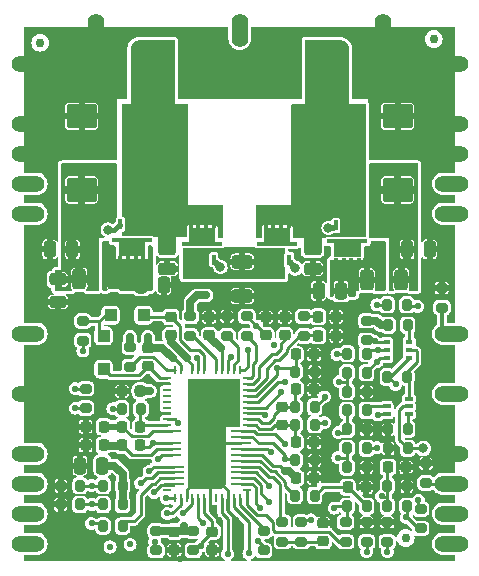
<source format=gtl>
%TF.GenerationSoftware,KiCad,Pcbnew,9.0.1*%
%TF.CreationDate,2025-04-05T23:32:22-07:00*%
%TF.ProjectId,LT8491-mezzanine,4c543834-3931-42d6-9d65-7a7a616e696e,1.1*%
%TF.SameCoordinates,Original*%
%TF.FileFunction,Copper,L1,Top*%
%TF.FilePolarity,Positive*%
%FSLAX46Y46*%
G04 Gerber Fmt 4.6, Leading zero omitted, Abs format (unit mm)*
G04 Created by KiCad (PCBNEW 9.0.1) date 2025-04-05 23:32:22*
%MOMM*%
%LPD*%
G01*
G04 APERTURE LIST*
G04 Aperture macros list*
%AMRoundRect*
0 Rectangle with rounded corners*
0 $1 Rounding radius*
0 $2 $3 $4 $5 $6 $7 $8 $9 X,Y pos of 4 corners*
0 Add a 4 corners polygon primitive as box body*
4,1,4,$2,$3,$4,$5,$6,$7,$8,$9,$2,$3,0*
0 Add four circle primitives for the rounded corners*
1,1,$1+$1,$2,$3*
1,1,$1+$1,$4,$5*
1,1,$1+$1,$6,$7*
1,1,$1+$1,$8,$9*
0 Add four rect primitives between the rounded corners*
20,1,$1+$1,$2,$3,$4,$5,0*
20,1,$1+$1,$4,$5,$6,$7,0*
20,1,$1+$1,$6,$7,$8,$9,0*
20,1,$1+$1,$8,$9,$2,$3,0*%
%AMFreePoly0*
4,1,19,-1.875000,5.500000,-1.859505,5.651663,-1.804731,5.816964,-1.713312,5.965177,-1.590177,6.088312,-1.441964,6.179731,-1.276663,6.234505,-1.125000,6.250000,1.875000,6.250000,1.875000,-6.250000,-1.125000,-6.250000,-1.276663,-6.234505,-1.441964,-6.179731,-1.590177,-6.088312,-1.713312,-5.965177,-1.804731,-5.816964,-1.859505,-5.651663,-1.875000,-5.500000,-1.875000,5.500000,-1.875000,5.500000,
$1*%
%AMFreePoly1*
4,1,19,-1.875000,6.250000,1.125000,6.250000,1.276663,6.234505,1.441964,6.179731,1.590177,6.088312,1.713312,5.965177,1.804731,5.816964,1.859505,5.651663,1.875000,5.500000,1.875000,-5.500000,1.859505,-5.651663,1.804731,-5.816964,1.713312,-5.965177,1.590177,-6.088312,1.441964,-6.179731,1.276663,-6.234505,1.125000,-6.250000,-1.875000,-6.250000,-1.875000,6.250000,-1.875000,6.250000,
$1*%
%AMFreePoly2*
4,1,8,1.575000,-4.690000,-2.025000,-4.690000,-2.025000,-0.860000,-1.575000,-0.860000,-1.575000,4.340000,-1.225000,4.690000,1.575000,4.690000,1.575000,-4.690000,1.575000,-4.690000,$1*%
G04 Aperture macros list end*
%TA.AperFunction,EtchedComponent*%
%ADD10C,0.000000*%
%TD*%
%TA.AperFunction,ComponentPad*%
%ADD11C,1.400000*%
%TD*%
%TA.AperFunction,SMDPad,CuDef*%
%ADD12R,1.400000X1.400000*%
%TD*%
%TA.AperFunction,SMDPad,CuDef*%
%ADD13RoundRect,0.200000X-0.200000X-0.275000X0.200000X-0.275000X0.200000X0.275000X-0.200000X0.275000X0*%
%TD*%
%TA.AperFunction,SMDPad,CuDef*%
%ADD14RoundRect,0.200000X-0.275000X0.200000X-0.275000X-0.200000X0.275000X-0.200000X0.275000X0.200000X0*%
%TD*%
%TA.AperFunction,SMDPad,CuDef*%
%ADD15C,0.500000*%
%TD*%
%TA.AperFunction,SMDPad,CuDef*%
%ADD16RoundRect,0.200000X0.275000X-0.200000X0.275000X0.200000X-0.275000X0.200000X-0.275000X-0.200000X0*%
%TD*%
%TA.AperFunction,SMDPad,CuDef*%
%ADD17RoundRect,0.250000X0.250000X0.475000X-0.250000X0.475000X-0.250000X-0.475000X0.250000X-0.475000X0*%
%TD*%
%TA.AperFunction,SMDPad,CuDef*%
%ADD18RoundRect,0.225000X-0.250000X0.225000X-0.250000X-0.225000X0.250000X-0.225000X0.250000X0.225000X0*%
%TD*%
%TA.AperFunction,SMDPad,CuDef*%
%ADD19RoundRect,0.225000X-0.225000X-0.250000X0.225000X-0.250000X0.225000X0.250000X-0.225000X0.250000X0*%
%TD*%
%TA.AperFunction,SMDPad,CuDef*%
%ADD20RoundRect,0.250000X0.500000X-0.950000X0.500000X0.950000X-0.500000X0.950000X-0.500000X-0.950000X0*%
%TD*%
%TA.AperFunction,SMDPad,CuDef*%
%ADD21RoundRect,0.250000X0.500000X-0.275000X0.500000X0.275000X-0.500000X0.275000X-0.500000X-0.275000X0*%
%TD*%
%TA.AperFunction,SMDPad,CuDef*%
%ADD22C,0.750000*%
%TD*%
%TA.AperFunction,SMDPad,CuDef*%
%ADD23RoundRect,0.100000X-0.225000X-0.100000X0.225000X-0.100000X0.225000X0.100000X-0.225000X0.100000X0*%
%TD*%
%TA.AperFunction,SMDPad,CuDef*%
%ADD24RoundRect,0.250000X-0.250000X-0.475000X0.250000X-0.475000X0.250000X0.475000X-0.250000X0.475000X0*%
%TD*%
%TA.AperFunction,SMDPad,CuDef*%
%ADD25R,0.355600X0.863600*%
%TD*%
%TA.AperFunction,SMDPad,CuDef*%
%ADD26RoundRect,0.200000X0.200000X0.275000X-0.200000X0.275000X-0.200000X-0.275000X0.200000X-0.275000X0*%
%TD*%
%TA.AperFunction,SMDPad,CuDef*%
%ADD27RoundRect,0.225000X0.250000X-0.225000X0.250000X0.225000X-0.250000X0.225000X-0.250000X-0.225000X0*%
%TD*%
%TA.AperFunction,SMDPad,CuDef*%
%ADD28RoundRect,0.225000X0.225000X0.250000X-0.225000X0.250000X-0.225000X-0.250000X0.225000X-0.250000X0*%
%TD*%
%TA.AperFunction,SMDPad,CuDef*%
%ADD29R,0.600000X0.400000*%
%TD*%
%TA.AperFunction,SMDPad,CuDef*%
%ADD30FreePoly0,0.000000*%
%TD*%
%TA.AperFunction,SMDPad,CuDef*%
%ADD31FreePoly1,0.000000*%
%TD*%
%TA.AperFunction,SMDPad,CuDef*%
%ADD32RoundRect,0.250000X-0.312500X-0.625000X0.312500X-0.625000X0.312500X0.625000X-0.312500X0.625000X0*%
%TD*%
%TA.AperFunction,SMDPad,CuDef*%
%ADD33R,0.700000X0.250000*%
%TD*%
%TA.AperFunction,SMDPad,CuDef*%
%ADD34R,1.800000X0.250000*%
%TD*%
%TA.AperFunction,SMDPad,CuDef*%
%ADD35R,0.250000X0.700000*%
%TD*%
%TA.AperFunction,SMDPad,CuDef*%
%ADD36R,1.500000X0.250000*%
%TD*%
%TA.AperFunction,SMDPad,CuDef*%
%ADD37FreePoly2,180.000000*%
%TD*%
%TA.AperFunction,SMDPad,CuDef*%
%ADD38RoundRect,0.250000X-0.625000X0.312500X-0.625000X-0.312500X0.625000X-0.312500X0.625000X0.312500X0*%
%TD*%
%TA.AperFunction,SMDPad,CuDef*%
%ADD39RoundRect,0.250000X0.300000X-0.300000X0.300000X0.300000X-0.300000X0.300000X-0.300000X-0.300000X0*%
%TD*%
%TA.AperFunction,SMDPad,CuDef*%
%ADD40RoundRect,0.250000X0.300000X0.300000X-0.300000X0.300000X-0.300000X-0.300000X0.300000X-0.300000X0*%
%TD*%
%TA.AperFunction,SMDPad,CuDef*%
%ADD41RoundRect,0.250000X1.025000X-0.787500X1.025000X0.787500X-1.025000X0.787500X-1.025000X-0.787500X0*%
%TD*%
%TA.AperFunction,SMDPad,CuDef*%
%ADD42RoundRect,0.250000X-0.475000X0.250000X-0.475000X-0.250000X0.475000X-0.250000X0.475000X0.250000X0*%
%TD*%
%TA.AperFunction,ViaPad*%
%ADD43C,0.584200*%
%TD*%
%TA.AperFunction,ViaPad*%
%ADD44C,1.000000*%
%TD*%
%TA.AperFunction,ViaPad*%
%ADD45C,0.800000*%
%TD*%
%TA.AperFunction,Conductor*%
%ADD46C,0.250000*%
%TD*%
%TA.AperFunction,Conductor*%
%ADD47C,0.279400*%
%TD*%
%TA.AperFunction,Conductor*%
%ADD48C,0.635000*%
%TD*%
%TA.AperFunction,Conductor*%
%ADD49C,0.405000*%
%TD*%
%TA.AperFunction,Conductor*%
%ADD50C,0.508000*%
%TD*%
%TA.AperFunction,Conductor*%
%ADD51C,0.358140*%
%TD*%
G04 APERTURE END LIST*
D10*
%TA.AperFunction,EtchedComponent*%
%TO.C,NT2*%
G36*
X134750000Y-98100000D02*
G01*
X134250000Y-98100000D01*
X134250000Y-97100000D01*
X134750000Y-97100000D01*
X134750000Y-98100000D01*
G37*
%TD.AperFunction*%
%TA.AperFunction,EtchedComponent*%
%TO.C,NT3*%
G36*
X137450000Y-98100000D02*
G01*
X136950000Y-98100000D01*
X136950000Y-97100000D01*
X137450000Y-97100000D01*
X137450000Y-98100000D01*
G37*
%TD.AperFunction*%
%TA.AperFunction,EtchedComponent*%
%TO.C,Q2*%
G36*
X145817590Y-94355792D02*
G01*
X146401790Y-94355792D01*
X146401790Y-94685992D01*
X142998190Y-94685992D01*
X142998190Y-94355792D01*
X143582390Y-94355792D01*
X143582390Y-93158792D01*
X145817590Y-93158792D01*
X145817590Y-94355792D01*
G37*
%TD.AperFunction*%
%TA.AperFunction,EtchedComponent*%
%TO.C,NT1*%
G36*
X148300000Y-99212500D02*
G01*
X147300000Y-99212500D01*
X147300000Y-98712500D01*
X148300000Y-98712500D01*
X148300000Y-99212500D01*
G37*
%TD.AperFunction*%
%TA.AperFunction,EtchedComponent*%
%TO.C,NT4*%
G36*
X158887500Y-98071064D02*
G01*
X158387500Y-98071064D01*
X158387500Y-97071064D01*
X158887500Y-97071064D01*
X158887500Y-98071064D01*
G37*
%TD.AperFunction*%
%TA.AperFunction,EtchedComponent*%
%TO.C,Q1*%
G36*
X140451789Y-94394199D02*
G01*
X139867589Y-94394199D01*
X139867589Y-95591199D01*
X137632389Y-95591199D01*
X137632389Y-94394199D01*
X137048189Y-94394199D01*
X137048189Y-94063999D01*
X140451789Y-94063999D01*
X140451789Y-94394199D01*
G37*
%TD.AperFunction*%
%TA.AperFunction,EtchedComponent*%
%TO.C,Q3*%
G36*
X152169597Y-94355792D02*
G01*
X152753797Y-94355792D01*
X152753797Y-94685992D01*
X149350197Y-94685992D01*
X149350197Y-94355792D01*
X149934397Y-94355792D01*
X149934397Y-93158792D01*
X152169597Y-93158792D01*
X152169597Y-94355792D01*
G37*
%TD.AperFunction*%
%TA.AperFunction,EtchedComponent*%
%TO.C,NT7*%
G36*
X162176777Y-90323224D02*
G01*
X161823224Y-90676777D01*
X161116117Y-89969670D01*
X161469670Y-89616117D01*
X162176777Y-90323224D01*
G37*
%TD.AperFunction*%
%TA.AperFunction,EtchedComponent*%
%TO.C,NT6*%
G36*
X134633883Y-89969670D02*
G01*
X133926776Y-90676777D01*
X133573223Y-90323224D01*
X134280330Y-89616117D01*
X134633883Y-89969670D01*
G37*
%TD.AperFunction*%
%TA.AperFunction,EtchedComponent*%
%TO.C,Q4*%
G36*
X158695796Y-94484191D02*
G01*
X158111596Y-94484191D01*
X158111596Y-95681191D01*
X155876396Y-95681191D01*
X155876396Y-94484191D01*
X155292196Y-94484191D01*
X155292196Y-94153991D01*
X158695796Y-94153991D01*
X158695796Y-94484191D01*
G37*
%TD.AperFunction*%
%TA.AperFunction,EtchedComponent*%
%TO.C,NT5*%
G36*
X161828511Y-98100000D02*
G01*
X161328511Y-98100000D01*
X161328511Y-97100000D01*
X161828511Y-97100000D01*
X161828511Y-98100000D01*
G37*
%TD.AperFunction*%
%TD*%
D11*
%TO.P,J2,1,Pin_1*%
%TO.N,GND*%
X129250000Y-86910000D03*
D12*
X129950000Y-86910000D03*
D11*
X130650000Y-86910000D03*
%TD*%
D13*
%TO.P,R53,1*%
%TO.N,SWENO*%
X156975000Y-108641424D03*
%TO.P,R53,2*%
%TO.N,Net-(Q6A-B1)*%
X158625000Y-108641424D03*
%TD*%
D14*
%TO.P,R31,1*%
%TO.N,Net-(U4-IOR)*%
X149900000Y-118841424D03*
%TO.P,R31,2*%
%TO.N,Net-(U4-IMON_OUT)*%
X149900000Y-120491424D03*
%TD*%
D15*
%TO.P,NT2,1,1*%
%TO.N,/CSPIN*%
X134500000Y-98100000D03*
%TO.P,NT2,2,2*%
%TO.N,VSOLAR*%
X134500000Y-97100000D03*
%TD*%
D16*
%TO.P,R6,1*%
%TO.N,REG_{FAULT}*%
X163650000Y-114775000D03*
%TO.P,R6,2*%
%TO.N,GND*%
X163650000Y-113125000D03*
%TD*%
D17*
%TO.P,C18,1*%
%TO.N,VSOLAR*%
X133700000Y-95000000D03*
%TO.P,C18,2*%
%TO.N,GND*%
X131800000Y-95000000D03*
%TD*%
%TO.P,C36,1*%
%TO.N,/V_{OUT}*%
X156450000Y-98500000D03*
%TO.P,C36,2*%
%TO.N,GND*%
X154550000Y-98500000D03*
%TD*%
D18*
%TO.P,C38,1*%
%TO.N,V_{DD}*%
X142350000Y-118891424D03*
%TO.P,C38,2*%
%TO.N,GND*%
X142350000Y-120441424D03*
%TD*%
D19*
%TO.P,C27,1*%
%TO.N,Net-(C27-Pad1)*%
X154500000Y-100700000D03*
%TO.P,C27,2*%
%TO.N,GND*%
X156050000Y-100700000D03*
%TD*%
D13*
%TO.P,R52,1*%
%TO.N,Net-(U4-FBOR)*%
X156975000Y-107041424D03*
%TO.P,R52,2*%
%TO.N,GND*%
X158625000Y-107041424D03*
%TD*%
D19*
%TO.P,C26,1*%
%TO.N,/CSPIN*%
X137925000Y-111600000D03*
%TO.P,C26,2*%
%TO.N,/CSNIN_0*%
X139475000Y-111600000D03*
%TD*%
D20*
%TO.P,D1,1,K*%
%TO.N,/V_{SW1}*%
X141750009Y-94250000D03*
D21*
%TO.P,D1,2,A*%
%TO.N,GND*%
X141750009Y-96625000D03*
%TD*%
D16*
%TO.P,R29,1*%
%TO.N,Net-(U4-FBIR)*%
X156837047Y-119750000D03*
%TO.P,R29,2*%
%TO.N,Net-(U4-FBIN)*%
X156837047Y-118100000D03*
%TD*%
D22*
%TO.P,REF\u002A\u002A,*%
%TO.N,*%
X161925000Y-119450000D03*
%TD*%
D11*
%TO.P,J12,1,Pin_1*%
%TO.N,GND*%
X165099997Y-79290012D03*
D12*
X165799997Y-79290012D03*
D11*
X166499997Y-79290012D03*
%TD*%
D13*
%TO.P,R26,1*%
%TO.N,Net-(U4-IMON_OUT)*%
X152575000Y-105341424D03*
%TO.P,R26,2*%
%TO.N,GND*%
X154225000Y-105341424D03*
%TD*%
D15*
%TO.P,NT3,1,1*%
%TO.N,/CSNIN*%
X137200000Y-98100000D03*
%TO.P,NT3,2,2*%
%TO.N,Net-(Q1-D)*%
X137200000Y-97100000D03*
%TD*%
D11*
%TO.P,J10,1,Pin_1*%
%TO.N,REG_{FAULT}*%
X165100000Y-114850000D03*
D12*
X165800000Y-114850000D03*
D11*
X166500000Y-114850000D03*
%TD*%
D13*
%TO.P,R37,1*%
%TO.N,Net-(U4-CSN)*%
X152575000Y-109841424D03*
%TO.P,R37,2*%
%TO.N,Net-(NT1-Pad2)*%
X154225000Y-109841424D03*
%TD*%
D14*
%TO.P,R7,1*%
%TO.N,GATEV_{CC}`*%
X134600000Y-101075000D03*
%TO.P,R7,2*%
%TO.N,GATEV_{CC}*%
X134600000Y-102725000D03*
%TD*%
D23*
%TO.P,Q6,1,E1*%
%TO.N,GND*%
X160325000Y-107650000D03*
%TO.P,Q6,2,B1*%
%TO.N,Net-(Q6A-B1)*%
X160325000Y-108300000D03*
%TO.P,Q6,3,C2*%
%TO.N,Net-(Q5B-G1)*%
X160325000Y-108950000D03*
%TO.P,Q6,4,E2*%
%TO.N,Net-(Q6B-E2)*%
X162225000Y-108950000D03*
%TO.P,Q6,5,B2*%
%TO.N,ECON*%
X162225000Y-108300000D03*
%TO.P,Q6,6,C1*%
%TO.N,Net-(Q5A-G2)*%
X162225000Y-107650000D03*
%TD*%
D24*
%TO.P,C25,1*%
%TO.N,Net-(Q1-D)*%
X139550000Y-98000000D03*
%TO.P,C25,2*%
%TO.N,GND*%
X141450000Y-98000000D03*
%TD*%
D25*
%TO.P,Q2,1,S*%
%TO.N,/RS+*%
X143724991Y-95872988D03*
%TO.P,Q2,2,S*%
X144374989Y-95872988D03*
%TO.P,Q2,3,S*%
X145024991Y-95872988D03*
%TO.P,Q2,4,G*%
%TO.N,/BG1*%
X145674989Y-95872988D03*
%TO.P,Q2,5,D*%
%TO.N,/V_{SW1}*%
X145674989Y-92726990D03*
X145024991Y-92726990D03*
X144374989Y-92726990D03*
X143724991Y-92726990D03*
%TD*%
D11*
%TO.P,J3,1,Pin_1*%
%TO.N,VSOLAR*%
X129250000Y-89450000D03*
D12*
X129950000Y-89450000D03*
D11*
X130650000Y-89450000D03*
%TD*%
D16*
%TO.P,R3,1*%
%TO.N,/SDA*%
X160375000Y-119750000D03*
%TO.P,R3,2*%
%TO.N,GND*%
X160375000Y-118100000D03*
%TD*%
D26*
%TO.P,R54,1*%
%TO.N,ECON*%
X162100000Y-111841424D03*
%TO.P,R54,2*%
%TO.N,GND*%
X160450000Y-111841424D03*
%TD*%
D16*
%TO.P,R44,1*%
%TO.N,/V_{OUT}*%
X158620000Y-102695000D03*
%TO.P,R44,2*%
%TO.N,/EXTV_{CC}*%
X158620000Y-101045000D03*
%TD*%
D11*
%TO.P,J1,1,Pin_1*%
%TO.N,GND*%
X129250000Y-84370000D03*
D12*
X129950000Y-84370000D03*
D11*
X130650000Y-84370000D03*
%TD*%
D14*
%TO.P,R33,1*%
%TO.N,Net-(C27-Pad1)*%
X153300000Y-100675000D03*
%TO.P,R33,2*%
%TO.N,Net-(U4-VC)*%
X153300000Y-102325000D03*
%TD*%
D11*
%TO.P,J7,1,Pin_1*%
%TO.N,VBATT*%
X165100000Y-89450000D03*
D12*
X165800000Y-89450000D03*
D11*
X166500000Y-89450000D03*
%TD*%
D27*
%TO.P,C39,1*%
%TO.N,GND*%
X145550000Y-120441424D03*
%TO.P,C39,2*%
%TO.N,/AVDD*%
X145550000Y-118891424D03*
%TD*%
D26*
%TO.P,R57,1*%
%TO.N,Net-(Q5A-G2)*%
X162025000Y-105800000D03*
%TO.P,R57,2*%
%TO.N,/FBOUT*%
X160375000Y-105800000D03*
%TD*%
D28*
%TO.P,C19,1*%
%TO.N,GND*%
X158575000Y-115141424D03*
%TO.P,C19,2*%
%TO.N,Net-(C19-Pad2)*%
X157025000Y-115141424D03*
%TD*%
D14*
%TO.P,R42,1*%
%TO.N,V_{DD}*%
X140800000Y-118841424D03*
%TO.P,R42,2*%
%TO.N,Net-(U4-LDO33)*%
X140800000Y-120491424D03*
%TD*%
D18*
%TO.P,C29,1*%
%TO.N,/V_{SW1}*%
X140100000Y-103325000D03*
%TO.P,C29,2*%
%TO.N,/BOOST1*%
X140100000Y-104875000D03*
%TD*%
D13*
%TO.P,R22,1*%
%TO.N,Net-(U4-IIR)*%
X152575000Y-112841424D03*
%TO.P,R22,2*%
%TO.N,GND*%
X154225000Y-112841424D03*
%TD*%
D26*
%TO.P,R23,1*%
%TO.N,/FBIN*%
X158625000Y-111841424D03*
%TO.P,R23,2*%
%TO.N,/~{SHDN}*%
X156975000Y-111841424D03*
%TD*%
%TO.P,R50,1*%
%TO.N,/FBOUT*%
X162025000Y-99700000D03*
%TO.P,R50,2*%
%TO.N,/FBOUT_0*%
X160375000Y-99700000D03*
%TD*%
D16*
%TO.P,R4,1*%
%TO.N,/SCL*%
X158625000Y-119750000D03*
%TO.P,R4,2*%
%TO.N,GND*%
X158625000Y-118100000D03*
%TD*%
D15*
%TO.P,NT1,1,1*%
%TO.N,GND*%
X147300000Y-98962500D03*
%TO.P,NT1,2,2*%
%TO.N,Net-(NT1-Pad2)*%
X148300000Y-98962500D03*
%TD*%
D28*
%TO.P,C35,1*%
%TO.N,/CSNOUT_0*%
X139475000Y-110000000D03*
%TO.P,C35,2*%
%TO.N,/CSPOUT*%
X137925000Y-110000000D03*
%TD*%
D26*
%TO.P,R36,1*%
%TO.N,/RS+*%
X154225000Y-108341424D03*
%TO.P,R36,2*%
%TO.N,Net-(U4-CSP)*%
X152575000Y-108341424D03*
%TD*%
D22*
%TO.P,REF\u002A\u002A,*%
%TO.N,*%
X164300000Y-77200000D03*
%TD*%
D13*
%TO.P,R40,1*%
%TO.N,SWENO*%
X156975000Y-110241424D03*
%TO.P,R40,2*%
%TO.N,GND*%
X158625000Y-110241424D03*
%TD*%
D28*
%TO.P,C21,1*%
%TO.N,GND*%
X154175000Y-114341424D03*
%TO.P,C21,2*%
%TO.N,GATEV_{CC}*%
X152625000Y-114341424D03*
%TD*%
%TO.P,C20,1*%
%TO.N,/CSPIN*%
X136375000Y-111575000D03*
%TO.P,C20,2*%
%TO.N,GND*%
X134825000Y-111575000D03*
%TD*%
%TO.P,C1,1*%
%TO.N,GND*%
X161975000Y-113441424D03*
%TO.P,C1,2*%
%TO.N,Net-(U4-TEMPSENSE)*%
X160425000Y-113441424D03*
%TD*%
D27*
%TO.P,C30,1*%
%TO.N,Net-(U4-CLKDET)*%
X150100000Y-102275000D03*
%TO.P,C30,2*%
%TO.N,GND*%
X150100000Y-100725000D03*
%TD*%
D29*
%TO.P,Q5,1,S2*%
%TO.N,/FBOUT*%
X162224989Y-104183575D03*
%TO.P,Q5,2,G2*%
%TO.N,Net-(Q5A-G2)*%
X162224989Y-103533575D03*
%TO.P,Q5,3,D2*%
%TO.N,Net-(Q5B-D2)*%
X162224989Y-102883575D03*
%TO.P,Q5,4,S1*%
%TO.N,/V_{OUT}*%
X160324989Y-102883575D03*
%TO.P,Q5,5,G1*%
%TO.N,Net-(Q5B-G1)*%
X160324989Y-103533575D03*
%TO.P,Q5,6,D1*%
%TO.N,/FBOUT_0*%
X160324989Y-104183575D03*
%TD*%
D30*
%TO.P,L3,1,1*%
%TO.N,/V_{SW1}*%
X140499990Y-83500011D03*
D31*
%TO.P,L3,2,2*%
%TO.N,/V_{SW2}*%
X155249990Y-83500011D03*
%TD*%
D11*
%TO.P,J9,1,Pin_1*%
%TO.N,unconnected-(J9-Pin_1-Pad1)_2*%
X129250000Y-117390000D03*
D12*
%TO.N,unconnected-(J9-Pin_1-Pad1)_1*%
X129950000Y-117390000D03*
D11*
%TO.N,unconnected-(J9-Pin_1-Pad1)_3*%
X130650000Y-117390000D03*
%TD*%
D28*
%TO.P,C32,1*%
%TO.N,GND*%
X154175000Y-111341424D03*
%TO.P,C32,2*%
%TO.N,Net-(U4-CSN)*%
X152625000Y-111341424D03*
%TD*%
D26*
%TO.P,R28,1*%
%TO.N,Net-(C19-Pad2)*%
X158625000Y-116741424D03*
%TO.P,R28,2*%
%TO.N,Net-(U4-FBIN)*%
X156975000Y-116741424D03*
%TD*%
D20*
%TO.P,D2,1,K*%
%TO.N,/V_{SW2}*%
X154050000Y-94250000D03*
D21*
%TO.P,D2,2,A*%
%TO.N,GND*%
X154050000Y-96625000D03*
%TD*%
D11*
%TO.P,J24,1,Pin_1*%
%TO.N,unconnected-(J24-Pin_1-Pad1)_2*%
X129250000Y-114850000D03*
D12*
%TO.N,unconnected-(J24-Pin_1-Pad1)_1*%
X129950000Y-114850000D03*
D11*
%TO.N,unconnected-(J24-Pin_1-Pad1)*%
X130650000Y-114850000D03*
%TD*%
%TO.P,J14,1,Pin_1*%
%TO.N,GND*%
X129250000Y-107230000D03*
D12*
X129950000Y-107230000D03*
D11*
X130650000Y-107230000D03*
%TD*%
D15*
%TO.P,NT4,1,1*%
%TO.N,/CSPOUT*%
X158637500Y-98071064D03*
%TO.P,NT4,2,2*%
%TO.N,/V_{OUT}*%
X158637500Y-97071064D03*
%TD*%
D22*
%TO.P,REF\u002A\u002A,*%
%TO.N,*%
X131000000Y-77500000D03*
%TD*%
D11*
%TO.P,J19,1,Pin_1*%
%TO.N,GND*%
X135750000Y-77150000D03*
D12*
X135750000Y-76450000D03*
D11*
X135750000Y-75750000D03*
%TD*%
%TO.P,J4,1,Pin_1*%
%TO.N,VSOLAR*%
X129250000Y-91990000D03*
D12*
X129950000Y-91990000D03*
D11*
X130650000Y-91990000D03*
%TD*%
D18*
%TO.P,C24,1*%
%TO.N,GND*%
X145300000Y-100725000D03*
%TO.P,C24,2*%
%TO.N,GATEV_{CC}*%
X145300000Y-102275000D03*
%TD*%
D32*
%TO.P,R46,1*%
%TO.N,/V_{OUT}*%
X158637500Y-97571064D03*
%TO.P,R46,2*%
%TO.N,VBATT*%
X161562500Y-97571064D03*
%TD*%
D33*
%TO.P,U4,1,FBIR*%
%TO.N,Net-(U4-FBIR)*%
X148524551Y-115391435D03*
D34*
%TO.P,U4,2,CA*%
%TO.N,REG_{FAULT}*%
X147974551Y-114891435D03*
%TO.P,U4,3,TEMPSENSE*%
%TO.N,Net-(U4-TEMPSENSE)*%
X147974551Y-114391435D03*
%TO.P,U4,4,VDD*%
%TO.N,V_{DD}*%
X147974551Y-113891435D03*
%TO.P,U4,5,FBOW*%
%TO.N,Net-(U4-FBOW)*%
X147974551Y-113391435D03*
%TO.P,U4,6,FBIW*%
%TO.N,Net-(U4-FBIW)*%
X147974551Y-112891435D03*
%TO.P,U4,7,INTVCC*%
%TO.N,GATEV_{CC}*%
X147974551Y-112391435D03*
%TO.P,U4,8,SWEN*%
%TO.N,SWENO*%
X147974551Y-111891435D03*
%TO.P,U4,9,MODE*%
%TO.N,GND*%
X147974551Y-111391435D03*
%TO.P,U4,10,IMON_IN*%
%TO.N,Net-(U4-IIR)*%
X147974551Y-110891435D03*
%TO.P,U4,11,~{SHDN}*%
%TO.N,/~{SHDN}*%
X147974551Y-110391435D03*
D33*
%TO.P,U4,12,CSN*%
%TO.N,Net-(U4-CSN)*%
X148524551Y-109891435D03*
%TO.P,U4,13,CSP*%
%TO.N,Net-(U4-CSP)*%
X148524551Y-109391435D03*
%TO.P,U4,14,LDO33*%
%TO.N,Net-(U4-LDO33)*%
X148524551Y-108891435D03*
%TO.P,U4,15,FBIN*%
%TO.N,Net-(U4-FBIN)*%
X148524551Y-108391435D03*
%TO.P,U4,16,FBOUT*%
%TO.N,Net-(U4-FBOR)*%
X148524551Y-107891435D03*
%TO.P,U4,17,IMON_OUT*%
%TO.N,Net-(U4-IMON_OUT)*%
X148524551Y-107391435D03*
%TO.P,U4,18,VC*%
%TO.N,Net-(U4-VC)*%
X148524551Y-106891435D03*
%TO.P,U4,19,SS*%
%TO.N,Net-(U4-SS)*%
X148524551Y-106391435D03*
%TO.P,U4,20,CLKOUT*%
%TO.N,Net-(U4-CLKOUT)*%
X148524551Y-105891435D03*
D35*
%TO.P,U4,21,SYNC*%
%TO.N,/SYNC*%
X147874551Y-105241435D03*
%TO.P,U4,22,RT*%
%TO.N,Net-(U4-RT)*%
X147374551Y-105241435D03*
%TO.P,U4,23,BG1*%
%TO.N,/BG1*%
X146874551Y-105241435D03*
%TO.P,U4,24,GATEVCC*%
%TO.N,GATEV_{CC}*%
X146374551Y-105241435D03*
%TO.P,U4,25,BG2*%
%TO.N,/BG2_*%
X145874551Y-105241435D03*
%TO.P,U4,27,BOOST2*%
%TO.N,/BOOST2*%
X144874551Y-105241435D03*
%TO.P,U4,28,TG2*%
%TO.N,/TG2*%
X144374551Y-105241435D03*
%TO.P,U4,29,SW2*%
%TO.N,/V_{SW2}*%
X143874551Y-105241435D03*
%TO.P,U4,31,SW1*%
%TO.N,/V_{SW1}*%
X142874551Y-105241435D03*
%TO.P,U4,32,TG1*%
%TO.N,/TG1_0*%
X142374551Y-105241435D03*
D33*
%TO.P,U4,33,BOOST1*%
%TO.N,/BOOST1*%
X141724551Y-105891435D03*
%TO.P,U4,35,SRVO_FBIN*%
%TO.N,unconnected-(U4-SRVO_FBIN-Pad35)*%
X141724551Y-106891435D03*
%TO.P,U4,36,SRVO_IIN*%
%TO.N,unconnected-(U4-SRVO_IIN-Pad36)*%
X141724551Y-107391435D03*
%TO.P,U4,37,SRVO_IOUT*%
%TO.N,unconnected-(U4-SRVO_IOUT-Pad37)*%
X141724551Y-107891435D03*
%TO.P,U4,38,SRVO_FBOUT*%
%TO.N,unconnected-(U4-SRVO_FBOUT-Pad38)*%
X141724551Y-108391435D03*
%TO.P,U4,40,EXTVCC*%
%TO.N,/EXTV_{CC}*%
X141724551Y-109391435D03*
%TO.P,U4,41,CSNOUT*%
%TO.N,/CSNOUT_0*%
X141724551Y-109891435D03*
D36*
%TO.P,U4,42,CSPOUT*%
%TO.N,/CSPOUT*%
X142124551Y-110391435D03*
%TO.P,U4,44,CSNIN*%
%TO.N,/CSNIN_0*%
X142124551Y-111391435D03*
%TO.P,U4,45,CSPIN*%
%TO.N,/CSPIN*%
X142124551Y-111891435D03*
%TO.P,U4,46,VIN*%
%TO.N,/FBIN*%
X142124551Y-112391435D03*
D34*
%TO.P,U4,48,ECON*%
%TO.N,ECON*%
X142274551Y-113391435D03*
%TO.P,U4,49,SWENO*%
%TO.N,SWENO*%
X142274551Y-113891435D03*
%TO.P,U4,50,IOW*%
%TO.N,Net-(U4-IOW)*%
X142274551Y-114391435D03*
%TO.P,U4,51,STATUS*%
%TO.N,REG_{STATUS}*%
X142274551Y-114891435D03*
D33*
%TO.P,U4,52,NC*%
%TO.N,unconnected-(U4-NC-Pad52)*%
X141724551Y-115391435D03*
D35*
%TO.P,U4,53,IIR*%
%TO.N,Net-(U4-IIR)*%
X142374551Y-116041435D03*
%TO.P,U4,54,VINR*%
%TO.N,Net-(U4-VINR)*%
X142874551Y-116041435D03*
%TO.P,U4,55,GND*%
%TO.N,GND*%
X143374551Y-116041435D03*
%TO.P,U4,56,CLKDET*%
%TO.N,Net-(U4-CLKDET)*%
X143874551Y-116041435D03*
%TO.P,U4,57,FBOR*%
%TO.N,Net-(U4-FBOR)*%
X144374551Y-116041435D03*
%TO.P,U4,58,AVDD*%
%TO.N,/AVDD*%
X144874551Y-116041435D03*
%TO.P,U4,59,GND*%
%TO.N,GND*%
X145374551Y-116041435D03*
%TO.P,U4,60,NC*%
%TO.N,unconnected-(U4-NC-Pad60)*%
X145874551Y-116041435D03*
%TO.P,U4,61,SDA*%
%TO.N,/SDA*%
X146374551Y-116041435D03*
%TO.P,U4,62,GND*%
%TO.N,GND*%
X146874551Y-116041435D03*
%TO.P,U4,63,SCL*%
%TO.N,/SCL*%
X147374551Y-116041435D03*
%TO.P,U4,64,IOR*%
%TO.N,Net-(U4-IOR)*%
X147874551Y-116041435D03*
D37*
%TO.P,U4,65,GND*%
%TO.N,GND*%
X145124551Y-110641435D03*
%TD*%
D38*
%TO.P,R38,1*%
%TO.N,/RS+*%
X148100000Y-96037500D03*
%TO.P,R38,2*%
%TO.N,GND*%
X148100000Y-98962500D03*
%TD*%
D39*
%TO.P,D12,1,K*%
%TO.N,/BOOST1*%
X136360000Y-105130000D03*
%TO.P,D12,2,A*%
%TO.N,GATEV_{CC}`*%
X136360000Y-102330000D03*
%TD*%
D16*
%TO.P,R2,1*%
%TO.N,/SYNC*%
X165000000Y-99925000D03*
%TO.P,R2,2*%
%TO.N,GND*%
X165000000Y-98275000D03*
%TD*%
D11*
%TO.P,J11,1,Pin_1*%
%TO.N,GND*%
X129250000Y-79290000D03*
D12*
X129950000Y-79290000D03*
D11*
X130650000Y-79290000D03*
%TD*%
D40*
%TO.P,D13,1,K*%
%TO.N,/BOOST2*%
X139740000Y-100580000D03*
%TO.P,D13,2,A*%
%TO.N,GATEV_{CC}`*%
X136940000Y-100580000D03*
%TD*%
D11*
%TO.P,J8,1,Pin_1*%
%TO.N,VBATT*%
X165100000Y-91990000D03*
D12*
X165800000Y-91990000D03*
D11*
X166500000Y-91990000D03*
%TD*%
D41*
%TO.P,C16,1*%
%TO.N,VSOLAR*%
X134500000Y-89962500D03*
%TO.P,C16,2*%
%TO.N,GND*%
X134500000Y-83737500D03*
%TD*%
D11*
%TO.P,J16,1,Pin_1*%
%TO.N,/SYNC*%
X165100000Y-102150000D03*
D12*
X165800000Y-102150000D03*
D11*
X166500000Y-102150000D03*
%TD*%
D42*
%TO.P,C22,1*%
%TO.N,VSOLAR*%
X132500000Y-97550000D03*
%TO.P,C22,2*%
%TO.N,GND*%
X132500000Y-99450000D03*
%TD*%
D18*
%TO.P,C40,1*%
%TO.N,GND*%
X154937047Y-118150000D03*
%TO.P,C40,2*%
%TO.N,Net-(C40-Pad2)*%
X154937047Y-119700000D03*
%TD*%
D13*
%TO.P,R24,1*%
%TO.N,/~{SHDN}*%
X156975000Y-113441424D03*
%TO.P,R24,2*%
%TO.N,GND*%
X158625000Y-113441424D03*
%TD*%
D26*
%TO.P,R47,1*%
%TO.N,GND*%
X162025000Y-115041424D03*
%TO.P,R47,2*%
%TO.N,Net-(U4-TEMPSENSE)*%
X160375000Y-115041424D03*
%TD*%
%TO.P,R21,1*%
%TO.N,Net-(U4-VINR)*%
X134375000Y-115000000D03*
%TO.P,R21,2*%
%TO.N,GND*%
X132725000Y-115000000D03*
%TD*%
D11*
%TO.P,J13,1,Pin_1*%
%TO.N,unconnected-(J13-Pin_1-Pad1)_1*%
X129250000Y-102150000D03*
D12*
%TO.N,unconnected-(J13-Pin_1-Pad1)_2*%
X129950000Y-102150000D03*
D11*
%TO.N,unconnected-(J13-Pin_1-Pad1)*%
X130650000Y-102150000D03*
%TD*%
D25*
%TO.P,Q1,1,S*%
%TO.N,/V_{SW1}*%
X139724988Y-92877003D03*
%TO.P,Q1,2,S*%
X139074990Y-92877003D03*
%TO.P,Q1,3,S*%
X138424988Y-92877003D03*
%TO.P,Q1,4,G*%
%TO.N,/TG1*%
X137774990Y-92877003D03*
%TO.P,Q1,5,D*%
%TO.N,Net-(Q1-D)*%
X137774990Y-96023001D03*
X138424988Y-96023001D03*
X139074990Y-96023001D03*
X139724988Y-96023001D03*
%TD*%
D16*
%TO.P,R43,1*%
%TO.N,Net-(C40-Pad2)*%
X151500000Y-119750000D03*
%TO.P,R43,2*%
%TO.N,Net-(U4-FBOW)*%
X151500000Y-118100000D03*
%TD*%
D19*
%TO.P,C31,1*%
%TO.N,Net-(U4-CSP)*%
X152625000Y-106841424D03*
%TO.P,C31,2*%
%TO.N,GND*%
X154175000Y-106841424D03*
%TD*%
D28*
%TO.P,C28,1*%
%TO.N,GND*%
X156050000Y-102300000D03*
%TO.P,C28,2*%
%TO.N,Net-(U4-VC)*%
X154500000Y-102300000D03*
%TD*%
D14*
%TO.P,R1,1*%
%TO.N,/CSNIN*%
X134825000Y-106795000D03*
%TO.P,R1,2*%
%TO.N,/CSNIN_0*%
X134825000Y-108445000D03*
%TD*%
%TO.P,R49,1*%
%TO.N,Net-(U4-FBOR)*%
X153100000Y-118100000D03*
%TO.P,R49,2*%
%TO.N,Net-(C40-Pad2)*%
X153100000Y-119750000D03*
%TD*%
D32*
%TO.P,R27,1*%
%TO.N,VSOLAR*%
X134287500Y-97500000D03*
%TO.P,R27,2*%
%TO.N,Net-(Q1-D)*%
X137212500Y-97500000D03*
%TD*%
D25*
%TO.P,Q3,1,S*%
%TO.N,/RS+*%
X150076998Y-95872988D03*
%TO.P,Q3,2,S*%
X150726996Y-95872988D03*
%TO.P,Q3,3,S*%
X151376998Y-95872988D03*
%TO.P,Q3,4,G*%
%TO.N,/BG2*%
X152026996Y-95872988D03*
%TO.P,Q3,5,D*%
%TO.N,/V_{SW2}*%
X152026996Y-92726990D03*
X151376998Y-92726990D03*
X150726996Y-92726990D03*
X150076998Y-92726990D03*
%TD*%
D13*
%TO.P,R48,1*%
%TO.N,/CSNOUT*%
X137875000Y-108500000D03*
%TO.P,R48,2*%
%TO.N,/CSNOUT_0*%
X139525000Y-108500000D03*
%TD*%
D14*
%TO.P,R41,1*%
%TO.N,V_{DD}*%
X143950000Y-118841424D03*
%TO.P,R41,2*%
%TO.N,/AVDD*%
X143950000Y-120491424D03*
%TD*%
D11*
%TO.P,J6,1,Pin_1*%
%TO.N,GND*%
X165100000Y-86910000D03*
D12*
X165800000Y-86910000D03*
D11*
X166500000Y-86910000D03*
%TD*%
D26*
%TO.P,R58,1*%
%TO.N,Net-(Q5B-G1)*%
X158625000Y-103841424D03*
%TO.P,R58,2*%
%TO.N,/V_{OUT}*%
X156975000Y-103841424D03*
%TD*%
D28*
%TO.P,C37,1*%
%TO.N,/CSPOUT*%
X136375000Y-110000000D03*
%TO.P,C37,2*%
%TO.N,GND*%
X134825000Y-110000000D03*
%TD*%
D16*
%TO.P,R5,1*%
%TO.N,/AVDD*%
X163195000Y-118617500D03*
%TO.P,R5,2*%
%TO.N,REG_{FAULT}*%
X163195000Y-116967500D03*
%TD*%
D13*
%TO.P,R45,1*%
%TO.N,Net-(U4-TEMPSENSE)*%
X160375000Y-116741424D03*
%TO.P,R45,2*%
%TO.N,/AVDD*%
X162025000Y-116741424D03*
%TD*%
D16*
%TO.P,R32,1*%
%TO.N,/TG1_0*%
X138600000Y-104925000D03*
%TO.P,R32,2*%
%TO.N,/TG1*%
X138600000Y-103275000D03*
%TD*%
D41*
%TO.P,C42,1*%
%TO.N,VBATT*%
X161250000Y-89962500D03*
%TO.P,C42,2*%
%TO.N,GND*%
X161250000Y-83737500D03*
%TD*%
D11*
%TO.P,J20,1,Pin_1*%
%TO.N,unconnected-(J20-Pin_1-Pad1)_2*%
X147875000Y-77150000D03*
D12*
%TO.N,unconnected-(J20-Pin_1-Pad1)*%
X147875000Y-76450000D03*
D11*
%TO.N,unconnected-(J20-Pin_1-Pad1)_1*%
X147875000Y-75750000D03*
%TD*%
D26*
%TO.P,R55,1*%
%TO.N,Net-(Q5B-D2)*%
X162100000Y-101425000D03*
%TO.P,R55,2*%
%TO.N,/EXTV_{CC}*%
X160450000Y-101425000D03*
%TD*%
D15*
%TO.P,NT7,1,1*%
%TO.N,/FBOUT*%
X162000000Y-90500000D03*
%TO.P,NT7,2,2*%
%TO.N,VBATT*%
X161292894Y-89792894D03*
%TD*%
D26*
%TO.P,R17,1*%
%TO.N,/FBIN*%
X137958576Y-116600000D03*
%TO.P,R17,2*%
%TO.N,Net-(U4-FBIN)*%
X136308576Y-116600000D03*
%TD*%
D15*
%TO.P,NT6,1,1*%
%TO.N,/FBIN*%
X133750000Y-90500000D03*
%TO.P,NT6,2,2*%
%TO.N,VSOLAR*%
X134457106Y-89792894D03*
%TD*%
D24*
%TO.P,C41,1*%
%TO.N,VBATT*%
X162050000Y-95000000D03*
%TO.P,C41,2*%
%TO.N,GND*%
X163950000Y-95000000D03*
%TD*%
D19*
%TO.P,C23,1*%
%TO.N,Net-(U4-IMON_OUT)*%
X152625000Y-103900000D03*
%TO.P,C23,2*%
%TO.N,GND*%
X154175000Y-103900000D03*
%TD*%
D25*
%TO.P,Q4,1,S*%
%TO.N,/V_{SW2}*%
X157968995Y-92966995D03*
%TO.P,Q4,2,S*%
X157318997Y-92966995D03*
%TO.P,Q4,3,S*%
X156668995Y-92966995D03*
%TO.P,Q4,4,G*%
%TO.N,/TG2*%
X156018997Y-92966995D03*
%TO.P,Q4,5,D*%
%TO.N,/V_{OUT}*%
X156018997Y-96112993D03*
X156668995Y-96112993D03*
X157318997Y-96112993D03*
X157968995Y-96112993D03*
%TD*%
D15*
%TO.P,NT5,1,1*%
%TO.N,/CSNOUT*%
X161578511Y-98100000D03*
%TO.P,NT5,2,2*%
%TO.N,VBATT*%
X161578511Y-97100000D03*
%TD*%
D17*
%TO.P,C17,1*%
%TO.N,/FBIN*%
X136250000Y-113300000D03*
%TO.P,C17,2*%
%TO.N,GND*%
X134350000Y-113300000D03*
%TD*%
D11*
%TO.P,J5,1,Pin_1*%
%TO.N,GND*%
X165099997Y-84370012D03*
D12*
X165799997Y-84370012D03*
D11*
X166499997Y-84370012D03*
%TD*%
D14*
%TO.P,R39,1*%
%TO.N,/BG2*%
X143700000Y-100675000D03*
%TO.P,R39,2*%
%TO.N,/BG2_*%
X143700000Y-102325000D03*
%TD*%
D26*
%TO.P,R18,1*%
%TO.N,Net-(U4-FBIN)*%
X134358576Y-116600000D03*
%TO.P,R18,2*%
%TO.N,GND*%
X132708576Y-116600000D03*
%TD*%
D11*
%TO.P,J23,1,Pin_1*%
%TO.N,/SCL*%
X165100000Y-117390000D03*
D12*
X165800000Y-117390000D03*
D11*
X166500000Y-117390000D03*
%TD*%
D27*
%TO.P,C33,1*%
%TO.N,/V_{SW2}*%
X142050000Y-102275000D03*
%TO.P,C33,2*%
%TO.N,/BOOST2*%
X142050000Y-100725000D03*
%TD*%
D16*
%TO.P,R19,1*%
%TO.N,Net-(U4-RT)*%
X146800000Y-102325000D03*
%TO.P,R19,2*%
%TO.N,GND*%
X146800000Y-100675000D03*
%TD*%
D14*
%TO.P,R34,1*%
%TO.N,Net-(U4-CLKDET)*%
X148500000Y-100675000D03*
%TO.P,R34,2*%
%TO.N,Net-(U4-CLKOUT)*%
X148500000Y-102325000D03*
%TD*%
D11*
%TO.P,J25,1,Pin_1*%
%TO.N,REG_{STATUS}*%
X129250000Y-119930000D03*
D12*
X129950000Y-119930000D03*
D11*
X130650000Y-119930000D03*
%TD*%
%TO.P,J15,1,Pin_1*%
%TO.N,V_{DD}*%
X129250000Y-112310000D03*
D12*
X129950000Y-112310000D03*
D11*
X130650000Y-112310000D03*
%TD*%
%TO.P,J22,1,Pin_1*%
%TO.N,/SDA*%
X165100000Y-119930000D03*
D12*
X165800000Y-119930000D03*
D11*
X166500000Y-119930000D03*
%TD*%
D26*
%TO.P,R20,1*%
%TO.N,/FBIN*%
X137975000Y-115000000D03*
%TO.P,R20,2*%
%TO.N,Net-(U4-VINR)*%
X136325000Y-115000000D03*
%TD*%
%TO.P,R51,1*%
%TO.N,/FBOUT_0*%
X158625000Y-105441424D03*
%TO.P,R51,2*%
%TO.N,Net-(U4-FBOR)*%
X156975000Y-105441424D03*
%TD*%
D13*
%TO.P,R30,1*%
%TO.N,Net-(U4-FBIW)*%
X152575000Y-115841424D03*
%TO.P,R30,2*%
%TO.N,Net-(C19-Pad2)*%
X154225000Y-115841424D03*
%TD*%
%TO.P,R56,1*%
%TO.N,GND*%
X160450000Y-110241424D03*
%TO.P,R56,2*%
%TO.N,Net-(Q6B-E2)*%
X162100000Y-110241424D03*
%TD*%
D26*
%TO.P,R25,1*%
%TO.N,Net-(U4-IOW)*%
X137958576Y-118430000D03*
%TO.P,R25,2*%
%TO.N,Net-(U4-IMON_OUT)*%
X136308576Y-118430000D03*
%TD*%
D11*
%TO.P,J21,1,Pin_1*%
%TO.N,GND*%
X160000000Y-77150000D03*
D12*
X160000000Y-76450000D03*
D11*
X160000000Y-75750000D03*
%TD*%
D27*
%TO.P,C15,1*%
%TO.N,Net-(U4-SS)*%
X151700000Y-102275000D03*
%TO.P,C15,2*%
%TO.N,GND*%
X151700000Y-100725000D03*
%TD*%
D11*
%TO.P,J17,1,Pin_1*%
%TO.N,/~{SHDN}*%
X165100000Y-107230000D03*
D12*
X165800000Y-107230000D03*
D11*
X166500000Y-107230000D03*
%TD*%
D28*
%TO.P,C34,1*%
%TO.N,/EXTV_{CC}*%
X139475000Y-107000000D03*
%TO.P,C34,2*%
%TO.N,GND*%
X137925000Y-107000000D03*
%TD*%
D18*
%TO.P,C43,1*%
%TO.N,Net-(U4-CSP)*%
X151500000Y-108316424D03*
%TO.P,C43,2*%
%TO.N,Net-(U4-CSN)*%
X151500000Y-109866424D03*
%TD*%
D11*
%TO.P,J18,1,Pin_1*%
%TO.N,GND*%
X165100000Y-112310000D03*
D12*
X165800000Y-112310000D03*
D11*
X166500000Y-112310000D03*
%TD*%
D43*
%TO.N,GND*%
X147200000Y-99950000D03*
X155000000Y-104600000D03*
X145400000Y-109100000D03*
D44*
X159999998Y-85750000D03*
X159999998Y-81750000D03*
D43*
X132000000Y-114991424D03*
D44*
X133249998Y-85750000D03*
D43*
X145400000Y-111800000D03*
D44*
X161250000Y-85750000D03*
D43*
X144000000Y-110900000D03*
X163200000Y-109000000D03*
X155000000Y-106150000D03*
X134900000Y-104700000D03*
X150050000Y-99600000D03*
D44*
X135750000Y-85750000D03*
D43*
X132800000Y-118400000D03*
X133310000Y-111790000D03*
X144000000Y-106400000D03*
X155000000Y-113800000D03*
D44*
X146900000Y-107850000D03*
D43*
X144000000Y-110000000D03*
D44*
X134500000Y-81750000D03*
D43*
X144000000Y-112700000D03*
X156100000Y-99800000D03*
X145400000Y-112700000D03*
X131875000Y-116591424D03*
X135550000Y-109250000D03*
X145250000Y-99900000D03*
X159460000Y-118100000D03*
X145400000Y-110900000D03*
X131350000Y-99450000D03*
X151150000Y-99600000D03*
X145400000Y-106400000D03*
X159400000Y-110500000D03*
X131630000Y-109750000D03*
X133372219Y-113027781D03*
X145520000Y-121160000D03*
X131650000Y-96100000D03*
X158080000Y-109680000D03*
X141600000Y-99150000D03*
X163950000Y-96200000D03*
D44*
X146900000Y-109100002D03*
X161250000Y-81750000D03*
D43*
X146126145Y-117943855D03*
X144000000Y-113600000D03*
X152800000Y-117000000D03*
D44*
X134500000Y-85750000D03*
D43*
X145400000Y-107300000D03*
X154550000Y-99650000D03*
D44*
X133249998Y-81750000D03*
D43*
X162350000Y-114225000D03*
D44*
X162500000Y-85750000D03*
D43*
X145400000Y-108200000D03*
X159985537Y-107025537D03*
X159450000Y-113425000D03*
X155050000Y-111500000D03*
X144000000Y-108200000D03*
X156850000Y-102300000D03*
X165100000Y-105700000D03*
X137110000Y-107000000D03*
X144000000Y-109100000D03*
X147580000Y-117890000D03*
D44*
X146900000Y-106600000D03*
D43*
X145400000Y-113600000D03*
D44*
X162500000Y-81750000D03*
D43*
X144000000Y-107300000D03*
X144000000Y-111800000D03*
X142820000Y-121180000D03*
X145400000Y-110000000D03*
X159200000Y-114300000D03*
D44*
X135750000Y-81750000D03*
%TO.N,VBATT*%
X159999998Y-88250000D03*
X161250000Y-88250000D03*
X162500000Y-88250000D03*
%TO.N,VSOLAR*%
X135750000Y-88250000D03*
X133249998Y-88250000D03*
X134500000Y-88250000D03*
D43*
%TO.N,Net-(U4-TEMPSENSE)*%
X150400000Y-116360000D03*
X159900000Y-115900000D03*
%TO.N,GATEV_{CC}*%
X134600000Y-103600000D03*
X150780000Y-103080000D03*
X145325000Y-102275000D03*
X151750000Y-113750000D03*
%TO.N,Net-(U4-IMON_OUT)*%
X149440000Y-119720000D03*
X151031453Y-105080553D03*
X135346529Y-118210000D03*
%TO.N,Net-(U4-CLKDET)*%
X149300000Y-101500000D03*
X143069824Y-117325935D03*
%TO.N,/EXTV_{CC}*%
X142690000Y-109670000D03*
X159460000Y-101030000D03*
X140300000Y-107000000D03*
%TO.N,/V_{OUT}*%
X156490000Y-97170670D03*
X156100000Y-103900000D03*
X159300000Y-102800000D03*
%TO.N,V_{DD}*%
X143140000Y-118400000D03*
X150390000Y-115000000D03*
%TO.N,/AVDD*%
X144559567Y-120116600D03*
X162000000Y-117700000D03*
%TO.N,Net-(Q5B-G1)*%
X159576201Y-103560498D03*
X159600000Y-109016424D03*
%TO.N,SWENO*%
X139500000Y-114810000D03*
X156220000Y-110530000D03*
X150494039Y-112186484D03*
%TO.N,Net-(U4-FBIN)*%
X155900000Y-116900000D03*
X135358576Y-116591424D03*
X151390000Y-107090000D03*
D45*
%TO.N,ECON*%
X163425000Y-111850000D03*
D43*
X138600000Y-119980000D03*
X140210000Y-113780000D03*
%TO.N,REG_{FAULT}*%
X149627121Y-116907121D03*
X163000000Y-116250000D03*
%TO.N,Net-(U4-VINR)*%
X135350000Y-115000000D03*
X141750000Y-117360000D03*
%TO.N,Net-(U4-IIR)*%
X141657329Y-116083400D03*
X151716370Y-112766370D03*
%TO.N,REG_{STATUS}*%
X140608814Y-115563191D03*
X136900000Y-120200000D03*
%TO.N,Net-(U4-LDO33)*%
X140680000Y-119763400D03*
X150050000Y-109040000D03*
%TO.N,Net-(U4-FBOR)*%
X144811849Y-118140157D03*
X153900000Y-117900000D03*
X156319854Y-106198813D03*
X151750000Y-106220000D03*
%TO.N,/V_{SW1}*%
X140100000Y-102400000D03*
D45*
X140500000Y-93250000D03*
D43*
%TO.N,/V_{SW2}*%
X143400000Y-104200000D03*
D45*
X150600000Y-92559292D03*
%TO.N,/TG1*%
X136700000Y-93325000D03*
D43*
X138600000Y-102400000D03*
D45*
%TO.N,/BG1*%
X146250000Y-96500000D03*
D43*
X147130000Y-104140000D03*
D45*
%TO.N,/BG2*%
X152580000Y-96590000D03*
D43*
X145056167Y-98891389D03*
D45*
%TO.N,/TG2*%
X155389622Y-93170827D03*
D43*
X144247971Y-104209976D03*
%TO.N,/CSPIN*%
X134500000Y-98100000D03*
X137150000Y-111610000D03*
%TO.N,/CSNIN*%
X137200005Y-98100007D03*
X133969100Y-106795000D03*
%TO.N,/CSPOUT*%
X137140000Y-110000000D03*
X158637500Y-98071064D03*
%TO.N,/CSNOUT*%
X161578511Y-98100000D03*
X137150000Y-108500000D03*
%TO.N,/CSNIN_0*%
X133969100Y-108445000D03*
X140542879Y-111357121D03*
%TO.N,/FBIN*%
X159509100Y-111799643D03*
X137975000Y-114000000D03*
X140990000Y-112730000D03*
X133750000Y-90500000D03*
%TO.N,/FBOUT*%
X162000000Y-90500000D03*
X161080000Y-106420000D03*
X162943400Y-99820000D03*
%TO.N,/FBOUT_0*%
X159500000Y-99700000D03*
X159500000Y-104500000D03*
%TO.N,Net-(NT1-Pad2)*%
X155060000Y-109680000D03*
X148300000Y-98962500D03*
%TO.N,/~{SHDN}*%
X151680000Y-111490000D03*
X156189600Y-112638394D03*
%TO.N,/SYNC*%
X148550000Y-103500000D03*
%TO.N,/SDA*%
X160375000Y-120590000D03*
X146850000Y-120780000D03*
%TO.N,/SCL*%
X158625000Y-120590000D03*
X148649998Y-120750000D03*
%TO.N,/RS+*%
X148100009Y-96037502D03*
X155070000Y-107483400D03*
%TD*%
D46*
%TO.N,GND*%
X146874547Y-117184547D02*
X147580000Y-117890000D01*
X145374547Y-116041424D02*
X145374547Y-115128924D01*
X147974547Y-111391424D02*
X146351424Y-111391424D01*
X146303947Y-114841424D02*
X146287047Y-114841424D01*
X146874547Y-116041424D02*
X146874547Y-117184547D01*
X146874547Y-116041424D02*
X146874547Y-115412024D01*
X145374547Y-116041424D02*
X145374547Y-117192257D01*
X143374547Y-116041424D02*
X143374547Y-115353924D01*
X145951424Y-111391424D02*
X145950000Y-111390000D01*
X143374547Y-115353924D02*
X143687047Y-115041424D01*
X145374547Y-115128924D02*
X145287047Y-115041424D01*
X145374547Y-117192257D02*
X146126145Y-117943855D01*
X146874547Y-115412024D02*
X146303947Y-114841424D01*
%TO.N,Net-(U4-TEMPSENSE)*%
X160375000Y-115041424D02*
X160375000Y-113491424D01*
X160375000Y-115925000D02*
X159925000Y-115925000D01*
X149665499Y-114932376D02*
X149665499Y-115625499D01*
X160375000Y-113491424D02*
X160425000Y-113441424D01*
X159925000Y-115925000D02*
X159900000Y-115900000D01*
X160375000Y-115925000D02*
X160375000Y-116741424D01*
X160375000Y-115141424D02*
X160375000Y-115925000D01*
X149124547Y-114391424D02*
X149665499Y-114932376D01*
X149665499Y-115625499D02*
X150400000Y-116360000D01*
X147974547Y-114391424D02*
X149124547Y-114391424D01*
D47*
%TO.N,Net-(C19-Pad2)*%
X157025000Y-115141424D02*
X158625000Y-116741424D01*
X157025000Y-115141424D02*
X154925000Y-115141424D01*
X154925000Y-115141424D02*
X154225000Y-115841424D01*
D48*
%TO.N,GATEV_{CC}*%
X145300000Y-102410000D02*
X146280000Y-103390000D01*
D46*
X151750000Y-113750000D02*
X151749999Y-113750001D01*
X151326599Y-113326601D02*
X151749999Y-113750001D01*
X146374547Y-103484547D02*
X146280000Y-103390000D01*
D48*
X145300000Y-102275000D02*
X145300000Y-102410000D01*
X152625000Y-114341424D02*
X152033577Y-113750001D01*
D46*
X147974547Y-112391424D02*
X149756824Y-112391424D01*
X149756824Y-112391424D02*
X150692001Y-113326601D01*
D48*
X152033577Y-113750001D02*
X151749999Y-113750001D01*
D46*
X146374547Y-105241424D02*
X146374547Y-103484547D01*
X134600000Y-102725000D02*
X134600000Y-103600000D01*
X150692001Y-113326601D02*
X151326599Y-113326601D01*
%TO.N,Net-(U4-SS)*%
X151700000Y-102641195D02*
X151700000Y-102275000D01*
X148994266Y-106391424D02*
X149480000Y-105905690D01*
X151396601Y-103475406D02*
X151396601Y-102944594D01*
X150573399Y-103886601D02*
X150985406Y-103886601D01*
X149480000Y-105905690D02*
X149480000Y-104980000D01*
X148524547Y-106391424D02*
X148994266Y-106391424D01*
X149480000Y-104980000D02*
X150573399Y-103886601D01*
X151396601Y-102944594D02*
X151700000Y-102641195D01*
X150985406Y-103886601D02*
X151396601Y-103475406D01*
%TO.N,Net-(C27-Pad1)*%
X153333576Y-100641424D02*
X153300000Y-100675000D01*
X154525000Y-100641424D02*
X153333576Y-100641424D01*
%TO.N,Net-(U4-IMON_OUT)*%
X152444447Y-105080553D02*
X151031453Y-105080553D01*
X152625000Y-105291424D02*
X152575000Y-105341424D01*
X149440000Y-119720000D02*
X149900000Y-120180000D01*
X152625000Y-104900000D02*
X152444447Y-105080553D01*
X149290865Y-107391424D02*
X151031453Y-105650836D01*
X136308576Y-118210000D02*
X135346529Y-118210000D01*
X149900000Y-120180000D02*
X149900000Y-120491424D01*
X151031453Y-105650836D02*
X151031453Y-105080553D01*
X152625000Y-104675000D02*
X152625000Y-104900000D01*
X152625000Y-104675000D02*
X152625000Y-105291424D01*
X148524547Y-107391424D02*
X149290865Y-107391424D01*
X152625000Y-103900000D02*
X152625000Y-104675000D01*
%TO.N,Net-(U4-VC)*%
X150903888Y-104336112D02*
X151171600Y-104336111D01*
X153383576Y-102241424D02*
X153300000Y-102325000D01*
X151171600Y-104336111D02*
X151846111Y-103661600D01*
X151846111Y-103393889D02*
X152915000Y-102325000D01*
X150146799Y-105093201D02*
X150903888Y-104336112D01*
X154500000Y-102241424D02*
X153383576Y-102241424D01*
X148524547Y-106891424D02*
X149155159Y-106891424D01*
X152915000Y-102325000D02*
X153300000Y-102325000D01*
X149155159Y-106891424D02*
X150146799Y-105899784D01*
X150146799Y-105899784D02*
X150146799Y-105093201D01*
X151846111Y-103661600D02*
X151846111Y-103393889D01*
%TO.N,Net-(U4-CLKDET)*%
X149300000Y-101500000D02*
X149300000Y-101475000D01*
X149300000Y-101500000D02*
X149325000Y-101500000D01*
X149325000Y-101500000D02*
X150100000Y-102275000D01*
X143874547Y-116521212D02*
X143069824Y-117325935D01*
X149300000Y-101475000D02*
X148500000Y-100675000D01*
X143874547Y-116041424D02*
X143874547Y-116521212D01*
%TO.N,/EXTV_{CC}*%
X142411424Y-109391424D02*
X142690000Y-109670000D01*
D48*
X159855000Y-101425000D02*
X160480000Y-101425000D01*
D46*
X160450000Y-101425000D02*
X160480000Y-101425000D01*
D48*
X158620000Y-101045000D02*
X158635000Y-101030000D01*
X159460000Y-101030000D02*
X159855000Y-101425000D01*
X158635000Y-101030000D02*
X159460000Y-101030000D01*
X139275000Y-107000000D02*
X140300000Y-107000000D01*
D46*
X141724547Y-109391424D02*
X142411424Y-109391424D01*
%TO.N,/V_{OUT}*%
X160325000Y-102883576D02*
X159383576Y-102883576D01*
X156975000Y-103841424D02*
X156158576Y-103841424D01*
X156158576Y-103841424D02*
X156100000Y-103900000D01*
X159383576Y-102883576D02*
X159300000Y-102800000D01*
D48*
%TO.N,V_{DD}*%
X143158576Y-118841424D02*
X143924000Y-118841424D01*
X143158576Y-118418576D02*
X143140000Y-118400000D01*
D46*
X149281424Y-113891424D02*
X150390000Y-115000000D01*
D48*
X140800000Y-118841424D02*
X143158576Y-118841424D01*
X143158576Y-118841424D02*
X143158576Y-118418576D01*
D46*
X147974547Y-113891424D02*
X149281424Y-113891424D01*
%TO.N,/AVDD*%
X143950000Y-120491424D02*
X144324824Y-120116600D01*
X162032500Y-117700000D02*
X162950000Y-118617500D01*
X145550000Y-118891424D02*
X144559567Y-119881857D01*
X162025000Y-116741424D02*
X162025000Y-117675000D01*
X162000000Y-117700000D02*
X162032500Y-117700000D01*
X144874547Y-116041424D02*
X144874547Y-117327961D01*
X162025000Y-117675000D02*
X162000000Y-117700000D01*
X144324824Y-120116600D02*
X144559567Y-120116600D01*
X144559567Y-119881857D02*
X144559567Y-120116600D01*
X145509544Y-118850968D02*
X145550000Y-118891424D01*
X144874547Y-117327961D02*
X145509544Y-117962958D01*
X145509544Y-117962958D02*
X145509544Y-118850968D01*
%TO.N,Net-(C40-Pad2)*%
X151500000Y-119750000D02*
X154862047Y-119750000D01*
X154862047Y-119750000D02*
X154937047Y-119675000D01*
%TO.N,Net-(U4-CSP)*%
X148524547Y-109391424D02*
X149455787Y-109391424D01*
X152575000Y-108341424D02*
X152575000Y-106891424D01*
X151525000Y-108341424D02*
X151500000Y-108316424D01*
X149791724Y-109727361D02*
X150370147Y-109727361D01*
X149455787Y-109391424D02*
X149791724Y-109727361D01*
X150370147Y-109727361D02*
X150816324Y-109281184D01*
X152575000Y-106891424D02*
X152625000Y-106841424D01*
X152575000Y-108341424D02*
X151525000Y-108341424D01*
X150816324Y-109281184D02*
X150816324Y-109000100D01*
X150816324Y-109000100D02*
X151500000Y-108316424D01*
%TO.N,Net-(U4-CSN)*%
X152550000Y-109866424D02*
X152575000Y-109841424D01*
X149231424Y-109891424D02*
X149550489Y-110210489D01*
X150522723Y-110210489D02*
X150866788Y-109866424D01*
X152575000Y-111291424D02*
X152625000Y-111341424D01*
X149550489Y-110210489D02*
X150522723Y-110210489D01*
X152575000Y-109841424D02*
X152575000Y-111291424D01*
X151500000Y-109866424D02*
X152550000Y-109866424D01*
X148524547Y-109891424D02*
X149231424Y-109891424D01*
X150866788Y-109866424D02*
X151500000Y-109866424D01*
%TO.N,Net-(Q5A-G2)*%
X162025000Y-105375000D02*
X162025000Y-105800000D01*
X162225000Y-103533576D02*
X162775000Y-103533576D01*
X162849511Y-103608087D02*
X162849511Y-104550489D01*
X162775000Y-103533576D02*
X162849511Y-103608087D01*
X162225000Y-106000000D02*
X162025000Y-105800000D01*
X162849511Y-104550489D02*
X162025000Y-105375000D01*
X162225000Y-107650000D02*
X162225000Y-106000000D01*
%TO.N,Net-(Q5B-D2)*%
X162225000Y-101550000D02*
X162100000Y-101425000D01*
X162225000Y-102883576D02*
X162225000Y-101550000D01*
%TO.N,Net-(Q5B-G1)*%
X158625000Y-103841424D02*
X158905926Y-103560498D01*
X160325000Y-103533576D02*
X159603123Y-103533576D01*
X160325000Y-108950000D02*
X159666424Y-108950000D01*
X159603123Y-103533576D02*
X159576201Y-103560498D01*
X158905926Y-103560498D02*
X159576201Y-103560498D01*
X159666424Y-108950000D02*
X159600000Y-109016424D01*
%TO.N,SWENO*%
X139913399Y-114396601D02*
X139500000Y-114810000D01*
X147974547Y-111891424D02*
X150198979Y-111891424D01*
X140970583Y-113891424D02*
X140465406Y-114396601D01*
X156975000Y-110241424D02*
X156686424Y-110530000D01*
X150198979Y-111891424D02*
X150494039Y-112186484D01*
X156686424Y-110530000D02*
X156220000Y-110530000D01*
X156975000Y-110241424D02*
X156975000Y-109575000D01*
X140465406Y-114396601D02*
X139913399Y-114396601D01*
X142274547Y-113891424D02*
X140970583Y-113891424D01*
X156975000Y-109575000D02*
X156975000Y-108641424D01*
%TO.N,Net-(Q6A-B1)*%
X158966424Y-108300000D02*
X158625000Y-108641424D01*
X160325000Y-108300000D02*
X158966424Y-108300000D01*
%TO.N,Net-(Q6B-E2)*%
X162100000Y-109075000D02*
X162225000Y-108950000D01*
X162100000Y-110241424D02*
X162100000Y-109075000D01*
%TO.N,Net-(U4-FBIN)*%
X136308576Y-116400000D02*
X136300000Y-116391424D01*
X150088576Y-108391424D02*
X151390000Y-107090000D01*
X134358576Y-116600000D02*
X135350000Y-116600000D01*
X135350000Y-116400000D02*
X135358576Y-116391424D01*
X156975000Y-116741424D02*
X156975000Y-117962047D01*
X148524547Y-108391424D02*
X150088576Y-108391424D01*
X156975000Y-117962047D02*
X156837047Y-118100000D01*
X156975000Y-116741424D02*
X156058576Y-116741424D01*
X156058576Y-116741424D02*
X155900000Y-116900000D01*
X136300000Y-116591424D02*
X135358576Y-116591424D01*
%TO.N,Net-(U4-RT)*%
X147374547Y-104767460D02*
X147746601Y-104395406D01*
X147746601Y-103271601D02*
X146800000Y-102325000D01*
X147374547Y-105241424D02*
X147374547Y-104767460D01*
X147746601Y-104395406D02*
X147746601Y-103271601D01*
%TO.N,ECON*%
X142274547Y-113391424D02*
X140598576Y-113391424D01*
X140598576Y-113391424D02*
X140210000Y-113780000D01*
X162225000Y-108300000D02*
X161700000Y-108300000D01*
X161375000Y-111116424D02*
X162100000Y-111841424D01*
X161700000Y-108300000D02*
X161375000Y-108625000D01*
X163416424Y-111841424D02*
X163116424Y-111841424D01*
X161375000Y-108625000D02*
X161375000Y-111116424D01*
X163416424Y-111841424D02*
X162100000Y-111841424D01*
%TO.N,REG_{FAULT}*%
X162950000Y-116300000D02*
X163000000Y-116250000D01*
X163725000Y-114850000D02*
X165100000Y-114850000D01*
X149215988Y-116495988D02*
X149627121Y-116907121D01*
X163650000Y-114775000D02*
X163725000Y-114850000D01*
X149215988Y-115146292D02*
X149215988Y-116495988D01*
X147974547Y-114891424D02*
X148961120Y-114891424D01*
X148961120Y-114891424D02*
X149215988Y-115146292D01*
X162950000Y-116840000D02*
X162950000Y-116300000D01*
%TO.N,Net-(U4-VINR)*%
X134375000Y-115000000D02*
X135350000Y-115000000D01*
X142874547Y-116041424D02*
X142874547Y-116646389D01*
X142874547Y-116646389D02*
X142160936Y-117360000D01*
X136325000Y-115000000D02*
X135350000Y-115000000D01*
X142160936Y-117360000D02*
X141750000Y-117360000D01*
%TO.N,Net-(U4-IIR)*%
X147974547Y-110891424D02*
X148960016Y-110891424D01*
X152575000Y-112841424D02*
X152499946Y-112766370D01*
X141699305Y-116041424D02*
X141657329Y-116083400D01*
X149483998Y-111415406D02*
X150733399Y-111415406D01*
X151716370Y-112398377D02*
X151716370Y-112766370D01*
X148960016Y-110891424D02*
X149483998Y-111415406D01*
X142374547Y-116041424D02*
X141699305Y-116041424D01*
X152499946Y-112766370D02*
X151716370Y-112766370D01*
X150733399Y-111415406D02*
X151716370Y-112398377D01*
%TO.N,Net-(U4-IOW)*%
X138940000Y-118010000D02*
X137958576Y-118010000D01*
X140453889Y-114846111D02*
X139500000Y-115800000D01*
X141124547Y-114391424D02*
X140669860Y-114846111D01*
X142274547Y-114391424D02*
X141124547Y-114391424D01*
X140669860Y-114846111D02*
X140453889Y-114846111D01*
X139500000Y-115800000D02*
X139500000Y-117450000D01*
X139500000Y-117450000D02*
X138940000Y-118010000D01*
%TO.N,Net-(U4-FBIR)*%
X149015624Y-117167631D02*
X149377993Y-117530000D01*
X148524547Y-116671132D02*
X149015624Y-117162211D01*
X150700000Y-118750000D02*
X150875480Y-118925480D01*
X148524547Y-115391424D02*
X148524547Y-116671132D01*
X150700000Y-118110000D02*
X150700000Y-118750000D01*
X150120000Y-117530000D02*
X150700000Y-118110000D01*
X156250000Y-119750000D02*
X156837047Y-119750000D01*
X155425480Y-118925480D02*
X156250000Y-119750000D01*
X149015624Y-117162211D02*
X149015624Y-117167631D01*
X149377993Y-117530000D02*
X150120000Y-117530000D01*
X150875480Y-118925480D02*
X155425480Y-118925480D01*
%TO.N,REG_{STATUS}*%
X141256383Y-114915622D02*
X140608814Y-115563191D01*
X142250349Y-114915622D02*
X141256383Y-114915622D01*
X142274547Y-114891424D02*
X142250349Y-114915622D01*
%TO.N,Net-(U4-FBIW)*%
X150843707Y-113784011D02*
X150513708Y-113784012D01*
X151749511Y-115015935D02*
X151749510Y-114689814D01*
X152575000Y-115841424D02*
X151749511Y-115015935D01*
X150513708Y-113784012D02*
X149621120Y-112891424D01*
X151749510Y-114689814D02*
X150843707Y-113784011D01*
X149621120Y-112891424D02*
X147974547Y-112891424D01*
%TO.N,Net-(U4-IOR)*%
X147874547Y-116041424D02*
X147874547Y-116676836D01*
X149900000Y-118702289D02*
X149900000Y-118841424D01*
X147874547Y-116676836D02*
X149900000Y-118702289D01*
%TO.N,Net-(U4-CLKOUT)*%
X148524547Y-105891424D02*
X148858576Y-105891424D01*
X149250000Y-104480000D02*
X149250000Y-103075000D01*
X149000000Y-104730000D02*
X149250000Y-104480000D01*
X149250000Y-103075000D02*
X148500000Y-102325000D01*
X149000000Y-105750000D02*
X149000000Y-104730000D01*
X148858576Y-105891424D02*
X149000000Y-105750000D01*
%TO.N,Net-(U4-LDO33)*%
X140800000Y-120491424D02*
X140680000Y-120371424D01*
X148524547Y-108891424D02*
X149901424Y-108891424D01*
X140680000Y-120371424D02*
X140680000Y-119763400D01*
X149901424Y-108891424D02*
X150050000Y-109040000D01*
%TO.N,Net-(U4-FBOW)*%
X151300000Y-117900000D02*
X151300000Y-114876008D01*
X149485416Y-113391424D02*
X147974547Y-113391424D01*
X151500000Y-118100000D02*
X151300000Y-117900000D01*
X150657514Y-114233522D02*
X150327514Y-114233522D01*
X150327514Y-114233522D02*
X149485416Y-113391424D01*
X151300000Y-114876008D02*
X150657514Y-114233522D01*
%TO.N,Net-(U4-FBOR)*%
X144374547Y-116041424D02*
X144374547Y-117702855D01*
X149426569Y-107891424D02*
X151097993Y-106220000D01*
X156319854Y-106198813D02*
X156951187Y-106198813D01*
X151097993Y-106220000D02*
X151750000Y-106220000D01*
D47*
X153100000Y-118100000D02*
X153300000Y-117900000D01*
D46*
X144374547Y-117702855D02*
X144811849Y-118140157D01*
D47*
X153300000Y-117900000D02*
X153900000Y-117900000D01*
D46*
X156975000Y-106175000D02*
X156975000Y-107041424D01*
X156975000Y-105541424D02*
X156975000Y-106175000D01*
X148524547Y-107891424D02*
X149426569Y-107891424D01*
X156951187Y-106198813D02*
X156975000Y-106175000D01*
D48*
%TO.N,/V_{SW1}*%
X141325000Y-103325000D02*
X140100000Y-103325000D01*
D46*
X142300000Y-104200000D02*
X142200000Y-104200000D01*
X142874547Y-105241424D02*
X142874547Y-104774547D01*
D48*
X140100000Y-103325000D02*
X140100000Y-102400000D01*
D46*
X142874547Y-104774547D02*
X142300000Y-104200000D01*
D48*
X142200000Y-104200000D02*
X141325000Y-103325000D01*
%TO.N,/V_{SW2}*%
X143400000Y-104200000D02*
X142050000Y-102850000D01*
D46*
X143400000Y-104280000D02*
X143400000Y-104200000D01*
X143874547Y-105241424D02*
X143874547Y-104754547D01*
D48*
X142050000Y-102850000D02*
X142050000Y-102275000D01*
D46*
X143874547Y-104754547D02*
X143400000Y-104280000D01*
%TO.N,GATEV_{CC}`*%
X136000000Y-101100000D02*
X136000000Y-101970000D01*
X136000000Y-101100000D02*
X134625000Y-101100000D01*
X136940000Y-100580000D02*
X136520000Y-100580000D01*
X134625000Y-101100000D02*
X134600000Y-101075000D01*
X136520000Y-100580000D02*
X136000000Y-101100000D01*
X136000000Y-101970000D02*
X136360000Y-102330000D01*
%TO.N,/BOOST1*%
X141724547Y-105891424D02*
X141116424Y-105891424D01*
X140316424Y-105091424D02*
X140100000Y-104875000D01*
X139325480Y-105649520D02*
X136879520Y-105649520D01*
X140100000Y-104875000D02*
X139325480Y-105649520D01*
X136879520Y-105649520D02*
X136360000Y-105130000D01*
X141116424Y-105891424D02*
X140100000Y-104875000D01*
%TO.N,/BOOST2*%
X144874547Y-103964547D02*
X144430000Y-103520000D01*
X143678217Y-103520000D02*
X142849520Y-102691303D01*
X142849520Y-101524520D02*
X142050000Y-100725000D01*
X139885000Y-100725000D02*
X139740000Y-100580000D01*
X142849520Y-102691303D02*
X142849520Y-101524520D01*
X144430000Y-103520000D02*
X143678217Y-103520000D01*
X144874547Y-105241424D02*
X144874547Y-103964547D01*
X142050000Y-100725000D02*
X139885000Y-100725000D01*
D49*
%TO.N,/TG1*%
X137647966Y-92895000D02*
X137762000Y-92895000D01*
X136700000Y-93325000D02*
X137217966Y-93325000D01*
D48*
X138600000Y-103275000D02*
X138600000Y-102400000D01*
D49*
X137217966Y-93325000D02*
X137647966Y-92895000D01*
D46*
%TO.N,/BG1*%
X146874547Y-105241424D02*
X146874547Y-104395453D01*
X146874547Y-104395453D02*
X147130000Y-104140000D01*
D50*
X145800000Y-96050000D02*
X146250000Y-96500000D01*
D48*
%TO.N,/BG2*%
X143700000Y-100675000D02*
X143700000Y-99440000D01*
D50*
X152100000Y-96110000D02*
X152580000Y-96590000D01*
D48*
X144248611Y-98891389D02*
X145056167Y-98891389D01*
X143700000Y-99440000D02*
X144248611Y-98891389D01*
D46*
%TO.N,/TG2*%
X144374547Y-104336552D02*
X144247971Y-104209976D01*
D50*
X155389622Y-93170827D02*
X155418795Y-93200000D01*
D46*
X144374547Y-105241424D02*
X144374547Y-104336552D01*
D50*
X155418795Y-93200000D02*
X155829000Y-93200000D01*
D46*
%TO.N,/TG1_0*%
X139425000Y-104100000D02*
X140577817Y-104100000D01*
X140577817Y-104100000D02*
X141719241Y-105241424D01*
X141719241Y-105241424D02*
X142374547Y-105241424D01*
X138600000Y-104925000D02*
X139425000Y-104100000D01*
%TO.N,/CSPIN*%
X140350000Y-112400000D02*
X140858576Y-111891424D01*
D48*
X137935000Y-111610000D02*
X137150000Y-111610000D01*
D46*
X138725000Y-112400000D02*
X140350000Y-112400000D01*
X137925000Y-111600000D02*
X138725000Y-112400000D01*
D48*
X136385000Y-111610000D02*
X137150000Y-111610000D01*
D46*
X140858576Y-111891424D02*
X142124547Y-111891424D01*
%TO.N,/CSNIN*%
X134825000Y-106795000D02*
X133969100Y-106795000D01*
%TO.N,/CSPOUT*%
X138724520Y-110799520D02*
X137925000Y-110000000D01*
X142124547Y-110391424D02*
X140508576Y-110391424D01*
D50*
X137140000Y-110000000D02*
X137925000Y-110000000D01*
X137140000Y-110000000D02*
X136375000Y-110000000D01*
D46*
X140508576Y-110391424D02*
X140100480Y-110799520D01*
X140100480Y-110799520D02*
X138724520Y-110799520D01*
%TO.N,/CSNOUT_0*%
X139583576Y-109891424D02*
X139475000Y-110000000D01*
X139475000Y-108550000D02*
X139525000Y-108500000D01*
X139475000Y-110000000D02*
X139475000Y-108550000D01*
X141724547Y-109891424D02*
X139583576Y-109891424D01*
%TO.N,/CSNOUT*%
X137875000Y-108500000D02*
X137150000Y-108500000D01*
%TO.N,/BG2_*%
X145874547Y-104274547D02*
X143925000Y-102325000D01*
X145874547Y-105241424D02*
X145874547Y-104274547D01*
X143925000Y-102325000D02*
X143700000Y-102325000D01*
%TO.N,/CSNIN_0*%
X134825000Y-108445000D02*
X133969100Y-108445000D01*
X140200000Y-111700000D02*
X140542879Y-111357121D01*
X142124547Y-111391424D02*
X140577182Y-111391424D01*
X139375000Y-111700000D02*
X140200000Y-111700000D01*
X140577182Y-111391424D02*
X140542879Y-111357121D01*
D48*
%TO.N,/FBIN*%
X137275000Y-113300000D02*
X136250000Y-113300000D01*
D46*
X142124547Y-112391424D02*
X141328576Y-112391424D01*
X158625000Y-111841424D02*
X158666781Y-111799643D01*
X158666781Y-111799643D02*
X159509100Y-111799643D01*
D48*
X137958576Y-116600000D02*
X137958576Y-115016424D01*
X137975000Y-114800000D02*
X137975000Y-114000000D01*
X137975000Y-114000000D02*
X137275000Y-113300000D01*
D46*
X141328576Y-112391424D02*
X140990000Y-112730000D01*
%TO.N,/FBOUT*%
X160375000Y-105715000D02*
X161080000Y-106420000D01*
X162145000Y-99820000D02*
X162943400Y-99820000D01*
X160708576Y-105700000D02*
X160375000Y-105700000D01*
X162225000Y-104183576D02*
X160708576Y-105700000D01*
X160375000Y-105700000D02*
X160375000Y-105715000D01*
X162025000Y-99700000D02*
X162145000Y-99820000D01*
%TO.N,/FBOUT_0*%
X160325000Y-104183576D02*
X159782848Y-104183576D01*
X160375000Y-99700000D02*
X159500000Y-99700000D01*
X159782848Y-104183576D02*
X158625000Y-105341424D01*
%TO.N,Net-(NT1-Pad2)*%
X154386424Y-109680000D02*
X155060000Y-109680000D01*
X154225000Y-109841424D02*
X154386424Y-109680000D01*
%TO.N,/~{SHDN}*%
X149364296Y-110660000D02*
X150850000Y-110660000D01*
X156975000Y-112625000D02*
X156202994Y-112625000D01*
X150850000Y-110660000D02*
X151680000Y-111490000D01*
X156975000Y-112625000D02*
X156975000Y-111841424D01*
X156975000Y-113441424D02*
X156975000Y-112625000D01*
X156202994Y-112625000D02*
X156189600Y-112638394D01*
X147974547Y-110391424D02*
X149095720Y-110391424D01*
X149095720Y-110391424D02*
X149364296Y-110660000D01*
%TO.N,/SYNC*%
X148248576Y-105241424D02*
X148550000Y-104940000D01*
X147874547Y-105241424D02*
X148248576Y-105241424D01*
X148550000Y-104940000D02*
X148550000Y-103500000D01*
D51*
X165000000Y-102050000D02*
X165100000Y-102150000D01*
X165000000Y-99925000D02*
X165000000Y-102050000D01*
D46*
%TO.N,/SDA*%
X160375000Y-120590000D02*
X160375000Y-119750000D01*
X146850000Y-117795704D02*
X146850000Y-120780000D01*
X146374547Y-117320251D02*
X146850000Y-117795704D01*
X146374547Y-116041424D02*
X146374547Y-117320251D01*
%TO.N,/SCL*%
X147374547Y-116041424D02*
X147374547Y-116812540D01*
X147374547Y-116812540D02*
X148649998Y-118087991D01*
X158625000Y-120590000D02*
X158625000Y-119750000D01*
X148649998Y-118087991D02*
X148649998Y-120750000D01*
%TO.N,/RS+*%
X154275000Y-108341424D02*
X155070000Y-107546424D01*
X155070000Y-107546424D02*
X155070000Y-107483400D01*
%TD*%
%TA.AperFunction,Conductor*%
%TO.N,/V_{SW1}*%
G36*
X143481694Y-82718306D02*
G01*
X143500000Y-82762500D01*
X143500000Y-91228936D01*
X146437500Y-91228936D01*
X146481694Y-91247242D01*
X146500000Y-91291436D01*
X146500000Y-93937346D01*
X146481694Y-93981540D01*
X146437500Y-93999846D01*
X146437347Y-93999846D01*
X146085437Y-93998983D01*
X146041288Y-93980569D01*
X146023090Y-93936483D01*
X146023090Y-93158794D01*
X146017938Y-93113063D01*
X145978256Y-93030664D01*
X145906755Y-92973644D01*
X145906753Y-92973643D01*
X145817590Y-92953292D01*
X143582390Y-92953292D01*
X143574690Y-92954159D01*
X143536661Y-92958443D01*
X143454262Y-92998125D01*
X143397242Y-93069626D01*
X143397241Y-93069628D01*
X143376890Y-93158792D01*
X143376890Y-93929696D01*
X143358584Y-93973890D01*
X143314390Y-93992196D01*
X143314237Y-93992196D01*
X140675585Y-93985733D01*
X140631436Y-93967319D01*
X140619428Y-93950351D01*
X140612455Y-93935872D01*
X140612453Y-93935869D01*
X140540954Y-93878851D01*
X140540952Y-93878850D01*
X140451789Y-93858499D01*
X137962500Y-93858499D01*
X137918306Y-93840193D01*
X137900000Y-93795999D01*
X137900000Y-93571803D01*
X137918306Y-93527609D01*
X137962500Y-93509303D01*
X137972538Y-93509303D01*
X138031021Y-93497670D01*
X138097342Y-93453355D01*
X138141657Y-93387034D01*
X138153290Y-93328551D01*
X138153290Y-92999985D01*
X138155420Y-92983807D01*
X138165000Y-92948056D01*
X138165000Y-92841944D01*
X138155420Y-92806191D01*
X138153290Y-92790014D01*
X138153290Y-92425455D01*
X138141657Y-92366972D01*
X138141656Y-92366970D01*
X138097342Y-92300650D01*
X138031022Y-92256336D01*
X138031020Y-92256335D01*
X137972538Y-92244703D01*
X137962500Y-92244703D01*
X137918306Y-92226397D01*
X137900000Y-92182203D01*
X137900000Y-82762500D01*
X137918306Y-82718306D01*
X137962500Y-82700000D01*
X143437500Y-82700000D01*
X143481694Y-82718306D01*
G37*
%TD.AperFunction*%
%TD*%
%TA.AperFunction,Conductor*%
%TO.N,/V_{SW2}*%
G36*
X158581694Y-82739370D02*
G01*
X158600000Y-82783564D01*
X158600000Y-93885991D01*
X158581694Y-93930185D01*
X158537500Y-93948491D01*
X155292196Y-93948491D01*
X155284496Y-93949358D01*
X155246467Y-93953642D01*
X155164063Y-93993327D01*
X155162969Y-93994200D01*
X155160321Y-93995129D01*
X155157725Y-93996380D01*
X155157585Y-93996090D01*
X155124151Y-94007829D01*
X152437738Y-94013881D01*
X152393502Y-93995675D01*
X152375097Y-93951522D01*
X152375097Y-93170825D01*
X154783940Y-93170825D01*
X154783940Y-93170828D01*
X154804576Y-93327582D01*
X154804579Y-93327592D01*
X154865084Y-93473665D01*
X154865086Y-93473668D01*
X154961339Y-93599109D01*
X155033527Y-93654500D01*
X155086781Y-93695363D01*
X155232860Y-93755871D01*
X155232864Y-93755871D01*
X155232866Y-93755872D01*
X155389620Y-93776509D01*
X155389622Y-93776509D01*
X155389624Y-93776509D01*
X155546377Y-93755872D01*
X155546377Y-93755871D01*
X155546384Y-93755871D01*
X155692463Y-93695363D01*
X155728886Y-93667415D01*
X155766933Y-93654500D01*
X155888835Y-93654500D01*
X155888836Y-93654500D01*
X156004431Y-93623527D01*
X156031900Y-93607667D01*
X156063149Y-93599295D01*
X156216545Y-93599295D01*
X156275028Y-93587662D01*
X156341349Y-93543347D01*
X156385664Y-93477026D01*
X156397297Y-93418543D01*
X156397297Y-92515447D01*
X156385664Y-92456964D01*
X156385663Y-92456962D01*
X156341349Y-92390642D01*
X156275029Y-92346328D01*
X156275027Y-92346327D01*
X156216545Y-92334695D01*
X155821449Y-92334695D01*
X155762966Y-92346327D01*
X155762964Y-92346328D01*
X155696644Y-92390642D01*
X155652330Y-92456962D01*
X155652329Y-92456964D01*
X155640697Y-92515446D01*
X155640697Y-92531310D01*
X155622391Y-92575504D01*
X155578197Y-92593810D01*
X155554284Y-92589054D01*
X155546390Y-92585784D01*
X155546377Y-92585781D01*
X155389624Y-92565145D01*
X155389620Y-92565145D01*
X155232866Y-92585781D01*
X155232856Y-92585784D01*
X155086783Y-92646289D01*
X155086780Y-92646291D01*
X154961339Y-92742544D01*
X154865086Y-92867985D01*
X154865084Y-92867988D01*
X154804579Y-93014061D01*
X154804576Y-93014071D01*
X154783940Y-93170825D01*
X152375097Y-93170825D01*
X152375097Y-93158794D01*
X152369945Y-93113063D01*
X152330263Y-93030664D01*
X152258762Y-92973644D01*
X152258760Y-92973643D01*
X152169597Y-92953292D01*
X149934397Y-92953292D01*
X149926697Y-92954159D01*
X149888668Y-92958443D01*
X149806269Y-92998125D01*
X149749249Y-93069626D01*
X149749248Y-93069628D01*
X149728897Y-93158792D01*
X149728897Y-93957625D01*
X149710591Y-94001819D01*
X149666538Y-94020125D01*
X149312641Y-94020922D01*
X149268405Y-94002716D01*
X149250000Y-93958563D01*
X149250000Y-91312500D01*
X149268306Y-91268306D01*
X149312500Y-91250000D01*
X152250000Y-91250000D01*
X152250000Y-82783564D01*
X152268306Y-82739370D01*
X152312500Y-82721064D01*
X158537500Y-82721064D01*
X158581694Y-82739370D01*
G37*
%TD.AperFunction*%
%TD*%
%TA.AperFunction,Conductor*%
%TO.N,VSOLAR*%
G36*
X137481694Y-87736306D02*
G01*
X137500000Y-87780500D01*
X137500000Y-92235597D01*
X137481694Y-92279791D01*
X137472224Y-92287564D01*
X137452636Y-92300651D01*
X137408323Y-92366970D01*
X137408322Y-92366972D01*
X137396690Y-92425454D01*
X137396690Y-92550459D01*
X137378384Y-92594653D01*
X137137637Y-92835399D01*
X137093443Y-92853705D01*
X137055396Y-92840790D01*
X137002841Y-92800464D01*
X137002838Y-92800462D01*
X136856765Y-92739957D01*
X136856755Y-92739954D01*
X136700002Y-92719318D01*
X136699998Y-92719318D01*
X136543244Y-92739954D01*
X136543234Y-92739957D01*
X136397161Y-92800462D01*
X136397158Y-92800464D01*
X136271717Y-92896717D01*
X136175464Y-93022158D01*
X136175462Y-93022161D01*
X136114957Y-93168234D01*
X136114954Y-93168244D01*
X136094318Y-93324998D01*
X136094318Y-93325001D01*
X136114954Y-93481755D01*
X136114957Y-93481765D01*
X136175462Y-93627838D01*
X136175464Y-93627841D01*
X136271717Y-93753282D01*
X136397158Y-93849535D01*
X136397161Y-93849537D01*
X136447185Y-93870258D01*
X136481010Y-93904082D01*
X136481009Y-93951918D01*
X136447185Y-93985743D01*
X136423267Y-93990500D01*
X136375992Y-93990500D01*
X136320843Y-93996429D01*
X136313485Y-93998030D01*
X136310993Y-93998572D01*
X136297711Y-94000000D01*
X136000000Y-94000000D01*
X136000000Y-94305451D01*
X135999364Y-94314345D01*
X135990500Y-94375997D01*
X135990500Y-98374007D01*
X135994063Y-98407142D01*
X135996430Y-98429159D01*
X135996430Y-98429163D01*
X135996609Y-98430819D01*
X135983132Y-98476716D01*
X135941148Y-98499642D01*
X135934467Y-98500000D01*
X134942058Y-98500000D01*
X134897864Y-98481694D01*
X134879558Y-98437500D01*
X134894824Y-98396571D01*
X134904241Y-98385702D01*
X134918663Y-98369059D01*
X134977507Y-98240209D01*
X134997666Y-98100000D01*
X134977635Y-97960681D01*
X134976999Y-97951786D01*
X134977000Y-97817500D01*
X134935559Y-97817500D01*
X134891365Y-97799194D01*
X134888325Y-97795929D01*
X134825900Y-97723886D01*
X134706742Y-97647309D01*
X134706733Y-97647305D01*
X134570827Y-97607400D01*
X134570825Y-97607400D01*
X134429175Y-97607400D01*
X134429173Y-97607400D01*
X134293266Y-97647305D01*
X134293257Y-97647309D01*
X134174099Y-97723886D01*
X134111675Y-97795929D01*
X134068900Y-97817341D01*
X134064441Y-97817500D01*
X133598001Y-97817500D01*
X133598001Y-98160777D01*
X133608676Y-98234056D01*
X133608678Y-98234060D01*
X133663936Y-98347095D01*
X133710147Y-98393306D01*
X133728453Y-98437500D01*
X133710147Y-98481694D01*
X133665953Y-98500000D01*
X132262500Y-98500000D01*
X132218306Y-98481694D01*
X132200000Y-98437500D01*
X132200000Y-98218860D01*
X132200000Y-98176999D01*
X132817500Y-98176999D01*
X133010778Y-98176999D01*
X133084056Y-98166323D01*
X133084060Y-98166321D01*
X133197095Y-98111063D01*
X133286063Y-98022095D01*
X133341322Y-97909058D01*
X133347377Y-97867500D01*
X132817500Y-97867500D01*
X132817500Y-98176999D01*
X132200000Y-98176999D01*
X132200000Y-97232500D01*
X132817500Y-97232500D01*
X133347377Y-97232500D01*
X133347377Y-97232499D01*
X133341322Y-97190941D01*
X133286063Y-97077904D01*
X133197095Y-96988936D01*
X133084058Y-96933677D01*
X133010778Y-96923000D01*
X132817500Y-96923000D01*
X132817500Y-97232500D01*
X132200000Y-97232500D01*
X132200000Y-96839221D01*
X133598000Y-96839221D01*
X133598000Y-97182500D01*
X133970000Y-97182500D01*
X134605000Y-97182500D01*
X134976999Y-97182500D01*
X134976999Y-96839222D01*
X134966323Y-96765943D01*
X134966321Y-96765939D01*
X134911063Y-96652904D01*
X134822095Y-96563936D01*
X134709058Y-96508677D01*
X134635778Y-96498000D01*
X134605000Y-96498000D01*
X134605000Y-97182500D01*
X133970000Y-97182500D01*
X133970000Y-96498000D01*
X133969999Y-96497999D01*
X133939222Y-96498000D01*
X133865942Y-96508677D01*
X133865939Y-96508678D01*
X133752904Y-96563936D01*
X133663936Y-96652904D01*
X133608677Y-96765941D01*
X133598000Y-96839221D01*
X132200000Y-96839221D01*
X132200000Y-96812500D01*
X132218306Y-96768306D01*
X132262500Y-96750000D01*
X132750000Y-96750000D01*
X132750000Y-95510777D01*
X133073001Y-95510777D01*
X133083676Y-95584056D01*
X133083678Y-95584060D01*
X133138936Y-95697095D01*
X133227904Y-95786063D01*
X133340941Y-95841322D01*
X133382499Y-95847377D01*
X133382500Y-95847377D01*
X134017500Y-95847377D01*
X134059055Y-95841324D01*
X134172096Y-95786062D01*
X134261063Y-95697095D01*
X134316322Y-95584058D01*
X134327000Y-95510778D01*
X134327000Y-95317500D01*
X134017500Y-95317500D01*
X134017500Y-95847377D01*
X133382500Y-95847377D01*
X133382500Y-95317500D01*
X133073001Y-95317500D01*
X133073001Y-95510777D01*
X132750000Y-95510777D01*
X132750000Y-94489221D01*
X133073000Y-94489221D01*
X133073000Y-94682500D01*
X133382500Y-94682500D01*
X134017500Y-94682500D01*
X134326999Y-94682500D01*
X134326999Y-94489222D01*
X134316323Y-94415943D01*
X134316321Y-94415939D01*
X134261063Y-94302904D01*
X134172095Y-94213936D01*
X134059060Y-94158677D01*
X134059055Y-94158676D01*
X134017500Y-94152621D01*
X134017500Y-94682500D01*
X133382500Y-94682500D01*
X133382500Y-94152622D01*
X133382499Y-94152622D01*
X133340941Y-94158677D01*
X133227904Y-94213936D01*
X133138936Y-94302904D01*
X133083677Y-94415941D01*
X133073000Y-94489221D01*
X132750000Y-94489221D01*
X132750000Y-90280000D01*
X133098001Y-90280000D01*
X133098001Y-90785777D01*
X133108676Y-90859056D01*
X133108678Y-90859060D01*
X133163936Y-90972095D01*
X133252904Y-91061063D01*
X133365941Y-91116322D01*
X133439221Y-91126999D01*
X134182500Y-91126999D01*
X134817500Y-91126999D01*
X135560778Y-91126999D01*
X135634056Y-91116323D01*
X135634060Y-91116321D01*
X135747095Y-91061063D01*
X135836063Y-90972095D01*
X135891322Y-90859058D01*
X135902000Y-90785778D01*
X135902000Y-90280000D01*
X134817500Y-90280000D01*
X134817500Y-91126999D01*
X134182500Y-91126999D01*
X134182500Y-90752356D01*
X134188148Y-90726392D01*
X134227507Y-90640209D01*
X134247666Y-90500000D01*
X134227507Y-90359791D01*
X134168663Y-90230941D01*
X134168660Y-90230937D01*
X134075900Y-90123886D01*
X133956742Y-90047309D01*
X133956733Y-90047305D01*
X133820827Y-90007400D01*
X133820825Y-90007400D01*
X133679175Y-90007400D01*
X133679173Y-90007400D01*
X133543266Y-90047305D01*
X133543257Y-90047309D01*
X133424099Y-90123886D01*
X133331339Y-90230937D01*
X133331337Y-90230939D01*
X133325618Y-90243464D01*
X133290607Y-90276059D01*
X133268766Y-90280000D01*
X133098001Y-90280000D01*
X132750000Y-90280000D01*
X132750000Y-89139221D01*
X133098000Y-89139221D01*
X133098000Y-89645000D01*
X134182500Y-89645000D01*
X134817500Y-89645000D01*
X135901999Y-89645000D01*
X135901999Y-89139222D01*
X135891323Y-89065943D01*
X135891321Y-89065939D01*
X135836063Y-88952904D01*
X135747095Y-88863936D01*
X135634058Y-88808677D01*
X135560778Y-88798000D01*
X134817500Y-88798000D01*
X134817500Y-89645000D01*
X134182500Y-89645000D01*
X134182500Y-88798000D01*
X133439222Y-88798000D01*
X133365943Y-88808676D01*
X133365939Y-88808678D01*
X133252904Y-88863936D01*
X133163936Y-88952904D01*
X133108677Y-89065941D01*
X133098000Y-89139221D01*
X132750000Y-89139221D01*
X132750000Y-87780500D01*
X132768306Y-87736306D01*
X132812500Y-87718000D01*
X137437500Y-87718000D01*
X137481694Y-87736306D01*
G37*
%TD.AperFunction*%
%TD*%
%TA.AperFunction,Conductor*%
%TO.N,Net-(Q1-D)*%
G36*
X136730810Y-94270002D02*
G01*
X136777303Y-94323658D01*
X136788689Y-94376000D01*
X136788689Y-94394204D01*
X136808442Y-94493506D01*
X136836568Y-94535599D01*
X136864695Y-94577693D01*
X136927691Y-94619786D01*
X136948881Y-94633945D01*
X136948883Y-94633946D01*
X137024037Y-94648895D01*
X137048183Y-94653698D01*
X137048186Y-94653698D01*
X137048189Y-94653699D01*
X137246889Y-94653699D01*
X137315010Y-94673701D01*
X137361503Y-94727357D01*
X137372889Y-94779699D01*
X137372889Y-95591204D01*
X137392642Y-95690506D01*
X137420768Y-95732599D01*
X137448895Y-95774693D01*
X137511891Y-95816786D01*
X137533081Y-95830945D01*
X137533083Y-95830946D01*
X137608237Y-95845895D01*
X137632383Y-95850698D01*
X137632386Y-95850698D01*
X137632389Y-95850699D01*
X137632390Y-95850699D01*
X139867588Y-95850699D01*
X139867589Y-95850699D01*
X139966895Y-95830946D01*
X140051083Y-95774693D01*
X140107336Y-95690505D01*
X140127089Y-95591199D01*
X140127089Y-94779699D01*
X140147091Y-94711578D01*
X140200747Y-94665085D01*
X140253089Y-94653699D01*
X140374000Y-94653699D01*
X140442121Y-94673701D01*
X140488614Y-94727357D01*
X140500000Y-94779699D01*
X140500000Y-98374000D01*
X140479998Y-98442121D01*
X140426342Y-98488614D01*
X140374000Y-98500000D01*
X137814531Y-98500000D01*
X137746410Y-98479998D01*
X137699917Y-98426342D01*
X137689813Y-98356068D01*
X137698122Y-98325783D01*
X137704232Y-98311030D01*
X137732536Y-98242698D01*
X137751322Y-98100007D01*
X137732536Y-97957316D01*
X137708516Y-97899326D01*
X137677462Y-97824352D01*
X137677460Y-97824349D01*
X137589845Y-97710167D01*
X137589843Y-97710165D01*
X137589842Y-97710164D01*
X137475665Y-97622552D01*
X137475663Y-97622551D01*
X137342696Y-97567476D01*
X137200005Y-97548690D01*
X137057313Y-97567476D01*
X136924350Y-97622549D01*
X136810165Y-97710167D01*
X136722547Y-97824352D01*
X136667474Y-97957315D01*
X136648688Y-98100006D01*
X136648688Y-98100007D01*
X136667474Y-98242698D01*
X136701888Y-98325783D01*
X136709477Y-98396373D01*
X136677697Y-98459860D01*
X136616639Y-98496086D01*
X136585479Y-98500000D01*
X136376000Y-98500000D01*
X136307879Y-98479998D01*
X136261386Y-98426342D01*
X136250000Y-98374000D01*
X136250000Y-94376000D01*
X136270002Y-94307879D01*
X136323658Y-94261386D01*
X136376000Y-94250000D01*
X136662689Y-94250000D01*
X136730810Y-94270002D01*
G37*
%TD.AperFunction*%
%TD*%
%TA.AperFunction,Conductor*%
%TO.N,/V_{OUT}*%
G36*
X160179168Y-94291066D02*
G01*
X160225661Y-94344722D01*
X160237047Y-94397064D01*
X160237047Y-98393992D01*
X160217045Y-98462113D01*
X160163389Y-98508606D01*
X160109980Y-98519987D01*
X159414939Y-98514100D01*
X159346990Y-98493522D01*
X159300953Y-98439475D01*
X159291445Y-98369118D01*
X159302809Y-98332766D01*
X159316322Y-98305123D01*
X159326999Y-98231844D01*
X159327000Y-98231837D01*
X159327000Y-97825064D01*
X159199849Y-97825064D01*
X159131728Y-97805062D01*
X159099887Y-97775768D01*
X159027340Y-97681223D01*
X158913160Y-97593609D01*
X158913158Y-97593608D01*
X158830746Y-97559473D01*
X158808152Y-97541266D01*
X158788408Y-97539381D01*
X158788378Y-97539611D01*
X158781952Y-97538765D01*
X158780559Y-97538632D01*
X158780189Y-97538532D01*
X158637500Y-97519747D01*
X158494808Y-97538533D01*
X158494436Y-97538633D01*
X158494109Y-97538625D01*
X158486622Y-97539611D01*
X158486468Y-97538443D01*
X158473835Y-97538141D01*
X158444254Y-97559473D01*
X158361845Y-97593606D01*
X158247657Y-97681226D01*
X158175113Y-97775768D01*
X158117775Y-97817635D01*
X158075151Y-97825064D01*
X157948001Y-97825064D01*
X157948001Y-98231839D01*
X157958677Y-98305122D01*
X157958678Y-98305125D01*
X157965718Y-98319526D01*
X157977666Y-98389510D01*
X157949881Y-98454844D01*
X157891184Y-98494784D01*
X157851454Y-98500858D01*
X157750000Y-98499999D01*
X157750000Y-98874000D01*
X157729998Y-98942121D01*
X157676342Y-98988614D01*
X157624000Y-99000000D01*
X157203000Y-99000000D01*
X157134879Y-98979998D01*
X157088386Y-98926342D01*
X157077000Y-98874000D01*
X157077000Y-98754000D01*
X155823001Y-98754000D01*
X155823001Y-98874000D01*
X155802999Y-98942121D01*
X155749343Y-98988614D01*
X155697001Y-99000000D01*
X155626000Y-99000000D01*
X155557879Y-98979998D01*
X155511386Y-98926342D01*
X155500000Y-98874000D01*
X155500000Y-97989219D01*
X155823000Y-97989219D01*
X155823000Y-98246000D01*
X156196000Y-98246000D01*
X156704000Y-98246000D01*
X157076999Y-98246000D01*
X157076999Y-97989224D01*
X157066322Y-97915941D01*
X157011062Y-97802902D01*
X156922097Y-97713937D01*
X156809057Y-97658677D01*
X156735780Y-97648000D01*
X156704000Y-97648000D01*
X156704000Y-98246000D01*
X156196000Y-98246000D01*
X156196000Y-97648000D01*
X156195999Y-97647999D01*
X156164224Y-97648000D01*
X156090941Y-97658677D01*
X155977902Y-97713937D01*
X155888937Y-97802902D01*
X155833677Y-97915942D01*
X155823000Y-97989219D01*
X155500000Y-97989219D01*
X155500000Y-96910283D01*
X157948000Y-96910283D01*
X157948000Y-97317064D01*
X158383499Y-97317064D01*
X158891500Y-97317064D01*
X159326999Y-97317064D01*
X159326999Y-96910288D01*
X159316322Y-96837005D01*
X159261062Y-96723966D01*
X159172097Y-96635001D01*
X159059057Y-96579741D01*
X158985780Y-96569064D01*
X158891500Y-96569064D01*
X158891500Y-97317064D01*
X158383499Y-97317064D01*
X158383500Y-97317063D01*
X158383500Y-96569063D01*
X158289223Y-96569064D01*
X158215941Y-96579741D01*
X158102902Y-96635001D01*
X158013937Y-96723966D01*
X157958677Y-96837006D01*
X157948000Y-96910283D01*
X155500000Y-96910283D01*
X155500000Y-95971520D01*
X155520002Y-95903399D01*
X155573658Y-95856906D01*
X155643932Y-95846802D01*
X155695998Y-95866753D01*
X155777089Y-95920937D01*
X155777090Y-95920938D01*
X155876390Y-95940690D01*
X155876393Y-95940690D01*
X155876396Y-95940691D01*
X155876397Y-95940691D01*
X158111595Y-95940691D01*
X158111596Y-95940691D01*
X158210902Y-95920938D01*
X158295090Y-95864685D01*
X158351343Y-95780497D01*
X158371096Y-95681191D01*
X158371096Y-94869691D01*
X158391098Y-94801570D01*
X158444754Y-94755077D01*
X158497096Y-94743691D01*
X158695795Y-94743691D01*
X158695796Y-94743691D01*
X158795102Y-94723938D01*
X158879290Y-94667685D01*
X158935543Y-94583497D01*
X158955296Y-94484191D01*
X158955296Y-94397064D01*
X158975298Y-94328943D01*
X159028954Y-94282450D01*
X159081296Y-94271064D01*
X160111047Y-94271064D01*
X160179168Y-94291066D01*
G37*
%TD.AperFunction*%
%TD*%
%TA.AperFunction,Conductor*%
%TO.N,GND*%
G36*
X146902194Y-76149806D02*
G01*
X146920500Y-76194000D01*
X146920500Y-77100033D01*
X146920199Y-77106158D01*
X146915882Y-77149999D01*
X146915882Y-77150001D01*
X146934310Y-77337113D01*
X146988892Y-77517042D01*
X147077519Y-77682851D01*
X147077527Y-77682862D01*
X147191617Y-77821883D01*
X147196801Y-77828199D01*
X147342143Y-77947477D01*
X147342146Y-77947478D01*
X147342148Y-77947480D01*
X147385945Y-77970890D01*
X147507961Y-78036109D01*
X147687885Y-78090689D01*
X147875000Y-78109118D01*
X148062115Y-78090689D01*
X148242039Y-78036109D01*
X148407857Y-77947477D01*
X148553199Y-77828199D01*
X148672477Y-77682857D01*
X148761109Y-77517039D01*
X148815689Y-77337115D01*
X148834118Y-77150000D01*
X148829800Y-77106166D01*
X148829499Y-77100039D01*
X148829499Y-76194000D01*
X148847805Y-76149806D01*
X148891999Y-76131500D01*
X166056000Y-76131500D01*
X166100194Y-76149806D01*
X166118500Y-76194000D01*
X166118500Y-88433000D01*
X166100194Y-88477194D01*
X166056000Y-88495500D01*
X165149965Y-88495500D01*
X165143840Y-88495199D01*
X165100002Y-88490882D01*
X165099999Y-88490882D01*
X164912886Y-88509310D01*
X164732957Y-88563892D01*
X164567148Y-88652519D01*
X164567137Y-88652527D01*
X164421802Y-88771799D01*
X164421799Y-88771802D01*
X164302527Y-88917137D01*
X164302519Y-88917148D01*
X164213892Y-89082957D01*
X164159310Y-89262886D01*
X164140882Y-89449999D01*
X164140882Y-89450000D01*
X164159310Y-89637113D01*
X164213892Y-89817042D01*
X164302519Y-89982851D01*
X164302521Y-89982855D01*
X164302523Y-89982857D01*
X164421801Y-90128199D01*
X164567143Y-90247477D01*
X164567146Y-90247478D01*
X164567148Y-90247480D01*
X164718499Y-90328379D01*
X164732961Y-90336109D01*
X164912885Y-90390689D01*
X165100000Y-90409118D01*
X165143833Y-90404799D01*
X165149959Y-90404499D01*
X166056000Y-90404499D01*
X166100194Y-90422805D01*
X166118500Y-90466999D01*
X166118500Y-90973000D01*
X166100194Y-91017194D01*
X166056000Y-91035500D01*
X165149965Y-91035500D01*
X165143840Y-91035199D01*
X165100002Y-91030882D01*
X165099999Y-91030882D01*
X164912886Y-91049310D01*
X164732957Y-91103892D01*
X164567148Y-91192519D01*
X164567137Y-91192527D01*
X164421802Y-91311799D01*
X164421799Y-91311802D01*
X164302527Y-91457137D01*
X164302519Y-91457148D01*
X164213892Y-91622957D01*
X164159310Y-91802886D01*
X164140882Y-91989999D01*
X164140882Y-91990000D01*
X164159310Y-92177113D01*
X164213892Y-92357042D01*
X164302519Y-92522851D01*
X164302521Y-92522855D01*
X164302523Y-92522857D01*
X164421801Y-92668199D01*
X164567143Y-92787477D01*
X164567146Y-92787478D01*
X164567148Y-92787480D01*
X164718499Y-92868379D01*
X164732961Y-92876109D01*
X164912885Y-92930689D01*
X165100000Y-92949118D01*
X165143833Y-92944799D01*
X165149959Y-92944499D01*
X166056000Y-92944499D01*
X166100194Y-92962805D01*
X166118500Y-93006999D01*
X166118500Y-101133000D01*
X166100194Y-101177194D01*
X166056000Y-101195500D01*
X165496070Y-101195500D01*
X165451876Y-101177194D01*
X165433570Y-101133000D01*
X165433570Y-100595381D01*
X165451876Y-100551187D01*
X165475429Y-100536388D01*
X165489773Y-100531369D01*
X165600010Y-100450010D01*
X165681369Y-100339773D01*
X165726621Y-100210451D01*
X165729500Y-100179749D01*
X165729499Y-99670252D01*
X165729499Y-99670251D01*
X165729499Y-99670245D01*
X165726621Y-99639549D01*
X165704292Y-99575737D01*
X165681369Y-99510227D01*
X165600010Y-99399990D01*
X165534985Y-99351999D01*
X165489774Y-99318631D01*
X165425112Y-99296005D01*
X165360451Y-99273379D01*
X165360449Y-99273378D01*
X165360448Y-99273378D01*
X165340274Y-99271486D01*
X165329749Y-99270500D01*
X165329745Y-99270500D01*
X164670245Y-99270500D01*
X164639549Y-99273378D01*
X164510226Y-99318631D01*
X164510225Y-99318631D01*
X164399990Y-99399990D01*
X164318631Y-99510225D01*
X164273379Y-99639549D01*
X164273378Y-99639551D01*
X164270500Y-99670254D01*
X164270500Y-100179754D01*
X164273378Y-100210450D01*
X164318631Y-100339773D01*
X164318631Y-100339774D01*
X164355369Y-100389551D01*
X164399990Y-100450010D01*
X164463632Y-100496980D01*
X164510225Y-100531368D01*
X164510227Y-100531369D01*
X164524571Y-100536388D01*
X164560240Y-100568262D01*
X164566430Y-100595381D01*
X164566430Y-101323548D01*
X164548124Y-101367742D01*
X164543579Y-101371861D01*
X164421802Y-101471799D01*
X164421799Y-101471802D01*
X164302527Y-101617137D01*
X164302519Y-101617148D01*
X164213892Y-101782957D01*
X164159310Y-101962886D01*
X164140882Y-102149999D01*
X164140882Y-102150000D01*
X164159310Y-102337113D01*
X164191686Y-102443840D01*
X164206763Y-102493543D01*
X164213892Y-102517042D01*
X164302519Y-102682851D01*
X164302527Y-102682862D01*
X164421799Y-102828197D01*
X164421802Y-102828200D01*
X164477937Y-102874268D01*
X164567143Y-102947477D01*
X164567146Y-102947478D01*
X164567148Y-102947480D01*
X164720596Y-103029500D01*
X164732961Y-103036109D01*
X164912885Y-103090689D01*
X165100000Y-103109118D01*
X165143833Y-103104799D01*
X165149959Y-103104499D01*
X166056000Y-103104499D01*
X166100194Y-103122805D01*
X166118500Y-103166999D01*
X166118500Y-106213000D01*
X166100194Y-106257194D01*
X166056000Y-106275500D01*
X165149965Y-106275500D01*
X165143840Y-106275199D01*
X165100002Y-106270882D01*
X165099999Y-106270882D01*
X164912886Y-106289310D01*
X164732957Y-106343892D01*
X164567148Y-106432519D01*
X164567137Y-106432527D01*
X164421802Y-106551799D01*
X164421799Y-106551802D01*
X164302527Y-106697137D01*
X164302519Y-106697148D01*
X164213892Y-106862957D01*
X164159310Y-107042886D01*
X164140882Y-107229999D01*
X164140882Y-107230000D01*
X164159310Y-107417113D01*
X164197044Y-107541503D01*
X164212527Y-107592544D01*
X164213892Y-107597042D01*
X164302519Y-107762851D01*
X164302527Y-107762862D01*
X164421799Y-107908197D01*
X164421802Y-107908200D01*
X164478470Y-107954706D01*
X164567143Y-108027477D01*
X164567146Y-108027478D01*
X164567148Y-108027480D01*
X164718499Y-108108379D01*
X164732961Y-108116109D01*
X164912885Y-108170689D01*
X165100000Y-108189118D01*
X165143833Y-108184799D01*
X165149959Y-108184499D01*
X166056000Y-108184499D01*
X166100194Y-108202805D01*
X166118500Y-108246999D01*
X166118500Y-113833000D01*
X166100194Y-113877194D01*
X166056000Y-113895500D01*
X165149965Y-113895500D01*
X165143840Y-113895199D01*
X165100002Y-113890882D01*
X165099999Y-113890882D01*
X164912886Y-113909310D01*
X164732957Y-113963892D01*
X164567148Y-114052519D01*
X164567137Y-114052527D01*
X164421803Y-114171798D01*
X164351897Y-114256979D01*
X164309710Y-114279528D01*
X164263934Y-114265642D01*
X164253298Y-114254445D01*
X164250009Y-114249989D01*
X164139774Y-114168631D01*
X164075112Y-114146005D01*
X164010451Y-114123379D01*
X164010449Y-114123378D01*
X164010448Y-114123378D01*
X163990274Y-114121486D01*
X163979749Y-114120500D01*
X163979745Y-114120500D01*
X163320245Y-114120500D01*
X163289549Y-114123378D01*
X163160226Y-114168631D01*
X163160225Y-114168631D01*
X163049990Y-114249990D01*
X162968631Y-114360225D01*
X162923379Y-114489549D01*
X162923378Y-114489551D01*
X162920500Y-114520254D01*
X162920500Y-115029754D01*
X162923378Y-115060450D01*
X162968631Y-115189773D01*
X162968631Y-115189774D01*
X163006744Y-115241414D01*
X163049990Y-115300010D01*
X163102248Y-115338578D01*
X163160225Y-115381368D01*
X163160226Y-115381368D01*
X163160227Y-115381369D01*
X163289549Y-115426621D01*
X163320251Y-115429500D01*
X163979748Y-115429499D01*
X163979754Y-115429499D01*
X164006064Y-115427032D01*
X164010451Y-115426621D01*
X164139773Y-115381369D01*
X164197752Y-115338577D01*
X164244181Y-115327063D01*
X164285153Y-115351751D01*
X164289986Y-115359403D01*
X164302216Y-115382283D01*
X164302523Y-115382857D01*
X164302526Y-115382861D01*
X164302527Y-115382862D01*
X164421799Y-115528197D01*
X164421802Y-115528200D01*
X164504090Y-115595731D01*
X164567143Y-115647477D01*
X164567146Y-115647478D01*
X164567148Y-115647480D01*
X164728955Y-115733968D01*
X164732961Y-115736109D01*
X164912885Y-115790689D01*
X165100000Y-115809118D01*
X165143833Y-115804799D01*
X165149959Y-115804499D01*
X166056000Y-115804499D01*
X166100194Y-115822805D01*
X166118500Y-115866999D01*
X166118500Y-116373000D01*
X166100194Y-116417194D01*
X166056000Y-116435500D01*
X165149965Y-116435500D01*
X165143840Y-116435199D01*
X165100002Y-116430882D01*
X165099999Y-116430882D01*
X164912886Y-116449310D01*
X164732957Y-116503892D01*
X164567148Y-116592519D01*
X164567137Y-116592527D01*
X164421802Y-116711799D01*
X164421799Y-116711802D01*
X164302527Y-116857137D01*
X164302519Y-116857148D01*
X164213892Y-117022957D01*
X164159310Y-117202886D01*
X164140882Y-117389999D01*
X164140882Y-117390000D01*
X164159310Y-117577113D01*
X164213892Y-117757042D01*
X164302519Y-117922851D01*
X164302527Y-117922862D01*
X164421799Y-118068197D01*
X164421802Y-118068200D01*
X164460857Y-118100251D01*
X164567143Y-118187477D01*
X164567146Y-118187478D01*
X164567148Y-118187480D01*
X164707003Y-118262234D01*
X164732961Y-118276109D01*
X164912885Y-118330689D01*
X165100000Y-118349118D01*
X165143833Y-118344799D01*
X165149959Y-118344499D01*
X166056000Y-118344499D01*
X166100194Y-118362805D01*
X166118500Y-118406999D01*
X166118500Y-118913000D01*
X166100194Y-118957194D01*
X166056000Y-118975500D01*
X165149965Y-118975500D01*
X165143840Y-118975199D01*
X165100002Y-118970882D01*
X165099999Y-118970882D01*
X164912886Y-118989310D01*
X164732957Y-119043892D01*
X164567148Y-119132519D01*
X164567137Y-119132527D01*
X164421802Y-119251799D01*
X164421799Y-119251802D01*
X164302527Y-119397137D01*
X164302519Y-119397148D01*
X164213892Y-119562957D01*
X164159310Y-119742886D01*
X164140882Y-119929999D01*
X164140882Y-119930000D01*
X164159310Y-120117113D01*
X164195580Y-120236676D01*
X164207208Y-120275010D01*
X164213892Y-120297042D01*
X164302519Y-120462851D01*
X164302527Y-120462862D01*
X164421075Y-120607315D01*
X164421801Y-120608199D01*
X164567143Y-120727477D01*
X164567146Y-120727478D01*
X164567148Y-120727480D01*
X164718499Y-120808379D01*
X164732961Y-120816109D01*
X164912885Y-120870689D01*
X165100000Y-120889118D01*
X165143833Y-120884799D01*
X165149959Y-120884499D01*
X166056000Y-120884499D01*
X166100194Y-120902805D01*
X166118500Y-120946999D01*
X166118500Y-121306000D01*
X166100194Y-121350194D01*
X166056000Y-121368500D01*
X148899352Y-121368500D01*
X148855158Y-121350194D01*
X148836852Y-121306000D01*
X148855158Y-121261806D01*
X148875435Y-121248257D01*
X148925657Y-121227455D01*
X149039838Y-121139840D01*
X149127453Y-121025659D01*
X149149588Y-120972217D01*
X149183411Y-120938394D01*
X149231247Y-120938393D01*
X149257617Y-120959022D01*
X149272982Y-120979840D01*
X149299990Y-121016434D01*
X149339116Y-121045311D01*
X149410225Y-121097792D01*
X149410226Y-121097792D01*
X149410227Y-121097793D01*
X149539549Y-121143045D01*
X149570251Y-121145924D01*
X150229748Y-121145923D01*
X150229754Y-121145923D01*
X150256064Y-121143456D01*
X150260451Y-121143045D01*
X150389773Y-121097793D01*
X150500010Y-121016434D01*
X150581369Y-120906197D01*
X150626621Y-120776875D01*
X150629500Y-120746173D01*
X150629499Y-120236676D01*
X150629499Y-120236675D01*
X150629499Y-120236669D01*
X150626621Y-120205973D01*
X150610943Y-120161169D01*
X150581369Y-120076651D01*
X150567098Y-120057315D01*
X150550960Y-120035448D01*
X150500010Y-119966414D01*
X150443003Y-119924341D01*
X150389774Y-119885055D01*
X150301392Y-119854129D01*
X150260451Y-119839803D01*
X150260449Y-119839802D01*
X150260448Y-119839802D01*
X150238383Y-119837733D01*
X150229749Y-119836924D01*
X150229746Y-119836924D01*
X150119506Y-119836924D01*
X150075312Y-119818618D01*
X150008536Y-119751842D01*
X149990765Y-119715806D01*
X149972532Y-119577313D01*
X149971806Y-119574604D01*
X149978046Y-119527177D01*
X150015994Y-119498054D01*
X150032175Y-119495923D01*
X150229754Y-119495923D01*
X150256064Y-119493456D01*
X150260451Y-119493045D01*
X150389773Y-119447793D01*
X150500010Y-119366434D01*
X150580450Y-119257441D01*
X150621422Y-119232754D01*
X150661987Y-119240430D01*
X150716667Y-119272000D01*
X150728991Y-119279114D01*
X150728998Y-119279118D01*
X150729000Y-119279118D01*
X150729001Y-119279119D01*
X150739533Y-119281941D01*
X150763833Y-119288452D01*
X150801783Y-119317572D01*
X150808027Y-119364998D01*
X150806650Y-119369464D01*
X150773379Y-119464546D01*
X150773378Y-119464551D01*
X150770500Y-119495254D01*
X150770500Y-120004754D01*
X150773378Y-120035450D01*
X150818631Y-120164773D01*
X150818631Y-120164774D01*
X150859310Y-120219891D01*
X150899990Y-120275010D01*
X150966987Y-120324456D01*
X151010225Y-120356368D01*
X151010226Y-120356368D01*
X151010227Y-120356369D01*
X151139549Y-120401621D01*
X151170251Y-120404500D01*
X151829748Y-120404499D01*
X151829754Y-120404499D01*
X151856064Y-120402032D01*
X151860451Y-120401621D01*
X151989773Y-120356369D01*
X152100010Y-120275010D01*
X152181369Y-120164773D01*
X152181370Y-120164769D01*
X152182416Y-120162792D01*
X152183482Y-120161908D01*
X152184150Y-120161004D01*
X152184374Y-120161169D01*
X152219253Y-120132275D01*
X152237671Y-120129500D01*
X152362329Y-120129500D01*
X152406523Y-120147806D01*
X152417584Y-120162792D01*
X152418629Y-120164770D01*
X152418630Y-120164771D01*
X152418631Y-120164773D01*
X152432097Y-120183019D01*
X152499990Y-120275010D01*
X152610225Y-120356368D01*
X152610226Y-120356368D01*
X152610227Y-120356369D01*
X152739549Y-120401621D01*
X152770251Y-120404500D01*
X153429748Y-120404499D01*
X153429754Y-120404499D01*
X153456064Y-120402032D01*
X153460451Y-120401621D01*
X153589773Y-120356369D01*
X153700010Y-120275010D01*
X153781369Y-120164773D01*
X153781370Y-120164769D01*
X153782416Y-120162792D01*
X153783482Y-120161908D01*
X153784150Y-120161004D01*
X153784374Y-120161169D01*
X153819253Y-120132275D01*
X153837671Y-120129500D01*
X154209879Y-120129500D01*
X154254073Y-120147806D01*
X154259913Y-120154545D01*
X154261871Y-120157160D01*
X154261872Y-120157163D01*
X154344503Y-120267544D01*
X154344504Y-120267544D01*
X154344505Y-120267546D01*
X154454878Y-120350172D01*
X154454881Y-120350174D01*
X154469078Y-120355469D01*
X154584074Y-120398360D01*
X154641183Y-120404500D01*
X154641189Y-120404500D01*
X155232905Y-120404500D01*
X155232911Y-120404500D01*
X155290020Y-120398360D01*
X155419210Y-120350175D01*
X155419210Y-120350174D01*
X155419212Y-120350174D01*
X155419215Y-120350172D01*
X155502151Y-120288085D01*
X155529591Y-120267544D01*
X155552699Y-120236676D01*
X155612219Y-120157168D01*
X155612221Y-120157165D01*
X155621122Y-120133300D01*
X155660407Y-120027973D01*
X155666547Y-119970864D01*
X155666547Y-119854129D01*
X155684853Y-119809935D01*
X155729047Y-119791629D01*
X155773241Y-119809935D01*
X155944136Y-119980830D01*
X155944141Y-119980836D01*
X155946324Y-119983019D01*
X156016981Y-120053676D01*
X156096489Y-120099580D01*
X156103518Y-120103638D01*
X156105556Y-120104184D01*
X156106402Y-120104833D01*
X156107309Y-120105209D01*
X156107208Y-120105451D01*
X156143509Y-120133300D01*
X156148378Y-120143912D01*
X156155677Y-120164771D01*
X156155679Y-120164775D01*
X156181675Y-120199997D01*
X156237037Y-120275010D01*
X156304034Y-120324456D01*
X156347272Y-120356368D01*
X156347273Y-120356368D01*
X156347274Y-120356369D01*
X156476596Y-120401621D01*
X156507298Y-120404500D01*
X157166795Y-120404499D01*
X157166801Y-120404499D01*
X157193111Y-120402032D01*
X157197498Y-120401621D01*
X157326820Y-120356369D01*
X157437057Y-120275010D01*
X157518416Y-120164773D01*
X157563668Y-120035451D01*
X157566547Y-120004749D01*
X157566546Y-119495254D01*
X157895500Y-119495254D01*
X157895500Y-120004754D01*
X157898378Y-120035450D01*
X157943631Y-120164773D01*
X157943631Y-120164774D01*
X158006693Y-120250218D01*
X158024990Y-120275010D01*
X158091990Y-120324458D01*
X158116677Y-120365429D01*
X158112618Y-120398659D01*
X158092469Y-120447307D01*
X158092467Y-120447313D01*
X158073683Y-120589997D01*
X158073683Y-120590002D01*
X158092467Y-120732684D01*
X158092468Y-120732689D01*
X158092469Y-120732691D01*
X158147545Y-120865659D01*
X158235160Y-120979840D01*
X158349341Y-121067455D01*
X158482309Y-121122531D01*
X158482313Y-121122531D01*
X158482315Y-121122532D01*
X158624997Y-121141317D01*
X158625000Y-121141317D01*
X158625003Y-121141317D01*
X158767684Y-121122532D01*
X158767684Y-121122531D01*
X158767691Y-121122531D01*
X158900659Y-121067455D01*
X159014840Y-120979840D01*
X159102455Y-120865659D01*
X159157531Y-120732691D01*
X159158217Y-120727480D01*
X159176317Y-120590002D01*
X159176317Y-120589997D01*
X159157532Y-120447315D01*
X159157531Y-120447313D01*
X159157531Y-120447309D01*
X159137381Y-120398661D01*
X159137382Y-120350827D01*
X159158010Y-120324458D01*
X159195161Y-120297039D01*
X159225010Y-120275010D01*
X159306369Y-120164773D01*
X159351621Y-120035451D01*
X159354500Y-120004749D01*
X159354499Y-119495254D01*
X159645500Y-119495254D01*
X159645500Y-120004754D01*
X159648378Y-120035450D01*
X159693631Y-120164773D01*
X159693631Y-120164774D01*
X159756693Y-120250218D01*
X159774990Y-120275010D01*
X159841990Y-120324458D01*
X159866677Y-120365429D01*
X159862618Y-120398659D01*
X159842469Y-120447307D01*
X159842467Y-120447313D01*
X159823683Y-120589997D01*
X159823683Y-120590002D01*
X159842467Y-120732684D01*
X159842468Y-120732689D01*
X159842469Y-120732691D01*
X159897545Y-120865659D01*
X159985160Y-120979840D01*
X160099341Y-121067455D01*
X160232309Y-121122531D01*
X160232313Y-121122531D01*
X160232315Y-121122532D01*
X160374997Y-121141317D01*
X160375000Y-121141317D01*
X160375003Y-121141317D01*
X160517684Y-121122532D01*
X160517684Y-121122531D01*
X160517691Y-121122531D01*
X160650659Y-121067455D01*
X160764840Y-120979840D01*
X160852455Y-120865659D01*
X160907531Y-120732691D01*
X160908217Y-120727480D01*
X160926317Y-120590002D01*
X160926317Y-120589997D01*
X160907532Y-120447315D01*
X160907531Y-120447313D01*
X160907531Y-120447309D01*
X160887381Y-120398661D01*
X160887382Y-120350827D01*
X160908010Y-120324458D01*
X160945161Y-120297039D01*
X160975010Y-120275010D01*
X161056369Y-120164773D01*
X161101621Y-120035451D01*
X161104500Y-120004749D01*
X161104499Y-119745310D01*
X161122805Y-119701118D01*
X161166999Y-119682812D01*
X161211193Y-119701118D01*
X161225990Y-119724666D01*
X161244544Y-119777690D01*
X161244546Y-119777695D01*
X161244547Y-119777696D01*
X161334521Y-119920888D01*
X161454111Y-120040478D01*
X161597303Y-120130452D01*
X161597306Y-120130453D01*
X161597310Y-120130456D01*
X161756941Y-120186313D01*
X161925000Y-120205249D01*
X162093059Y-120186313D01*
X162252690Y-120130456D01*
X162395890Y-120040477D01*
X162515477Y-119920890D01*
X162605456Y-119777690D01*
X162661313Y-119618059D01*
X162680249Y-119450000D01*
X162663835Y-119304329D01*
X162677077Y-119258365D01*
X162718944Y-119235226D01*
X162746581Y-119238339D01*
X162834549Y-119269121D01*
X162865251Y-119272000D01*
X163524748Y-119271999D01*
X163524754Y-119271999D01*
X163551064Y-119269532D01*
X163555451Y-119269121D01*
X163684773Y-119223869D01*
X163795010Y-119142510D01*
X163876369Y-119032273D01*
X163921621Y-118902951D01*
X163924500Y-118872249D01*
X163924499Y-118362752D01*
X163924499Y-118362745D01*
X163921621Y-118332049D01*
X163918763Y-118323882D01*
X163876369Y-118202727D01*
X163869237Y-118193064D01*
X163830190Y-118140157D01*
X163795010Y-118092490D01*
X163727535Y-118042691D01*
X163684774Y-118011131D01*
X163620112Y-117988505D01*
X163555451Y-117965879D01*
X163555449Y-117965878D01*
X163555448Y-117965878D01*
X163535274Y-117963986D01*
X163524749Y-117963000D01*
X163524745Y-117963000D01*
X162865242Y-117963000D01*
X162865235Y-117963001D01*
X162864266Y-117963092D01*
X162864137Y-117963052D01*
X162863783Y-117963069D01*
X162863777Y-117962941D01*
X162818559Y-117948982D01*
X162814252Y-117945058D01*
X162563607Y-117694413D01*
X162545836Y-117658377D01*
X162537688Y-117596480D01*
X162535546Y-117580206D01*
X162547927Y-117534001D01*
X162589354Y-117510084D01*
X162634625Y-117521762D01*
X162705225Y-117573868D01*
X162705226Y-117573868D01*
X162705227Y-117573869D01*
X162834549Y-117619121D01*
X162865251Y-117622000D01*
X163524748Y-117621999D01*
X163524754Y-117621999D01*
X163551064Y-117619532D01*
X163555451Y-117619121D01*
X163684773Y-117573869D01*
X163795010Y-117492510D01*
X163876369Y-117382273D01*
X163921621Y-117252951D01*
X163924500Y-117222249D01*
X163924499Y-116712752D01*
X163924499Y-116712745D01*
X163921621Y-116682049D01*
X163908449Y-116644407D01*
X163876369Y-116552727D01*
X163874559Y-116550275D01*
X163850127Y-116517171D01*
X163795010Y-116442490D01*
X163711658Y-116380973D01*
X163684774Y-116361131D01*
X163684769Y-116361129D01*
X163591161Y-116328373D01*
X163555493Y-116296498D01*
X163549839Y-116261222D01*
X163551317Y-116250000D01*
X163549941Y-116239551D01*
X163532532Y-116107315D01*
X163532531Y-116107313D01*
X163532531Y-116107309D01*
X163477455Y-115974342D01*
X163389840Y-115860160D01*
X163389838Y-115860159D01*
X163389838Y-115860158D01*
X163324971Y-115810384D01*
X163275659Y-115772545D01*
X163142691Y-115717469D01*
X163142689Y-115717468D01*
X163142684Y-115717467D01*
X163000003Y-115698683D01*
X162999997Y-115698683D01*
X162857315Y-115717467D01*
X162857309Y-115717469D01*
X162724341Y-115772545D01*
X162610159Y-115860159D01*
X162522545Y-115974341D01*
X162522543Y-115974345D01*
X162503669Y-116019910D01*
X162469844Y-116053735D01*
X162425285Y-116054985D01*
X162310453Y-116014803D01*
X162310448Y-116014802D01*
X162290274Y-116012910D01*
X162279749Y-116011924D01*
X162279745Y-116011924D01*
X161770245Y-116011924D01*
X161739549Y-116014802D01*
X161610226Y-116060055D01*
X161610225Y-116060055D01*
X161499990Y-116141414D01*
X161418631Y-116251649D01*
X161373379Y-116380973D01*
X161373378Y-116380975D01*
X161370500Y-116411678D01*
X161370500Y-117071178D01*
X161373378Y-117101874D01*
X161418631Y-117231197D01*
X161418631Y-117231198D01*
X161499988Y-117341432D01*
X161499989Y-117341432D01*
X161499990Y-117341434D01*
X161504430Y-117344710D01*
X161529119Y-117385680D01*
X161522643Y-117419948D01*
X161524113Y-117420557D01*
X161522545Y-117424341D01*
X161522545Y-117424342D01*
X161482193Y-117521762D01*
X161467469Y-117557309D01*
X161467467Y-117557315D01*
X161448683Y-117699997D01*
X161448683Y-117700002D01*
X161467467Y-117842684D01*
X161467468Y-117842689D01*
X161467469Y-117842691D01*
X161488420Y-117893272D01*
X161517301Y-117963000D01*
X161522545Y-117975659D01*
X161610160Y-118089840D01*
X161724341Y-118177455D01*
X161857309Y-118232531D01*
X161857313Y-118232531D01*
X161857315Y-118232532D01*
X161999998Y-118251317D01*
X162000000Y-118251317D01*
X162000002Y-118251317D01*
X162003571Y-118250846D01*
X162011077Y-118249858D01*
X162057283Y-118262234D01*
X162063434Y-118267628D01*
X162447194Y-118651389D01*
X162465500Y-118695583D01*
X162465500Y-118790176D01*
X162447194Y-118834370D01*
X162403000Y-118852676D01*
X162369748Y-118843096D01*
X162252696Y-118769547D01*
X162252692Y-118769545D01*
X162252691Y-118769544D01*
X162252690Y-118769544D01*
X162093059Y-118713687D01*
X162093055Y-118713686D01*
X161925000Y-118694751D01*
X161756944Y-118713686D01*
X161756940Y-118713687D01*
X161597307Y-118769545D01*
X161597303Y-118769547D01*
X161454111Y-118859521D01*
X161334521Y-118979111D01*
X161244547Y-119122303D01*
X161244545Y-119122307D01*
X161188687Y-119281940D01*
X161188686Y-119281943D01*
X161182575Y-119336178D01*
X161159435Y-119378044D01*
X161113469Y-119391286D01*
X161071603Y-119368146D01*
X161061475Y-119349820D01*
X161061045Y-119348592D01*
X161056369Y-119335227D01*
X161056368Y-119335225D01*
X161014958Y-119279118D01*
X160975010Y-119224990D01*
X160890062Y-119162295D01*
X160864774Y-119143631D01*
X160772571Y-119111368D01*
X160735451Y-119098379D01*
X160735449Y-119098378D01*
X160735448Y-119098378D01*
X160715274Y-119096486D01*
X160704749Y-119095500D01*
X160704745Y-119095500D01*
X160045245Y-119095500D01*
X160014549Y-119098378D01*
X159885226Y-119143631D01*
X159885225Y-119143631D01*
X159774990Y-119224990D01*
X159693631Y-119335225D01*
X159648379Y-119464549D01*
X159648378Y-119464551D01*
X159645500Y-119495254D01*
X159354499Y-119495254D01*
X159354499Y-119495252D01*
X159354499Y-119495251D01*
X159354499Y-119495245D01*
X159351621Y-119464549D01*
X159319825Y-119373683D01*
X159306369Y-119335227D01*
X159302629Y-119330160D01*
X159264958Y-119279118D01*
X159225010Y-119224990D01*
X159140062Y-119162295D01*
X159114774Y-119143631D01*
X159022571Y-119111368D01*
X158985451Y-119098379D01*
X158985449Y-119098378D01*
X158985448Y-119098378D01*
X158965274Y-119096486D01*
X158954749Y-119095500D01*
X158954745Y-119095500D01*
X158295245Y-119095500D01*
X158264549Y-119098378D01*
X158135226Y-119143631D01*
X158135225Y-119143631D01*
X158024990Y-119224990D01*
X157943631Y-119335225D01*
X157898379Y-119464549D01*
X157898378Y-119464551D01*
X157895500Y-119495254D01*
X157566546Y-119495254D01*
X157566546Y-119495252D01*
X157566546Y-119495251D01*
X157566546Y-119495245D01*
X157563668Y-119464549D01*
X157531872Y-119373683D01*
X157518416Y-119335227D01*
X157514676Y-119330160D01*
X157477005Y-119279118D01*
X157437057Y-119224990D01*
X157352109Y-119162295D01*
X157326821Y-119143631D01*
X157234618Y-119111368D01*
X157197498Y-119098379D01*
X157197496Y-119098378D01*
X157197495Y-119098378D01*
X157177321Y-119096486D01*
X157166796Y-119095500D01*
X157166792Y-119095500D01*
X156507292Y-119095500D01*
X156476596Y-119098378D01*
X156347273Y-119143631D01*
X156294492Y-119182585D01*
X156248063Y-119194099D01*
X156213185Y-119176491D01*
X155732724Y-118696030D01*
X155732712Y-118696016D01*
X155658504Y-118621808D01*
X155658500Y-118621805D01*
X155658499Y-118621804D01*
X155597654Y-118586675D01*
X155571961Y-118571841D01*
X155571956Y-118571840D01*
X155566274Y-118570317D01*
X155528325Y-118541194D01*
X155522085Y-118493768D01*
X155526306Y-118482495D01*
X155529078Y-118476825D01*
X155539047Y-118408404D01*
X155539047Y-118404000D01*
X154745547Y-118404000D01*
X154701353Y-118385694D01*
X154683047Y-118341500D01*
X154683047Y-117896000D01*
X155191047Y-117896000D01*
X155539046Y-117896000D01*
X155539046Y-117891596D01*
X155529078Y-117823175D01*
X155529077Y-117823174D01*
X155477481Y-117717631D01*
X155394415Y-117634565D01*
X155288871Y-117582968D01*
X155220451Y-117573000D01*
X155191047Y-117573000D01*
X155191047Y-117896000D01*
X154683047Y-117896000D01*
X154683047Y-117573000D01*
X154683046Y-117572999D01*
X154653642Y-117573000D01*
X154585222Y-117582968D01*
X154585221Y-117582969D01*
X154479677Y-117634566D01*
X154476205Y-117638038D01*
X154432010Y-117656341D01*
X154387817Y-117638032D01*
X154377888Y-117625092D01*
X154377457Y-117624346D01*
X154377456Y-117624345D01*
X154377455Y-117624342D01*
X154289840Y-117510160D01*
X154289838Y-117510159D01*
X154289838Y-117510158D01*
X154209325Y-117448378D01*
X154175659Y-117422545D01*
X154170859Y-117420557D01*
X154121321Y-117400038D01*
X154042691Y-117367469D01*
X154042689Y-117367468D01*
X154042684Y-117367467D01*
X153900003Y-117348683D01*
X153899997Y-117348683D01*
X153757315Y-117367467D01*
X153757309Y-117367469D01*
X153624341Y-117422545D01*
X153624339Y-117422546D01*
X153576690Y-117459108D01*
X153530484Y-117471488D01*
X153518001Y-117468516D01*
X153460453Y-117448379D01*
X153460448Y-117448378D01*
X153440274Y-117446486D01*
X153429749Y-117445500D01*
X153429745Y-117445500D01*
X152770245Y-117445500D01*
X152739549Y-117448378D01*
X152610226Y-117493631D01*
X152610225Y-117493631D01*
X152499990Y-117574990D01*
X152418631Y-117685225D01*
X152373379Y-117814549D01*
X152373378Y-117814551D01*
X152372570Y-117823174D01*
X152370669Y-117843455D01*
X152370500Y-117845254D01*
X152370500Y-118354754D01*
X152373379Y-118385450D01*
X152373378Y-118385450D01*
X152400458Y-118462838D01*
X152397776Y-118510598D01*
X152362107Y-118542473D01*
X152341465Y-118545980D01*
X152258535Y-118545980D01*
X152214341Y-118527674D01*
X152196035Y-118483480D01*
X152199542Y-118462837D01*
X152226621Y-118385451D01*
X152229500Y-118354749D01*
X152229499Y-117845252D01*
X152229499Y-117845251D01*
X152229499Y-117845245D01*
X152226621Y-117814549D01*
X152222716Y-117803390D01*
X152181369Y-117685227D01*
X152179742Y-117683023D01*
X152154670Y-117649051D01*
X152100010Y-117574990D01*
X152012169Y-117510160D01*
X151989774Y-117493631D01*
X151912903Y-117466733D01*
X151860451Y-117448379D01*
X151860449Y-117448378D01*
X151860448Y-117448378D01*
X151838383Y-117446309D01*
X151829749Y-117445500D01*
X151829746Y-117445500D01*
X151742000Y-117445500D01*
X151697806Y-117427194D01*
X151679500Y-117383000D01*
X151679500Y-115633506D01*
X151697806Y-115589312D01*
X151742000Y-115571006D01*
X151786194Y-115589312D01*
X151902194Y-115705312D01*
X151920500Y-115749506D01*
X151920500Y-116171178D01*
X151923378Y-116201874D01*
X151968631Y-116331197D01*
X151968631Y-116331198D01*
X152005369Y-116380975D01*
X152049990Y-116441434D01*
X152116792Y-116490736D01*
X152160225Y-116522792D01*
X152160226Y-116522792D01*
X152160227Y-116522793D01*
X152289549Y-116568045D01*
X152320251Y-116570924D01*
X152829748Y-116570923D01*
X152829754Y-116570923D01*
X152856064Y-116568456D01*
X152860451Y-116568045D01*
X152989773Y-116522793D01*
X153100010Y-116441434D01*
X153181369Y-116331197D01*
X153226621Y-116201875D01*
X153229500Y-116171173D01*
X153229499Y-115511678D01*
X153570500Y-115511678D01*
X153570500Y-116171178D01*
X153573378Y-116201874D01*
X153618631Y-116331197D01*
X153618631Y-116331198D01*
X153655369Y-116380975D01*
X153699990Y-116441434D01*
X153766792Y-116490736D01*
X153810225Y-116522792D01*
X153810226Y-116522792D01*
X153810227Y-116522793D01*
X153939549Y-116568045D01*
X153970251Y-116570924D01*
X154479748Y-116570923D01*
X154479754Y-116570923D01*
X154506064Y-116568456D01*
X154510451Y-116568045D01*
X154639773Y-116522793D01*
X154750010Y-116441434D01*
X154831369Y-116331197D01*
X154876621Y-116201875D01*
X154879500Y-116171173D01*
X154879499Y-115770294D01*
X154897805Y-115726101D01*
X155069977Y-115553930D01*
X155114171Y-115535624D01*
X156298623Y-115535624D01*
X156342817Y-115553930D01*
X156357180Y-115576278D01*
X156374825Y-115623587D01*
X156457456Y-115733968D01*
X156457457Y-115733968D01*
X156457458Y-115733970D01*
X156567831Y-115816596D01*
X156567834Y-115816598D01*
X156567837Y-115816599D01*
X156697027Y-115864784D01*
X156754136Y-115870924D01*
X157171129Y-115870924D01*
X157215323Y-115889230D01*
X157231323Y-115905230D01*
X157249629Y-115949424D01*
X157231323Y-115993618D01*
X157187129Y-116011924D01*
X156720245Y-116011924D01*
X156689549Y-116014802D01*
X156560226Y-116060055D01*
X156560225Y-116060055D01*
X156449990Y-116141414D01*
X156368631Y-116251649D01*
X156368631Y-116251650D01*
X156356377Y-116286672D01*
X156352939Y-116296498D01*
X156344692Y-116320066D01*
X156312817Y-116355734D01*
X156285699Y-116361924D01*
X156004673Y-116361924D01*
X155996515Y-116361389D01*
X155900002Y-116348683D01*
X155899997Y-116348683D01*
X155757315Y-116367467D01*
X155757309Y-116367469D01*
X155624341Y-116422545D01*
X155510159Y-116510159D01*
X155422545Y-116624341D01*
X155367469Y-116757309D01*
X155367467Y-116757315D01*
X155348683Y-116899997D01*
X155348683Y-116900002D01*
X155367467Y-117042684D01*
X155367468Y-117042689D01*
X155367469Y-117042691D01*
X155422545Y-117175659D01*
X155510160Y-117289840D01*
X155624341Y-117377455D01*
X155757309Y-117432531D01*
X155757313Y-117432531D01*
X155757315Y-117432532D01*
X155899997Y-117451317D01*
X155900000Y-117451317D01*
X155900003Y-117451317D01*
X156042684Y-117432532D01*
X156042684Y-117432531D01*
X156042691Y-117432531D01*
X156175659Y-117377455D01*
X156289840Y-117289840D01*
X156301507Y-117274634D01*
X156342931Y-117250717D01*
X156389137Y-117263096D01*
X156401378Y-117275568D01*
X156449989Y-117341433D01*
X156449990Y-117341434D01*
X156461699Y-117350075D01*
X156486387Y-117391045D01*
X156474873Y-117437475D01*
X156445228Y-117459355D01*
X156347272Y-117493631D01*
X156237037Y-117574990D01*
X156155678Y-117685225D01*
X156110426Y-117814549D01*
X156110425Y-117814551D01*
X156109617Y-117823174D01*
X156107716Y-117843455D01*
X156107547Y-117845254D01*
X156107547Y-118354754D01*
X156110425Y-118385450D01*
X156155678Y-118514773D01*
X156155678Y-118514774D01*
X156191603Y-118563449D01*
X156237037Y-118625010D01*
X156288491Y-118662985D01*
X156347272Y-118706368D01*
X156347273Y-118706368D01*
X156347274Y-118706369D01*
X156476596Y-118751621D01*
X156507298Y-118754500D01*
X157166795Y-118754499D01*
X157166801Y-118754499D01*
X157193111Y-118752032D01*
X157197498Y-118751621D01*
X157326820Y-118706369D01*
X157437057Y-118625010D01*
X157518416Y-118514773D01*
X157563668Y-118385451D01*
X157566547Y-118354749D01*
X157566547Y-118354000D01*
X158025065Y-118354000D01*
X158029268Y-118385938D01*
X158029269Y-118385941D01*
X158078005Y-118490454D01*
X158159545Y-118571994D01*
X158264060Y-118620731D01*
X158311678Y-118626999D01*
X158370999Y-118626999D01*
X158879000Y-118626999D01*
X158938312Y-118626999D01*
X158938313Y-118626998D01*
X158985942Y-118620729D01*
X159090454Y-118571994D01*
X159090455Y-118571994D01*
X159171994Y-118490455D01*
X159171994Y-118490454D01*
X159220731Y-118385939D01*
X159224936Y-118354000D01*
X159775065Y-118354000D01*
X159779268Y-118385938D01*
X159779269Y-118385941D01*
X159828005Y-118490454D01*
X159909545Y-118571994D01*
X160014060Y-118620731D01*
X160061678Y-118626999D01*
X160120999Y-118626999D01*
X160629000Y-118626999D01*
X160688312Y-118626999D01*
X160688313Y-118626998D01*
X160735942Y-118620729D01*
X160840454Y-118571994D01*
X160840455Y-118571994D01*
X160921994Y-118490455D01*
X160921994Y-118490454D01*
X160970731Y-118385939D01*
X160974936Y-118354000D01*
X160629000Y-118354000D01*
X160629000Y-118626999D01*
X160120999Y-118626999D01*
X160121000Y-118626998D01*
X160121000Y-118354000D01*
X159775065Y-118354000D01*
X159224936Y-118354000D01*
X158879000Y-118354000D01*
X158879000Y-118626999D01*
X158370999Y-118626999D01*
X158371000Y-118626998D01*
X158371000Y-118354000D01*
X158025065Y-118354000D01*
X157566547Y-118354000D01*
X157566546Y-117845252D01*
X157566546Y-117845251D01*
X157566546Y-117845245D01*
X157563668Y-117814549D01*
X157559763Y-117803390D01*
X157518416Y-117685227D01*
X157516789Y-117683023D01*
X157437058Y-117574991D01*
X157437052Y-117574985D01*
X157379886Y-117532794D01*
X157355198Y-117491821D01*
X157354500Y-117482507D01*
X157354500Y-117479095D01*
X157372806Y-117434901D01*
X157387799Y-117423836D01*
X157389767Y-117422794D01*
X157389773Y-117422793D01*
X157500010Y-117341434D01*
X157581369Y-117231197D01*
X157626621Y-117101875D01*
X157629500Y-117071173D01*
X157629499Y-116454293D01*
X157647805Y-116410100D01*
X157691999Y-116391794D01*
X157736193Y-116410100D01*
X157952194Y-116626101D01*
X157970500Y-116670295D01*
X157970500Y-117071178D01*
X157973378Y-117101874D01*
X158018631Y-117231197D01*
X158018631Y-117231198D01*
X158051378Y-117275568D01*
X158099990Y-117341434D01*
X158210227Y-117422793D01*
X158302113Y-117454945D01*
X158337781Y-117486820D01*
X158340464Y-117534580D01*
X158308589Y-117570248D01*
X158289628Y-117575903D01*
X158264063Y-117579268D01*
X158264057Y-117579270D01*
X158159545Y-117628005D01*
X158159545Y-117628006D01*
X158078006Y-117709545D01*
X158078005Y-117709545D01*
X158029268Y-117814060D01*
X158025063Y-117845999D01*
X158025064Y-117846000D01*
X159224935Y-117846000D01*
X159220731Y-117814061D01*
X159220730Y-117814058D01*
X159171994Y-117709545D01*
X159090454Y-117628005D01*
X158985939Y-117579268D01*
X158960371Y-117575902D01*
X158918944Y-117551983D01*
X158906565Y-117505778D01*
X158930484Y-117464351D01*
X158947881Y-117454947D01*
X159039773Y-117422793D01*
X159150010Y-117341434D01*
X159231369Y-117231197D01*
X159276621Y-117101875D01*
X159279500Y-117071173D01*
X159279499Y-116411676D01*
X159279499Y-116411675D01*
X159279499Y-116411669D01*
X159276621Y-116380973D01*
X159270688Y-116364018D01*
X159231369Y-116251651D01*
X159222437Y-116239549D01*
X159184586Y-116188263D01*
X159150010Y-116141414D01*
X159088100Y-116095722D01*
X159039774Y-116060055D01*
X158975112Y-116037429D01*
X158910451Y-116014803D01*
X158910449Y-116014802D01*
X158910448Y-116014802D01*
X158888383Y-116012733D01*
X158879749Y-116011924D01*
X158879746Y-116011924D01*
X158478871Y-116011924D01*
X158434677Y-115993618D01*
X158341056Y-115899997D01*
X159348683Y-115899997D01*
X159348683Y-115900002D01*
X159367467Y-116042684D01*
X159367468Y-116042689D01*
X159367469Y-116042691D01*
X159404559Y-116132237D01*
X159413695Y-116154294D01*
X159422545Y-116175659D01*
X159510160Y-116289840D01*
X159624341Y-116377455D01*
X159681916Y-116401302D01*
X159715742Y-116435126D01*
X159720500Y-116459045D01*
X159720500Y-117071178D01*
X159723378Y-117101874D01*
X159768631Y-117231197D01*
X159768631Y-117231198D01*
X159801378Y-117275568D01*
X159849990Y-117341434D01*
X159960227Y-117422793D01*
X160052113Y-117454945D01*
X160087781Y-117486820D01*
X160090464Y-117534580D01*
X160058589Y-117570248D01*
X160039628Y-117575903D01*
X160014063Y-117579268D01*
X160014057Y-117579270D01*
X159909545Y-117628005D01*
X159909545Y-117628006D01*
X159828006Y-117709545D01*
X159828005Y-117709545D01*
X159779268Y-117814060D01*
X159775063Y-117845999D01*
X159775064Y-117846000D01*
X160974935Y-117846000D01*
X160970731Y-117814061D01*
X160970730Y-117814058D01*
X160921994Y-117709545D01*
X160840454Y-117628005D01*
X160735939Y-117579268D01*
X160710371Y-117575902D01*
X160668944Y-117551983D01*
X160656565Y-117505778D01*
X160680484Y-117464351D01*
X160697881Y-117454947D01*
X160789773Y-117422793D01*
X160900010Y-117341434D01*
X160981369Y-117231197D01*
X161026621Y-117101875D01*
X161029500Y-117071173D01*
X161029499Y-116411676D01*
X161029499Y-116411675D01*
X161029499Y-116411669D01*
X161026621Y-116380973D01*
X161020688Y-116364018D01*
X160981369Y-116251651D01*
X160972437Y-116239549D01*
X160900010Y-116141414D01*
X160863554Y-116114508D01*
X160789773Y-116060055D01*
X160789772Y-116060054D01*
X160789766Y-116060050D01*
X160787785Y-116059003D01*
X160786901Y-116057936D01*
X160786004Y-116057274D01*
X160786168Y-116057051D01*
X160757273Y-116022162D01*
X160754500Y-116003752D01*
X160754500Y-115779095D01*
X160772806Y-115734901D01*
X160787799Y-115723836D01*
X160789767Y-115722794D01*
X160789773Y-115722793D01*
X160900010Y-115641434D01*
X160981369Y-115531197D01*
X161026621Y-115401875D01*
X161029500Y-115371173D01*
X161029500Y-115354737D01*
X161498001Y-115354737D01*
X161504270Y-115402366D01*
X161553005Y-115506878D01*
X161634545Y-115588418D01*
X161739058Y-115637154D01*
X161739061Y-115637155D01*
X161771000Y-115641359D01*
X161771000Y-115641358D01*
X162279000Y-115641358D01*
X162310938Y-115637155D01*
X162310941Y-115637154D01*
X162415454Y-115588418D01*
X162415455Y-115588418D01*
X162496994Y-115506879D01*
X162496994Y-115506878D01*
X162545731Y-115402363D01*
X162551999Y-115354751D01*
X162552000Y-115354738D01*
X162552000Y-115295424D01*
X162279000Y-115295424D01*
X162279000Y-115641358D01*
X161771000Y-115641358D01*
X161771000Y-115295424D01*
X161498001Y-115295424D01*
X161498001Y-115354737D01*
X161029500Y-115354737D01*
X161029499Y-114728096D01*
X161498000Y-114728096D01*
X161498000Y-114787424D01*
X161771000Y-114787424D01*
X162279000Y-114787424D01*
X162551999Y-114787424D01*
X162551999Y-114728112D01*
X162551998Y-114728110D01*
X162545729Y-114680481D01*
X162496994Y-114575969D01*
X162415454Y-114494429D01*
X162310939Y-114445692D01*
X162279000Y-114441487D01*
X162279000Y-114787424D01*
X161771000Y-114787424D01*
X161771000Y-114441488D01*
X161770999Y-114441487D01*
X161739060Y-114445692D01*
X161634545Y-114494429D01*
X161634545Y-114494430D01*
X161553006Y-114575969D01*
X161553005Y-114575969D01*
X161504268Y-114680484D01*
X161498000Y-114728096D01*
X161029499Y-114728096D01*
X161029499Y-114711676D01*
X161029499Y-114711675D01*
X161029499Y-114711669D01*
X161026621Y-114680973D01*
X161022870Y-114670254D01*
X160981369Y-114551651D01*
X160979325Y-114548882D01*
X160900010Y-114441414D01*
X160789766Y-114360050D01*
X160787785Y-114359003D01*
X160786901Y-114357936D01*
X160786004Y-114357274D01*
X160786168Y-114357051D01*
X160757273Y-114322162D01*
X160754500Y-114303752D01*
X160754500Y-114207608D01*
X160772806Y-114163414D01*
X160795154Y-114149050D01*
X160882163Y-114116599D01*
X160992544Y-114033968D01*
X161026618Y-113988451D01*
X161075172Y-113923592D01*
X161075174Y-113923589D01*
X161075509Y-113922691D01*
X161123360Y-113794397D01*
X161129500Y-113737288D01*
X161129500Y-113724827D01*
X161398001Y-113724827D01*
X161407968Y-113793248D01*
X161407969Y-113793249D01*
X161459565Y-113898792D01*
X161542631Y-113981858D01*
X161648174Y-114033454D01*
X161716595Y-114043423D01*
X161721000Y-114043423D01*
X162229000Y-114043423D01*
X162233404Y-114043423D01*
X162301824Y-114033455D01*
X162301825Y-114033454D01*
X162407368Y-113981858D01*
X162490434Y-113898792D01*
X162542031Y-113793248D01*
X162552000Y-113724828D01*
X162552000Y-113695424D01*
X162229000Y-113695424D01*
X162229000Y-114043423D01*
X161721000Y-114043423D01*
X161721000Y-113695424D01*
X161398001Y-113695424D01*
X161398001Y-113724827D01*
X161129500Y-113724827D01*
X161129500Y-113379000D01*
X163050065Y-113379000D01*
X163054268Y-113410938D01*
X163054269Y-113410941D01*
X163103005Y-113515454D01*
X163184545Y-113596994D01*
X163289060Y-113645731D01*
X163336678Y-113651999D01*
X163395999Y-113651999D01*
X163904000Y-113651999D01*
X163963312Y-113651999D01*
X163963313Y-113651998D01*
X164010942Y-113645729D01*
X164115454Y-113596994D01*
X164115455Y-113596994D01*
X164196994Y-113515455D01*
X164196994Y-113515454D01*
X164245731Y-113410939D01*
X164249936Y-113379000D01*
X163904000Y-113379000D01*
X163904000Y-113651999D01*
X163395999Y-113651999D01*
X163396000Y-113651998D01*
X163396000Y-113379000D01*
X163050065Y-113379000D01*
X161129500Y-113379000D01*
X161129500Y-113158019D01*
X161398000Y-113158019D01*
X161398000Y-113187424D01*
X161721000Y-113187424D01*
X162229000Y-113187424D01*
X162551999Y-113187424D01*
X162551999Y-113158020D01*
X162542031Y-113089599D01*
X162542030Y-113089598D01*
X162490434Y-112984055D01*
X162407368Y-112900989D01*
X162301824Y-112849392D01*
X162233404Y-112839424D01*
X162229000Y-112839424D01*
X162229000Y-113187424D01*
X161721000Y-113187424D01*
X161721000Y-112839424D01*
X161720999Y-112839424D01*
X161716591Y-112839425D01*
X161716589Y-112839425D01*
X161648174Y-112849393D01*
X161542631Y-112900989D01*
X161459565Y-112984055D01*
X161407968Y-113089599D01*
X161398000Y-113158019D01*
X161129500Y-113158019D01*
X161129500Y-113145560D01*
X161123360Y-113088451D01*
X161085968Y-112988199D01*
X161075174Y-112959258D01*
X161075172Y-112959255D01*
X160992546Y-112848882D01*
X160992541Y-112848877D01*
X160882168Y-112766251D01*
X160882165Y-112766249D01*
X160752974Y-112718064D01*
X160695871Y-112711924D01*
X160695864Y-112711924D01*
X160154136Y-112711924D01*
X160154128Y-112711924D01*
X160097025Y-112718064D01*
X159967834Y-112766249D01*
X159967831Y-112766251D01*
X159857458Y-112848877D01*
X159857453Y-112848882D01*
X159774827Y-112959255D01*
X159774825Y-112959258D01*
X159726640Y-113088449D01*
X159720500Y-113145552D01*
X159720500Y-113737295D01*
X159726640Y-113794398D01*
X159774825Y-113923589D01*
X159774827Y-113923592D01*
X159857453Y-114033965D01*
X159857454Y-114033966D01*
X159857456Y-114033968D01*
X159967837Y-114116599D01*
X159967839Y-114116599D01*
X159970455Y-114118558D01*
X159994864Y-114159698D01*
X159995500Y-114168592D01*
X159995500Y-114303752D01*
X159977194Y-114347946D01*
X159962215Y-114359003D01*
X159960233Y-114360050D01*
X159849989Y-114441414D01*
X159768631Y-114551649D01*
X159723379Y-114680973D01*
X159723378Y-114680975D01*
X159720500Y-114711678D01*
X159720500Y-115340953D01*
X159702194Y-115385147D01*
X159681918Y-115398695D01*
X159624344Y-115422543D01*
X159510159Y-115510159D01*
X159422545Y-115624341D01*
X159367469Y-115757309D01*
X159367467Y-115757315D01*
X159348683Y-115899997D01*
X158341056Y-115899997D01*
X158291172Y-115850113D01*
X158272866Y-115805919D01*
X158291172Y-115761725D01*
X158310855Y-115753569D01*
X158321000Y-115743423D01*
X158829000Y-115743423D01*
X158833404Y-115743423D01*
X158901824Y-115733455D01*
X158901825Y-115733454D01*
X159007368Y-115681858D01*
X159090434Y-115598792D01*
X159142031Y-115493248D01*
X159152000Y-115424828D01*
X159152000Y-115395424D01*
X158829000Y-115395424D01*
X158829000Y-115743423D01*
X158321000Y-115743423D01*
X158321000Y-115395424D01*
X157998001Y-115395424D01*
X157998001Y-115406054D01*
X157979695Y-115450248D01*
X157935501Y-115468554D01*
X157891307Y-115450248D01*
X157747806Y-115306747D01*
X157729500Y-115262553D01*
X157729500Y-114858019D01*
X157998000Y-114858019D01*
X157998000Y-114887424D01*
X158321000Y-114887424D01*
X158829000Y-114887424D01*
X159151999Y-114887424D01*
X159151999Y-114858020D01*
X159142031Y-114789599D01*
X159142030Y-114789598D01*
X159090434Y-114684055D01*
X159007368Y-114600989D01*
X158901824Y-114549392D01*
X158833404Y-114539424D01*
X158829000Y-114539424D01*
X158829000Y-114887424D01*
X158321000Y-114887424D01*
X158321000Y-114539424D01*
X158320999Y-114539424D01*
X158316591Y-114539425D01*
X158316589Y-114539425D01*
X158248174Y-114549393D01*
X158142631Y-114600989D01*
X158059565Y-114684055D01*
X158007968Y-114789599D01*
X157998000Y-114858019D01*
X157729500Y-114858019D01*
X157729500Y-114845565D01*
X157729499Y-114845552D01*
X157727138Y-114823592D01*
X157723360Y-114788451D01*
X157675175Y-114659261D01*
X157675174Y-114659259D01*
X157675174Y-114659258D01*
X157675172Y-114659255D01*
X157592546Y-114548882D01*
X157592541Y-114548877D01*
X157482168Y-114466251D01*
X157482165Y-114466249D01*
X157352974Y-114418064D01*
X157295871Y-114411924D01*
X157295864Y-114411924D01*
X156754136Y-114411924D01*
X156754128Y-114411924D01*
X156697025Y-114418064D01*
X156567834Y-114466249D01*
X156567831Y-114466251D01*
X156457458Y-114548877D01*
X156389580Y-114639551D01*
X156374825Y-114659261D01*
X156357180Y-114706567D01*
X156324587Y-114741576D01*
X156298623Y-114747224D01*
X154976897Y-114747224D01*
X154873102Y-114747224D01*
X154873101Y-114747224D01*
X154873095Y-114747225D01*
X154820234Y-114761389D01*
X154772808Y-114755145D01*
X154743688Y-114717195D01*
X154742211Y-114692007D01*
X154752000Y-114624827D01*
X154752000Y-114595424D01*
X154429000Y-114595424D01*
X154429000Y-114943423D01*
X154439162Y-114953585D01*
X154458823Y-114961729D01*
X154477129Y-115005923D01*
X154458823Y-115050117D01*
X154432144Y-115076796D01*
X154415321Y-115093619D01*
X154371127Y-115111924D01*
X153970245Y-115111924D01*
X153939549Y-115114802D01*
X153810226Y-115160055D01*
X153810225Y-115160055D01*
X153699990Y-115241414D01*
X153618631Y-115351649D01*
X153573379Y-115480973D01*
X153573378Y-115480975D01*
X153570500Y-115511678D01*
X153229499Y-115511678D01*
X153229499Y-115511676D01*
X153229499Y-115511675D01*
X153229499Y-115511669D01*
X153226621Y-115480973D01*
X153215870Y-115450248D01*
X153181369Y-115351651D01*
X153173473Y-115340953D01*
X153138482Y-115293542D01*
X153100010Y-115241414D01*
X152989773Y-115160055D01*
X152986004Y-115157273D01*
X152987300Y-115155515D01*
X152961551Y-115124422D01*
X152966027Y-115076796D01*
X152999437Y-115047454D01*
X153082163Y-115016599D01*
X153082168Y-115016596D01*
X153192541Y-114933970D01*
X153192540Y-114933970D01*
X153192544Y-114933968D01*
X153227387Y-114887424D01*
X153275172Y-114823592D01*
X153275174Y-114823589D01*
X153280242Y-114810002D01*
X153323360Y-114694397D01*
X153329500Y-114637288D01*
X153329500Y-114624827D01*
X153598001Y-114624827D01*
X153607968Y-114693248D01*
X153607969Y-114693249D01*
X153659565Y-114798792D01*
X153742631Y-114881858D01*
X153848174Y-114933454D01*
X153916595Y-114943423D01*
X153921000Y-114943423D01*
X153921000Y-114595424D01*
X153598001Y-114595424D01*
X153598001Y-114624827D01*
X153329500Y-114624827D01*
X153329500Y-114058019D01*
X153598000Y-114058019D01*
X153598000Y-114087424D01*
X153921000Y-114087424D01*
X154429000Y-114087424D01*
X154751999Y-114087424D01*
X154751999Y-114058020D01*
X154742031Y-113989599D01*
X154742030Y-113989598D01*
X154690434Y-113884055D01*
X154607368Y-113800989D01*
X154501824Y-113749392D01*
X154433404Y-113739424D01*
X154429000Y-113739424D01*
X154429000Y-114087424D01*
X153921000Y-114087424D01*
X153921000Y-113739424D01*
X153920999Y-113739424D01*
X153916591Y-113739425D01*
X153916589Y-113739425D01*
X153848174Y-113749393D01*
X153742631Y-113800989D01*
X153659565Y-113884055D01*
X153607968Y-113989599D01*
X153598000Y-114058019D01*
X153329500Y-114058019D01*
X153329500Y-114045560D01*
X153323360Y-113988451D01*
X153286969Y-113890882D01*
X153275174Y-113859258D01*
X153275172Y-113859255D01*
X153192546Y-113748882D01*
X153192541Y-113748877D01*
X153082168Y-113666251D01*
X153082165Y-113666249D01*
X152999436Y-113635393D01*
X152964426Y-113602797D01*
X152962719Y-113554992D01*
X152987173Y-113527160D01*
X152986004Y-113525575D01*
X153014774Y-113504341D01*
X153100010Y-113441434D01*
X153181369Y-113331197D01*
X153226621Y-113201875D01*
X153229500Y-113171173D01*
X153229500Y-113154737D01*
X153698001Y-113154737D01*
X153704270Y-113202366D01*
X153753005Y-113306878D01*
X153834545Y-113388418D01*
X153939058Y-113437154D01*
X153939061Y-113437155D01*
X153971000Y-113441359D01*
X153971000Y-113441358D01*
X154479000Y-113441358D01*
X154510938Y-113437155D01*
X154510941Y-113437154D01*
X154615454Y-113388418D01*
X154615455Y-113388418D01*
X154696994Y-113306879D01*
X154696994Y-113306878D01*
X154745731Y-113202363D01*
X154751999Y-113154751D01*
X154752000Y-113154738D01*
X154752000Y-113095424D01*
X154479000Y-113095424D01*
X154479000Y-113441358D01*
X153971000Y-113441358D01*
X153971000Y-113095424D01*
X153698001Y-113095424D01*
X153698001Y-113154737D01*
X153229500Y-113154737D01*
X153229499Y-112638391D01*
X155638283Y-112638391D01*
X155638283Y-112638396D01*
X155657067Y-112781078D01*
X155657068Y-112781083D01*
X155657069Y-112781085D01*
X155712145Y-112914053D01*
X155799760Y-113028234D01*
X155913941Y-113115849D01*
X156046909Y-113170925D01*
X156046913Y-113170925D01*
X156046915Y-113170926D01*
X156189597Y-113189711D01*
X156189600Y-113189711D01*
X156189601Y-113189711D01*
X156199717Y-113188379D01*
X156249843Y-113181779D01*
X156296047Y-113194159D01*
X156319965Y-113235585D01*
X156320500Y-113243744D01*
X156320500Y-113771178D01*
X156323378Y-113801874D01*
X156368631Y-113931197D01*
X156368631Y-113931198D01*
X156406021Y-113981858D01*
X156449990Y-114041434D01*
X156519763Y-114092929D01*
X156560225Y-114122792D01*
X156560226Y-114122792D01*
X156560227Y-114122793D01*
X156689549Y-114168045D01*
X156720251Y-114170924D01*
X157229748Y-114170923D01*
X157229754Y-114170923D01*
X157256064Y-114168456D01*
X157260451Y-114168045D01*
X157389773Y-114122793D01*
X157500010Y-114041434D01*
X157581369Y-113931197D01*
X157626621Y-113801875D01*
X157629500Y-113771173D01*
X157629500Y-113754737D01*
X158098001Y-113754737D01*
X158104270Y-113802366D01*
X158153005Y-113906878D01*
X158234545Y-113988418D01*
X158339058Y-114037154D01*
X158339061Y-114037155D01*
X158371000Y-114041359D01*
X158371000Y-114041358D01*
X158879000Y-114041358D01*
X158910938Y-114037155D01*
X158910941Y-114037154D01*
X159015454Y-113988418D01*
X159015455Y-113988418D01*
X159096994Y-113906879D01*
X159096994Y-113906878D01*
X159145731Y-113802363D01*
X159151999Y-113754751D01*
X159152000Y-113754738D01*
X159152000Y-113695424D01*
X158879000Y-113695424D01*
X158879000Y-114041358D01*
X158371000Y-114041358D01*
X158371000Y-113695424D01*
X158098001Y-113695424D01*
X158098001Y-113754737D01*
X157629500Y-113754737D01*
X157629499Y-113128096D01*
X158098000Y-113128096D01*
X158098000Y-113187424D01*
X158371000Y-113187424D01*
X158879000Y-113187424D01*
X159151999Y-113187424D01*
X159151999Y-113128112D01*
X159151998Y-113128110D01*
X159145729Y-113080481D01*
X159096994Y-112975969D01*
X159015454Y-112894429D01*
X158910939Y-112845692D01*
X158879000Y-112841487D01*
X158879000Y-113187424D01*
X158371000Y-113187424D01*
X158371000Y-112841488D01*
X158370999Y-112841487D01*
X158339060Y-112845692D01*
X158234545Y-112894429D01*
X158234545Y-112894430D01*
X158153006Y-112975969D01*
X158153005Y-112975969D01*
X158104268Y-113080484D01*
X158098000Y-113128096D01*
X157629499Y-113128096D01*
X157629499Y-113111676D01*
X157629499Y-113111669D01*
X157626621Y-113080973D01*
X157611509Y-113037785D01*
X157581369Y-112951651D01*
X157579725Y-112949424D01*
X157500010Y-112841414D01*
X157422014Y-112783850D01*
X157389773Y-112760055D01*
X157389772Y-112760054D01*
X157389766Y-112760050D01*
X157387785Y-112759003D01*
X157386901Y-112757936D01*
X157386004Y-112757274D01*
X157386168Y-112757051D01*
X157357273Y-112722162D01*
X157354500Y-112703752D01*
X157354500Y-112579095D01*
X157372806Y-112534901D01*
X157387799Y-112523836D01*
X157389767Y-112522794D01*
X157389773Y-112522793D01*
X157500010Y-112441434D01*
X157581369Y-112331197D01*
X157626621Y-112201875D01*
X157629500Y-112171173D01*
X157629499Y-111511678D01*
X157970500Y-111511678D01*
X157970500Y-112171178D01*
X157973378Y-112201874D01*
X158018631Y-112331197D01*
X158018631Y-112331198D01*
X158037131Y-112356264D01*
X158099990Y-112441434D01*
X158154918Y-112481973D01*
X158210225Y-112522792D01*
X158210226Y-112522792D01*
X158210227Y-112522793D01*
X158339549Y-112568045D01*
X158370251Y-112570924D01*
X158879748Y-112570923D01*
X158879754Y-112570923D01*
X158906064Y-112568456D01*
X158910451Y-112568045D01*
X159039773Y-112522793D01*
X159150010Y-112441434D01*
X159231369Y-112331197D01*
X159231369Y-112331196D01*
X159233400Y-112328445D01*
X159274372Y-112303757D01*
X159307602Y-112307815D01*
X159366409Y-112332174D01*
X159366413Y-112332174D01*
X159366415Y-112332175D01*
X159509097Y-112350960D01*
X159509100Y-112350960D01*
X159509103Y-112350960D01*
X159651784Y-112332175D01*
X159651784Y-112332174D01*
X159651791Y-112332174D01*
X159784759Y-112277098D01*
X159855073Y-112223143D01*
X159901276Y-112210763D01*
X159942703Y-112234680D01*
X159949763Y-112246314D01*
X159978005Y-112306878D01*
X160059545Y-112388418D01*
X160164058Y-112437154D01*
X160164061Y-112437155D01*
X160196000Y-112441359D01*
X160196000Y-112441358D01*
X160704000Y-112441358D01*
X160735938Y-112437155D01*
X160735941Y-112437154D01*
X160840454Y-112388418D01*
X160840455Y-112388418D01*
X160921994Y-112306879D01*
X160921994Y-112306878D01*
X160970731Y-112202363D01*
X160976999Y-112154751D01*
X160977000Y-112154738D01*
X160977000Y-112095424D01*
X160704000Y-112095424D01*
X160704000Y-112441358D01*
X160196000Y-112441358D01*
X160196000Y-111587424D01*
X160704000Y-111587424D01*
X160976999Y-111587424D01*
X160976999Y-111528112D01*
X160976998Y-111528110D01*
X160970729Y-111480481D01*
X160921994Y-111375969D01*
X160840454Y-111294429D01*
X160735939Y-111245692D01*
X160704000Y-111241487D01*
X160704000Y-111587424D01*
X160196000Y-111587424D01*
X160196000Y-111241488D01*
X160195999Y-111241487D01*
X160164060Y-111245692D01*
X160059545Y-111294429D01*
X160059545Y-111294430D01*
X159978006Y-111375969D01*
X159974870Y-111380448D01*
X159973532Y-111379511D01*
X159943182Y-111407312D01*
X159895392Y-111405216D01*
X159883769Y-111398162D01*
X159846169Y-111369310D01*
X159784759Y-111322188D01*
X159651791Y-111267112D01*
X159651789Y-111267111D01*
X159651784Y-111267110D01*
X159509103Y-111248326D01*
X159509097Y-111248326D01*
X159366415Y-111267110D01*
X159366409Y-111267112D01*
X159260370Y-111311034D01*
X159212535Y-111311033D01*
X159186167Y-111290406D01*
X159150010Y-111241414D01*
X159150009Y-111241413D01*
X159039774Y-111160055D01*
X158975112Y-111137429D01*
X158910451Y-111114803D01*
X158910449Y-111114802D01*
X158910448Y-111114802D01*
X158890274Y-111112910D01*
X158879749Y-111111924D01*
X158879745Y-111111924D01*
X158370245Y-111111924D01*
X158339549Y-111114802D01*
X158210226Y-111160055D01*
X158210225Y-111160055D01*
X158099990Y-111241414D01*
X158018631Y-111351649D01*
X157973379Y-111480973D01*
X157973378Y-111480975D01*
X157970500Y-111511678D01*
X157629499Y-111511678D01*
X157629499Y-111511676D01*
X157629499Y-111511675D01*
X157629499Y-111511669D01*
X157626621Y-111480973D01*
X157613550Y-111443618D01*
X157581369Y-111351651D01*
X157580801Y-111350882D01*
X157551391Y-111311033D01*
X157500010Y-111241414D01*
X157415470Y-111179020D01*
X157389774Y-111160055D01*
X157325112Y-111137429D01*
X157260451Y-111114803D01*
X157260449Y-111114802D01*
X157260448Y-111114802D01*
X157240274Y-111112910D01*
X157229749Y-111111924D01*
X157229745Y-111111924D01*
X156720245Y-111111924D01*
X156689549Y-111114802D01*
X156560226Y-111160055D01*
X156560225Y-111160055D01*
X156449990Y-111241414D01*
X156368631Y-111351649D01*
X156323379Y-111480973D01*
X156323378Y-111480975D01*
X156320500Y-111511678D01*
X156320500Y-112033042D01*
X156302194Y-112077236D01*
X156258000Y-112095542D01*
X156249843Y-112095007D01*
X156189603Y-112087077D01*
X156189597Y-112087077D01*
X156046915Y-112105861D01*
X156046909Y-112105863D01*
X155913941Y-112160939D01*
X155799759Y-112248553D01*
X155712145Y-112362735D01*
X155657069Y-112495703D01*
X155657067Y-112495709D01*
X155638283Y-112638391D01*
X153229499Y-112638391D01*
X153229499Y-112528096D01*
X153698000Y-112528096D01*
X153698000Y-112587424D01*
X153971000Y-112587424D01*
X154479000Y-112587424D01*
X154751999Y-112587424D01*
X154751999Y-112528112D01*
X154751998Y-112528110D01*
X154745729Y-112480481D01*
X154696994Y-112375969D01*
X154615454Y-112294429D01*
X154510939Y-112245692D01*
X154479000Y-112241487D01*
X154479000Y-112587424D01*
X153971000Y-112587424D01*
X153971000Y-112241488D01*
X153970999Y-112241487D01*
X153939060Y-112245692D01*
X153834545Y-112294429D01*
X153834545Y-112294430D01*
X153753006Y-112375969D01*
X153753005Y-112375969D01*
X153704268Y-112480484D01*
X153698000Y-112528096D01*
X153229499Y-112528096D01*
X153229499Y-112511676D01*
X153229499Y-112511669D01*
X153226621Y-112480973D01*
X153220031Y-112462141D01*
X153181369Y-112351651D01*
X153178531Y-112347806D01*
X153155127Y-112316095D01*
X153100010Y-112241414D01*
X152999224Y-112167030D01*
X152986004Y-112157273D01*
X152987300Y-112155515D01*
X152961551Y-112124422D01*
X152966027Y-112076796D01*
X152999437Y-112047454D01*
X153082163Y-112016599D01*
X153082168Y-112016596D01*
X153192541Y-111933970D01*
X153192540Y-111933970D01*
X153192544Y-111933968D01*
X153221069Y-111895864D01*
X153275172Y-111823592D01*
X153275174Y-111823589D01*
X153276357Y-111820418D01*
X153323360Y-111694397D01*
X153329500Y-111637288D01*
X153329500Y-111624827D01*
X153598001Y-111624827D01*
X153607968Y-111693248D01*
X153607969Y-111693249D01*
X153659565Y-111798792D01*
X153742631Y-111881858D01*
X153848174Y-111933454D01*
X153916595Y-111943423D01*
X153921000Y-111943423D01*
X154429000Y-111943423D01*
X154433404Y-111943423D01*
X154501824Y-111933455D01*
X154501825Y-111933454D01*
X154607368Y-111881858D01*
X154690434Y-111798792D01*
X154742031Y-111693248D01*
X154752000Y-111624828D01*
X154752000Y-111595424D01*
X154429000Y-111595424D01*
X154429000Y-111943423D01*
X153921000Y-111943423D01*
X153921000Y-111595424D01*
X153598001Y-111595424D01*
X153598001Y-111624827D01*
X153329500Y-111624827D01*
X153329500Y-111058019D01*
X153598000Y-111058019D01*
X153598000Y-111087424D01*
X153921000Y-111087424D01*
X154429000Y-111087424D01*
X154751999Y-111087424D01*
X154751999Y-111058020D01*
X154742031Y-110989599D01*
X154742030Y-110989598D01*
X154690434Y-110884055D01*
X154607368Y-110800989D01*
X154501824Y-110749392D01*
X154433404Y-110739424D01*
X154429000Y-110739424D01*
X154429000Y-111087424D01*
X153921000Y-111087424D01*
X153921000Y-110739424D01*
X153920999Y-110739424D01*
X153916591Y-110739425D01*
X153916589Y-110739425D01*
X153848174Y-110749393D01*
X153742631Y-110800989D01*
X153659565Y-110884055D01*
X153607968Y-110989599D01*
X153598000Y-111058019D01*
X153329500Y-111058019D01*
X153329500Y-111045560D01*
X153323360Y-110988451D01*
X153275175Y-110859261D01*
X153275174Y-110859258D01*
X153275172Y-110859255D01*
X153192546Y-110748882D01*
X153192541Y-110748877D01*
X153082168Y-110666251D01*
X153082165Y-110666249D01*
X152999436Y-110635393D01*
X152964426Y-110602797D01*
X152962719Y-110554992D01*
X152987173Y-110527160D01*
X152986004Y-110525575D01*
X153026856Y-110495424D01*
X153100010Y-110441434D01*
X153181369Y-110331197D01*
X153226621Y-110201875D01*
X153229500Y-110171173D01*
X153229499Y-109511676D01*
X153229499Y-109511675D01*
X153229499Y-109511669D01*
X153226621Y-109480973D01*
X153215322Y-109448683D01*
X153181369Y-109351651D01*
X153174615Y-109342500D01*
X153149976Y-109309115D01*
X153100010Y-109241414D01*
X153028412Y-109188572D01*
X152989774Y-109160055D01*
X152989770Y-109160053D01*
X152962227Y-109150415D01*
X152926560Y-109118539D01*
X152923879Y-109070779D01*
X152955755Y-109035112D01*
X152962218Y-109032434D01*
X152989773Y-109022793D01*
X153100010Y-108941434D01*
X153181369Y-108831197D01*
X153226621Y-108701875D01*
X153229500Y-108671173D01*
X153229499Y-108011678D01*
X153570500Y-108011678D01*
X153570500Y-108671178D01*
X153573378Y-108701874D01*
X153618631Y-108831197D01*
X153618631Y-108831198D01*
X153659310Y-108886315D01*
X153699990Y-108941434D01*
X153774353Y-108996317D01*
X153810225Y-109022792D01*
X153810226Y-109022792D01*
X153810227Y-109022793D01*
X153831258Y-109030152D01*
X153837771Y-109032431D01*
X153873439Y-109064307D01*
X153876121Y-109112067D01*
X153844245Y-109147735D01*
X153837771Y-109150417D01*
X153810225Y-109160055D01*
X153699990Y-109241414D01*
X153618631Y-109351649D01*
X153573379Y-109480973D01*
X153573378Y-109480975D01*
X153570500Y-109511678D01*
X153570500Y-110171178D01*
X153573378Y-110201874D01*
X153618631Y-110331197D01*
X153618631Y-110331198D01*
X153633854Y-110351824D01*
X153699990Y-110441434D01*
X153773144Y-110495424D01*
X153810225Y-110522792D01*
X153810226Y-110522792D01*
X153810227Y-110522793D01*
X153939549Y-110568045D01*
X153970251Y-110570924D01*
X154479748Y-110570923D01*
X154479754Y-110570923D01*
X154506064Y-110568456D01*
X154510451Y-110568045D01*
X154619185Y-110529997D01*
X155668683Y-110529997D01*
X155668683Y-110530002D01*
X155687467Y-110672684D01*
X155687468Y-110672689D01*
X155687469Y-110672691D01*
X155742545Y-110805659D01*
X155830160Y-110919840D01*
X155944341Y-111007455D01*
X156077309Y-111062531D01*
X156077313Y-111062531D01*
X156077315Y-111062532D01*
X156219997Y-111081317D01*
X156220000Y-111081317D01*
X156220003Y-111081317D01*
X156362684Y-111062532D01*
X156362684Y-111062531D01*
X156362691Y-111062531D01*
X156495659Y-111007455D01*
X156564855Y-110954357D01*
X156611059Y-110941977D01*
X156623544Y-110944949D01*
X156689546Y-110968044D01*
X156689549Y-110968045D01*
X156720251Y-110970924D01*
X157229748Y-110970923D01*
X157229754Y-110970923D01*
X157256064Y-110968456D01*
X157260451Y-110968045D01*
X157389773Y-110922793D01*
X157500010Y-110841434D01*
X157581369Y-110731197D01*
X157626621Y-110601875D01*
X157629500Y-110571173D01*
X157629500Y-110554737D01*
X158098001Y-110554737D01*
X158104270Y-110602366D01*
X158153005Y-110706878D01*
X158234545Y-110788418D01*
X158339058Y-110837154D01*
X158339061Y-110837155D01*
X158371000Y-110841359D01*
X158371000Y-110841358D01*
X158879000Y-110841358D01*
X158910938Y-110837155D01*
X158910941Y-110837154D01*
X159015454Y-110788418D01*
X159015455Y-110788418D01*
X159096994Y-110706879D01*
X159096994Y-110706878D01*
X159145731Y-110602363D01*
X159151999Y-110554751D01*
X159152000Y-110554738D01*
X159152000Y-110554737D01*
X159923001Y-110554737D01*
X159929270Y-110602366D01*
X159978005Y-110706878D01*
X160059545Y-110788418D01*
X160164058Y-110837154D01*
X160164061Y-110837155D01*
X160196000Y-110841359D01*
X160196000Y-110495424D01*
X159923001Y-110495424D01*
X159923001Y-110554737D01*
X159152000Y-110554737D01*
X159152000Y-110495424D01*
X158879000Y-110495424D01*
X158879000Y-110841358D01*
X158371000Y-110841358D01*
X158371000Y-110495424D01*
X158098001Y-110495424D01*
X158098001Y-110554737D01*
X157629500Y-110554737D01*
X157629499Y-109928096D01*
X158098000Y-109928096D01*
X158098000Y-109987424D01*
X158371000Y-109987424D01*
X158879000Y-109987424D01*
X159151999Y-109987424D01*
X159151999Y-109928112D01*
X159151998Y-109928110D01*
X159151996Y-109928096D01*
X159923000Y-109928096D01*
X159923000Y-109987424D01*
X160196000Y-109987424D01*
X160196000Y-109641488D01*
X160195999Y-109641487D01*
X160164060Y-109645692D01*
X160059545Y-109694429D01*
X160059545Y-109694430D01*
X159978006Y-109775969D01*
X159978005Y-109775969D01*
X159929268Y-109880484D01*
X159923000Y-109928096D01*
X159151996Y-109928096D01*
X159145729Y-109880481D01*
X159096994Y-109775969D01*
X159015454Y-109694429D01*
X158910939Y-109645692D01*
X158879000Y-109641487D01*
X158879000Y-109987424D01*
X158371000Y-109987424D01*
X158371000Y-109641488D01*
X158370999Y-109641487D01*
X158339060Y-109645692D01*
X158234545Y-109694429D01*
X158234545Y-109694430D01*
X158153006Y-109775969D01*
X158153005Y-109775969D01*
X158104268Y-109880484D01*
X158098000Y-109928096D01*
X157629499Y-109928096D01*
X157629499Y-109911676D01*
X157629499Y-109911675D01*
X157629499Y-109911669D01*
X157626621Y-109880973D01*
X157606227Y-109822691D01*
X157581369Y-109751651D01*
X157577198Y-109746000D01*
X157500010Y-109641414D01*
X157389766Y-109560050D01*
X157387785Y-109559003D01*
X157386901Y-109557936D01*
X157386004Y-109557274D01*
X157386168Y-109557051D01*
X157357273Y-109522162D01*
X157354500Y-109503752D01*
X157354500Y-109379095D01*
X157372806Y-109334901D01*
X157387799Y-109323836D01*
X157389767Y-109322794D01*
X157389773Y-109322793D01*
X157500010Y-109241434D01*
X157581369Y-109131197D01*
X157626621Y-109001875D01*
X157629500Y-108971173D01*
X157629499Y-108311678D01*
X157970500Y-108311678D01*
X157970500Y-108971178D01*
X157973378Y-109001874D01*
X158018631Y-109131197D01*
X158018631Y-109131198D01*
X158045840Y-109168064D01*
X158099990Y-109241434D01*
X158166011Y-109290160D01*
X158210225Y-109322792D01*
X158210226Y-109322792D01*
X158210227Y-109322793D01*
X158339549Y-109368045D01*
X158370251Y-109370924D01*
X158879748Y-109370923D01*
X158879754Y-109370923D01*
X158906064Y-109368456D01*
X158910451Y-109368045D01*
X159039773Y-109322793D01*
X159058305Y-109309114D01*
X159104733Y-109297599D01*
X159145004Y-109321353D01*
X159210157Y-109406261D01*
X159210158Y-109406262D01*
X159210160Y-109406264D01*
X159324341Y-109493879D01*
X159457309Y-109548955D01*
X159457313Y-109548955D01*
X159457315Y-109548956D01*
X159599997Y-109567741D01*
X159600000Y-109567741D01*
X159600003Y-109567741D01*
X159742684Y-109548956D01*
X159742684Y-109548955D01*
X159742691Y-109548955D01*
X159875659Y-109493879D01*
X159983043Y-109411479D01*
X160029246Y-109399099D01*
X160029996Y-109399202D01*
X160066354Y-109404500D01*
X160066356Y-109404500D01*
X160583646Y-109404500D01*
X160652550Y-109394461D01*
X160758840Y-109342499D01*
X160842499Y-109258840D01*
X160856843Y-109229499D01*
X160876851Y-109188572D01*
X160912706Y-109156908D01*
X160960450Y-109159873D01*
X160992114Y-109195728D01*
X160995500Y-109216022D01*
X160995500Y-109698587D01*
X160977194Y-109742781D01*
X160933000Y-109761087D01*
X160888806Y-109742781D01*
X160840454Y-109694429D01*
X160735939Y-109645692D01*
X160704000Y-109641487D01*
X160704000Y-110841358D01*
X160735938Y-110837155D01*
X160735941Y-110837154D01*
X160840454Y-110788418D01*
X160840455Y-110788418D01*
X160888806Y-110740067D01*
X160933000Y-110721761D01*
X160977194Y-110740067D01*
X160995500Y-110784261D01*
X160995500Y-111062620D01*
X160995499Y-111062638D01*
X160995499Y-111166391D01*
X161013492Y-111233534D01*
X161013492Y-111233535D01*
X161017455Y-111248326D01*
X161021362Y-111262906D01*
X161071324Y-111349443D01*
X161071325Y-111349444D01*
X161071328Y-111349448D01*
X161145536Y-111423656D01*
X161145550Y-111423668D01*
X161427194Y-111705312D01*
X161445500Y-111749506D01*
X161445500Y-112171178D01*
X161448378Y-112201874D01*
X161493631Y-112331197D01*
X161493631Y-112331198D01*
X161512131Y-112356264D01*
X161574990Y-112441434D01*
X161629918Y-112481973D01*
X161685225Y-112522792D01*
X161685226Y-112522792D01*
X161685227Y-112522793D01*
X161814549Y-112568045D01*
X161845251Y-112570924D01*
X162354748Y-112570923D01*
X162354754Y-112570923D01*
X162381064Y-112568456D01*
X162385451Y-112568045D01*
X162514773Y-112522793D01*
X162625010Y-112441434D01*
X162706369Y-112331197D01*
X162730308Y-112262781D01*
X162762183Y-112227114D01*
X162789301Y-112220924D01*
X162852952Y-112220924D01*
X162897146Y-112239230D01*
X162904383Y-112247913D01*
X162928738Y-112283196D01*
X162931503Y-112287202D01*
X163050468Y-112392597D01*
X163050470Y-112392599D01*
X163176372Y-112458677D01*
X163191207Y-112466463D01*
X163276456Y-112487475D01*
X163314985Y-112515825D01*
X163322183Y-112563116D01*
X163293833Y-112601645D01*
X163287913Y-112604803D01*
X163184545Y-112653005D01*
X163184545Y-112653006D01*
X163103006Y-112734545D01*
X163103005Y-112734545D01*
X163054268Y-112839060D01*
X163050063Y-112870999D01*
X163050064Y-112871000D01*
X163396000Y-112871000D01*
X163904000Y-112871000D01*
X164249935Y-112871000D01*
X164245731Y-112839061D01*
X164245730Y-112839058D01*
X164196994Y-112734545D01*
X164115454Y-112653005D01*
X164010939Y-112604268D01*
X163963327Y-112598000D01*
X163904000Y-112598000D01*
X163904000Y-112871000D01*
X163396000Y-112871000D01*
X163396000Y-112579338D01*
X163390889Y-112567000D01*
X163409195Y-112522806D01*
X163453389Y-112504500D01*
X163504471Y-112504500D01*
X163658793Y-112466463D01*
X163799529Y-112392599D01*
X163918498Y-112287201D01*
X164008787Y-112156395D01*
X164065149Y-112007782D01*
X164073286Y-111940769D01*
X164084307Y-111850003D01*
X164084307Y-111849996D01*
X164065150Y-111692225D01*
X164065148Y-111692214D01*
X164008787Y-111543605D01*
X163918500Y-111412801D01*
X163918496Y-111412797D01*
X163799531Y-111307402D01*
X163799529Y-111307400D01*
X163658794Y-111233537D01*
X163504474Y-111195500D01*
X163504471Y-111195500D01*
X163345529Y-111195500D01*
X163345525Y-111195500D01*
X163191205Y-111233537D01*
X163050470Y-111307400D01*
X163050468Y-111307402D01*
X162931503Y-111412797D01*
X162931498Y-111412803D01*
X162916228Y-111434927D01*
X162876058Y-111460900D01*
X162864791Y-111461924D01*
X162789301Y-111461924D01*
X162745107Y-111443618D01*
X162730308Y-111420066D01*
X162727766Y-111412801D01*
X162706369Y-111351651D01*
X162705801Y-111350882D01*
X162676391Y-111311033D01*
X162625010Y-111241414D01*
X162540470Y-111179020D01*
X162514774Y-111160055D01*
X162450112Y-111137429D01*
X162385451Y-111114803D01*
X162385449Y-111114802D01*
X162385448Y-111114802D01*
X162363383Y-111112733D01*
X162354749Y-111111924D01*
X162354746Y-111111924D01*
X161933082Y-111111924D01*
X161888888Y-111093618D01*
X161872887Y-111077617D01*
X161854581Y-111033423D01*
X161872887Y-110989229D01*
X161917078Y-110970923D01*
X162354748Y-110970923D01*
X162354754Y-110970923D01*
X162381064Y-110968456D01*
X162385451Y-110968045D01*
X162514773Y-110922793D01*
X162625010Y-110841434D01*
X162706369Y-110731197D01*
X162751621Y-110601875D01*
X162754500Y-110571173D01*
X162754499Y-109911676D01*
X162754499Y-109911675D01*
X162754499Y-109911669D01*
X162751621Y-109880973D01*
X162731227Y-109822691D01*
X162706369Y-109751651D01*
X162702198Y-109746000D01*
X162625010Y-109641414D01*
X162514766Y-109560050D01*
X162512785Y-109559003D01*
X162511901Y-109557936D01*
X162511004Y-109557274D01*
X162511168Y-109557051D01*
X162482273Y-109522162D01*
X162479500Y-109503752D01*
X162479500Y-109459157D01*
X162497806Y-109414963D01*
X162532989Y-109397310D01*
X162552550Y-109394461D01*
X162658840Y-109342499D01*
X162742499Y-109258840D01*
X162794461Y-109152550D01*
X162804500Y-109083646D01*
X162804500Y-108816354D01*
X162794461Y-108747450D01*
X162748017Y-108652449D01*
X162745053Y-108604706D01*
X162748018Y-108597550D01*
X162752838Y-108587691D01*
X162794461Y-108502550D01*
X162804500Y-108433646D01*
X162804500Y-108166354D01*
X162794461Y-108097450D01*
X162748017Y-108002449D01*
X162745053Y-107954706D01*
X162748018Y-107947550D01*
X162748599Y-107946362D01*
X162794461Y-107852550D01*
X162804500Y-107783646D01*
X162804500Y-107516354D01*
X162794461Y-107447450D01*
X162772421Y-107402366D01*
X162742500Y-107341161D01*
X162658840Y-107257501D01*
X162639548Y-107248069D01*
X162607886Y-107212212D01*
X162604500Y-107191920D01*
X162604500Y-106346745D01*
X162616713Y-106309631D01*
X162623091Y-106300989D01*
X162631369Y-106289773D01*
X162676621Y-106160451D01*
X162679500Y-106129749D01*
X162679499Y-105470252D01*
X162679499Y-105470251D01*
X162679499Y-105470245D01*
X162676621Y-105439551D01*
X162676621Y-105439549D01*
X162643068Y-105343660D01*
X162645750Y-105295901D01*
X162657864Y-105278828D01*
X163077383Y-104859310D01*
X163077388Y-104859306D01*
X163082528Y-104854165D01*
X163082530Y-104854165D01*
X163153187Y-104783508D01*
X163203149Y-104696971D01*
X163210308Y-104670252D01*
X163229012Y-104600451D01*
X163229012Y-104500527D01*
X163229012Y-104496703D01*
X163229011Y-104496685D01*
X163229011Y-103558126D01*
X163229009Y-103558118D01*
X163203150Y-103461608D01*
X163203149Y-103461605D01*
X163184206Y-103428795D01*
X163153187Y-103375068D01*
X163082530Y-103304411D01*
X163082241Y-103304122D01*
X163082239Y-103304119D01*
X163008024Y-103229904D01*
X163008020Y-103229901D01*
X163008019Y-103229900D01*
X162921482Y-103179938D01*
X162890849Y-103171730D01*
X162890846Y-103171729D01*
X162825811Y-103154302D01*
X162787861Y-103125181D01*
X162779488Y-103093935D01*
X162779488Y-102658509D01*
X162764723Y-102584274D01*
X162764141Y-102583403D01*
X162708473Y-102500090D01*
X162632277Y-102449178D01*
X162605701Y-102409404D01*
X162604500Y-102397211D01*
X162604500Y-102071408D01*
X162622806Y-102027214D01*
X162625006Y-102025012D01*
X162625010Y-102025010D01*
X162706369Y-101914773D01*
X162751621Y-101785451D01*
X162754500Y-101754749D01*
X162754499Y-101095252D01*
X162754499Y-101095251D01*
X162754499Y-101095245D01*
X162751621Y-101064549D01*
X162730687Y-101004724D01*
X162706369Y-100935227D01*
X162702330Y-100929755D01*
X162674405Y-100891918D01*
X162625010Y-100824990D01*
X162536344Y-100759551D01*
X162514774Y-100743631D01*
X162448669Y-100720500D01*
X162385451Y-100698379D01*
X162385449Y-100698378D01*
X162385448Y-100698378D01*
X162365274Y-100696486D01*
X162354749Y-100695500D01*
X162354745Y-100695500D01*
X161845245Y-100695500D01*
X161814549Y-100698378D01*
X161685226Y-100743631D01*
X161685225Y-100743631D01*
X161574990Y-100824990D01*
X161493631Y-100935225D01*
X161448379Y-101064549D01*
X161448378Y-101064551D01*
X161445500Y-101095254D01*
X161445500Y-101754754D01*
X161448378Y-101785450D01*
X161493631Y-101914773D01*
X161493631Y-101914774D01*
X161518282Y-101948174D01*
X161574990Y-102025010D01*
X161685227Y-102106369D01*
X161803642Y-102147804D01*
X161839311Y-102179679D01*
X161845500Y-102206797D01*
X161845500Y-102397195D01*
X161827194Y-102441389D01*
X161817724Y-102449161D01*
X161741505Y-102500090D01*
X161685255Y-102584272D01*
X161685254Y-102584274D01*
X161670489Y-102658507D01*
X161670489Y-103108639D01*
X161670490Y-103108643D01*
X161685254Y-103182874D01*
X161685995Y-103184662D01*
X161685995Y-103186596D01*
X161686456Y-103188914D01*
X161685995Y-103189005D01*
X161685995Y-103228145D01*
X161686456Y-103228237D01*
X161685995Y-103230554D01*
X161685995Y-103232488D01*
X161685254Y-103234275D01*
X161670489Y-103308507D01*
X161670489Y-103758639D01*
X161670490Y-103758643D01*
X161685254Y-103832874D01*
X161685995Y-103834662D01*
X161685995Y-103836596D01*
X161686456Y-103838914D01*
X161685995Y-103839005D01*
X161685995Y-103878145D01*
X161686456Y-103878237D01*
X161685995Y-103880554D01*
X161685995Y-103882488D01*
X161685254Y-103884275D01*
X161670489Y-103958507D01*
X161670489Y-104175504D01*
X161652183Y-104219698D01*
X160790486Y-105081394D01*
X160746292Y-105099700D01*
X160725652Y-105096193D01*
X160682154Y-105080973D01*
X160660449Y-105073378D01*
X160639442Y-105071409D01*
X160629749Y-105070500D01*
X160629745Y-105070500D01*
X160120245Y-105070500D01*
X160089549Y-105073378D01*
X159960226Y-105118631D01*
X159960225Y-105118631D01*
X159849990Y-105199990D01*
X159768631Y-105310225D01*
X159723379Y-105439549D01*
X159723378Y-105439551D01*
X159720500Y-105470254D01*
X159720500Y-106129754D01*
X159723378Y-106160450D01*
X159768631Y-106289773D01*
X159768631Y-106289774D01*
X159794502Y-106324827D01*
X159849990Y-106400010D01*
X159911887Y-106445692D01*
X159960225Y-106481368D01*
X159960226Y-106481368D01*
X159960227Y-106481369D01*
X160089549Y-106526621D01*
X160120251Y-106529500D01*
X160491959Y-106529499D01*
X160536153Y-106547805D01*
X160549702Y-106568082D01*
X160582400Y-106647025D01*
X160602545Y-106695659D01*
X160690160Y-106809840D01*
X160804341Y-106897455D01*
X160937309Y-106952531D01*
X160937313Y-106952531D01*
X160937315Y-106952532D01*
X161079997Y-106971317D01*
X161080000Y-106971317D01*
X161080003Y-106971317D01*
X161222684Y-106952532D01*
X161222684Y-106952531D01*
X161222691Y-106952531D01*
X161355659Y-106897455D01*
X161469840Y-106809840D01*
X161557455Y-106695659D01*
X161612531Y-106562691D01*
X161612628Y-106561952D01*
X161612815Y-106561628D01*
X161613592Y-106558731D01*
X161614367Y-106558938D01*
X161636544Y-106520525D01*
X161682749Y-106508142D01*
X161695232Y-106511113D01*
X161739549Y-106526621D01*
X161770251Y-106529500D01*
X161782998Y-106529499D01*
X161827191Y-106547802D01*
X161845500Y-106591995D01*
X161845500Y-107191920D01*
X161827194Y-107236114D01*
X161810452Y-107248069D01*
X161791159Y-107257501D01*
X161707499Y-107341161D01*
X161655539Y-107447448D01*
X161655539Y-107447449D01*
X161650820Y-107479840D01*
X161645500Y-107516354D01*
X161645500Y-107783646D01*
X161655167Y-107850000D01*
X161656239Y-107857353D01*
X161654821Y-107857559D01*
X161650896Y-107899560D01*
X161614071Y-107930090D01*
X161611807Y-107930743D01*
X161553520Y-107946361D01*
X161553518Y-107946361D01*
X161466979Y-107996325D01*
X161466976Y-107996328D01*
X161396324Y-108066981D01*
X161141981Y-108321324D01*
X161071328Y-108391976D01*
X161071321Y-108391984D01*
X161019274Y-108482132D01*
X160981324Y-108511252D01*
X160933898Y-108505008D01*
X160904778Y-108467058D01*
X160903301Y-108441873D01*
X160904500Y-108433646D01*
X160904500Y-108166354D01*
X160894461Y-108097450D01*
X160861598Y-108030227D01*
X160842500Y-107991161D01*
X160770490Y-107919151D01*
X160752184Y-107874957D01*
X160758464Y-107854252D01*
X160756192Y-107850000D01*
X160619061Y-107850000D01*
X160610050Y-107849347D01*
X160583646Y-107845500D01*
X160066354Y-107845500D01*
X160039950Y-107849347D01*
X160030939Y-107850000D01*
X159893808Y-107850000D01*
X159884670Y-107867095D01*
X159885286Y-107870190D01*
X159858712Y-107909965D01*
X159823986Y-107920500D01*
X158937352Y-107920500D01*
X158916710Y-107916993D01*
X158910451Y-107914803D01*
X158910449Y-107914802D01*
X158910448Y-107914802D01*
X158890274Y-107912910D01*
X158879749Y-107911924D01*
X158879745Y-107911924D01*
X158370245Y-107911924D01*
X158339549Y-107914802D01*
X158210226Y-107960055D01*
X158210225Y-107960055D01*
X158099990Y-108041414D01*
X158018631Y-108151649D01*
X157973379Y-108280973D01*
X157973378Y-108280975D01*
X157970500Y-108311678D01*
X157629499Y-108311678D01*
X157629499Y-108311676D01*
X157629499Y-108311675D01*
X157629499Y-108311669D01*
X157626621Y-108280973D01*
X157614451Y-108246194D01*
X157581369Y-108151651D01*
X157573829Y-108141435D01*
X157549433Y-108108379D01*
X157500010Y-108041414D01*
X157431919Y-107991160D01*
X157389774Y-107960055D01*
X157309154Y-107931845D01*
X157260451Y-107914803D01*
X157260449Y-107914802D01*
X157260448Y-107914802D01*
X157240274Y-107912910D01*
X157229749Y-107911924D01*
X157229745Y-107911924D01*
X156720245Y-107911924D01*
X156689549Y-107914802D01*
X156560226Y-107960055D01*
X156560225Y-107960055D01*
X156449990Y-108041414D01*
X156368631Y-108151649D01*
X156323379Y-108280973D01*
X156323378Y-108280975D01*
X156320500Y-108311678D01*
X156320500Y-108971178D01*
X156323378Y-109001874D01*
X156368631Y-109131197D01*
X156368631Y-109131198D01*
X156395840Y-109168064D01*
X156449990Y-109241434D01*
X156560227Y-109322793D01*
X156560229Y-109322793D01*
X156562201Y-109323836D01*
X156563084Y-109324902D01*
X156563996Y-109325575D01*
X156563829Y-109325800D01*
X156592722Y-109360669D01*
X156595500Y-109379095D01*
X156595500Y-109503752D01*
X156577194Y-109547946D01*
X156562215Y-109559003D01*
X156560233Y-109560050D01*
X156449989Y-109641414D01*
X156368631Y-109751649D01*
X156323379Y-109880973D01*
X156323378Y-109880975D01*
X156320500Y-109911678D01*
X156320500Y-109920646D01*
X156302194Y-109964840D01*
X156258000Y-109983146D01*
X156249843Y-109982611D01*
X156220003Y-109978683D01*
X156219997Y-109978683D01*
X156077315Y-109997467D01*
X156077309Y-109997469D01*
X155944341Y-110052545D01*
X155830159Y-110140159D01*
X155742545Y-110254341D01*
X155687469Y-110387309D01*
X155687467Y-110387315D01*
X155668683Y-110529997D01*
X154619185Y-110529997D01*
X154639773Y-110522793D01*
X154750010Y-110441434D01*
X154831369Y-110331197D01*
X154858068Y-110254894D01*
X154889942Y-110219228D01*
X154925218Y-110213573D01*
X155059997Y-110231317D01*
X155060000Y-110231317D01*
X155060003Y-110231317D01*
X155202684Y-110212532D01*
X155202684Y-110212531D01*
X155202691Y-110212531D01*
X155335659Y-110157455D01*
X155449840Y-110069840D01*
X155537455Y-109955659D01*
X155592531Y-109822691D01*
X155597962Y-109781437D01*
X155611317Y-109680002D01*
X155611317Y-109679997D01*
X155592532Y-109537315D01*
X155592531Y-109537313D01*
X155592531Y-109537309D01*
X155537455Y-109404342D01*
X155449840Y-109290160D01*
X155449838Y-109290159D01*
X155449838Y-109290158D01*
X155386338Y-109241433D01*
X155335659Y-109202545D01*
X155334466Y-109202051D01*
X155291251Y-109184151D01*
X155202691Y-109147469D01*
X155202689Y-109147468D01*
X155202684Y-109147467D01*
X155060003Y-109128683D01*
X155059997Y-109128683D01*
X154917315Y-109147467D01*
X154917309Y-109147469D01*
X154784341Y-109202545D01*
X154784336Y-109202548D01*
X154779002Y-109206641D01*
X154732795Y-109219019D01*
X154703844Y-109207341D01*
X154639774Y-109160055D01*
X154639770Y-109160053D01*
X154612227Y-109150415D01*
X154576560Y-109118539D01*
X154573879Y-109070779D01*
X154605755Y-109035112D01*
X154612218Y-109032434D01*
X154639773Y-109022793D01*
X154750010Y-108941434D01*
X154831369Y-108831197D01*
X154876621Y-108701875D01*
X154879500Y-108671173D01*
X154879499Y-108299504D01*
X154897804Y-108255312D01*
X155110737Y-108042379D01*
X155146773Y-108024609D01*
X155212683Y-108015932D01*
X155212682Y-108015932D01*
X155212691Y-108015931D01*
X155345659Y-107960855D01*
X155459840Y-107873240D01*
X155547455Y-107759059D01*
X155602531Y-107626091D01*
X155605703Y-107601999D01*
X155621317Y-107483402D01*
X155621317Y-107483397D01*
X155602532Y-107340715D01*
X155602531Y-107340713D01*
X155602531Y-107340709D01*
X155547455Y-107207742D01*
X155459840Y-107093560D01*
X155459838Y-107093559D01*
X155459838Y-107093558D01*
X155393800Y-107042885D01*
X155345659Y-107005945D01*
X155342858Y-107004785D01*
X155306708Y-106989811D01*
X155212691Y-106950869D01*
X155212689Y-106950868D01*
X155212684Y-106950867D01*
X155070003Y-106932083D01*
X155069997Y-106932083D01*
X154927315Y-106950867D01*
X154927309Y-106950869D01*
X154794343Y-107005944D01*
X154794342Y-107005945D01*
X154694561Y-107082509D01*
X154656515Y-107095424D01*
X154429000Y-107095424D01*
X154429000Y-107443423D01*
X154433401Y-107443423D01*
X154449207Y-107441120D01*
X154495579Y-107452862D01*
X154520066Y-107493955D01*
X154520184Y-107494809D01*
X154523692Y-107521455D01*
X154511312Y-107567661D01*
X154505921Y-107573807D01*
X154486110Y-107593618D01*
X154441916Y-107611924D01*
X153970245Y-107611924D01*
X153939549Y-107614802D01*
X153810226Y-107660055D01*
X153810225Y-107660055D01*
X153699990Y-107741414D01*
X153618631Y-107851649D01*
X153573379Y-107980973D01*
X153573378Y-107980975D01*
X153570500Y-108011678D01*
X153229499Y-108011678D01*
X153229499Y-108011676D01*
X153229499Y-108011675D01*
X153229499Y-108011669D01*
X153226621Y-107980973D01*
X153217430Y-107954706D01*
X153181369Y-107851651D01*
X153176829Y-107845500D01*
X153100010Y-107741414D01*
X153075548Y-107723360D01*
X152989773Y-107660055D01*
X152989771Y-107660054D01*
X152986004Y-107657274D01*
X152987301Y-107655516D01*
X152961549Y-107624423D01*
X152966025Y-107576798D01*
X152999432Y-107547455D01*
X153082163Y-107516599D01*
X153192544Y-107433968D01*
X153228197Y-107386342D01*
X153275172Y-107323592D01*
X153275174Y-107323589D01*
X153276509Y-107320010D01*
X153323360Y-107194397D01*
X153329500Y-107137288D01*
X153329500Y-107124827D01*
X153598001Y-107124827D01*
X153607968Y-107193248D01*
X153607969Y-107193249D01*
X153659565Y-107298792D01*
X153742631Y-107381858D01*
X153848174Y-107433454D01*
X153916595Y-107443423D01*
X153921000Y-107443423D01*
X153921000Y-107095424D01*
X153598001Y-107095424D01*
X153598001Y-107124827D01*
X153329500Y-107124827D01*
X153329500Y-106558019D01*
X153598000Y-106558019D01*
X153598000Y-106587424D01*
X153921000Y-106587424D01*
X154429000Y-106587424D01*
X154751999Y-106587424D01*
X154751999Y-106558020D01*
X154742031Y-106489599D01*
X154742030Y-106489598D01*
X154690434Y-106384055D01*
X154607368Y-106300989D01*
X154501824Y-106249392D01*
X154433404Y-106239424D01*
X154429000Y-106239424D01*
X154429000Y-106587424D01*
X153921000Y-106587424D01*
X153921000Y-106239424D01*
X153920999Y-106239424D01*
X153916591Y-106239425D01*
X153916589Y-106239425D01*
X153848174Y-106249393D01*
X153742631Y-106300989D01*
X153659565Y-106384055D01*
X153607968Y-106489599D01*
X153598000Y-106558019D01*
X153329500Y-106558019D01*
X153329500Y-106545560D01*
X153323360Y-106488451D01*
X153282995Y-106380227D01*
X153275174Y-106359258D01*
X153275172Y-106359255D01*
X153192546Y-106248882D01*
X153192541Y-106248877D01*
X153125661Y-106198810D01*
X155768537Y-106198810D01*
X155768537Y-106198815D01*
X155787321Y-106341497D01*
X155787322Y-106341502D01*
X155787323Y-106341504D01*
X155825022Y-106432519D01*
X155832028Y-106449435D01*
X155842399Y-106474472D01*
X155930014Y-106588653D01*
X156044195Y-106676268D01*
X156177163Y-106731344D01*
X156177167Y-106731344D01*
X156177169Y-106731345D01*
X156266158Y-106743061D01*
X156307585Y-106766978D01*
X156320500Y-106805026D01*
X156320500Y-107371178D01*
X156323378Y-107401874D01*
X156368631Y-107531197D01*
X156368631Y-107531198D01*
X156398745Y-107572000D01*
X156449990Y-107641434D01*
X156512246Y-107687381D01*
X156560225Y-107722792D01*
X156560226Y-107722792D01*
X156560227Y-107722793D01*
X156689549Y-107768045D01*
X156720251Y-107770924D01*
X157229748Y-107770923D01*
X157229754Y-107770923D01*
X157256064Y-107768456D01*
X157260451Y-107768045D01*
X157389773Y-107722793D01*
X157500010Y-107641434D01*
X157581369Y-107531197D01*
X157626621Y-107401875D01*
X157629500Y-107371173D01*
X157629500Y-107354737D01*
X158098001Y-107354737D01*
X158104270Y-107402366D01*
X158153005Y-107506878D01*
X158234545Y-107588418D01*
X158339058Y-107637154D01*
X158339061Y-107637155D01*
X158371000Y-107641359D01*
X158371000Y-107641358D01*
X158879000Y-107641358D01*
X158910938Y-107637155D01*
X158910941Y-107637154D01*
X159015454Y-107588418D01*
X159015455Y-107588418D01*
X159096994Y-107506879D01*
X159096994Y-107506878D01*
X159123517Y-107450000D01*
X159893807Y-107450000D01*
X160125000Y-107450000D01*
X160525000Y-107450000D01*
X160756192Y-107450000D01*
X160713657Y-107386342D01*
X160638572Y-107336171D01*
X160638570Y-107336170D01*
X160572356Y-107323000D01*
X160525000Y-107323000D01*
X160525000Y-107450000D01*
X160125000Y-107450000D01*
X160125000Y-107323000D01*
X160077644Y-107323000D01*
X160011429Y-107336170D01*
X160011427Y-107336171D01*
X159936342Y-107386342D01*
X159893807Y-107450000D01*
X159123517Y-107450000D01*
X159145731Y-107402363D01*
X159151999Y-107354751D01*
X159152000Y-107354738D01*
X159152000Y-107295424D01*
X158879000Y-107295424D01*
X158879000Y-107641358D01*
X158371000Y-107641358D01*
X158371000Y-107295424D01*
X158098001Y-107295424D01*
X158098001Y-107354737D01*
X157629500Y-107354737D01*
X157629499Y-106728096D01*
X158098000Y-106728096D01*
X158098000Y-106787424D01*
X158371000Y-106787424D01*
X158879000Y-106787424D01*
X159151999Y-106787424D01*
X159151999Y-106728112D01*
X159151998Y-106728110D01*
X159145729Y-106680481D01*
X159096994Y-106575969D01*
X159015454Y-106494429D01*
X158910939Y-106445692D01*
X158879000Y-106441487D01*
X158879000Y-106787424D01*
X158371000Y-106787424D01*
X158371000Y-106441488D01*
X158370999Y-106441487D01*
X158339060Y-106445692D01*
X158234545Y-106494429D01*
X158234545Y-106494430D01*
X158153006Y-106575969D01*
X158153005Y-106575969D01*
X158104268Y-106680484D01*
X158098000Y-106728096D01*
X157629499Y-106728096D01*
X157629499Y-106711676D01*
X157629499Y-106711669D01*
X157626621Y-106680973D01*
X157621778Y-106667132D01*
X157581369Y-106551651D01*
X157578528Y-106547802D01*
X157500010Y-106441414D01*
X157417105Y-106380227D01*
X157389773Y-106360055D01*
X157389772Y-106360054D01*
X157389766Y-106360050D01*
X157387785Y-106359003D01*
X157386901Y-106357936D01*
X157386004Y-106357274D01*
X157386168Y-106357051D01*
X157357273Y-106322162D01*
X157354500Y-106303752D01*
X157354500Y-106230006D01*
X157354501Y-106229993D01*
X157354501Y-106179094D01*
X157372807Y-106134900D01*
X157387803Y-106123833D01*
X157389765Y-106122795D01*
X157389773Y-106122793D01*
X157500010Y-106041434D01*
X157581369Y-105931197D01*
X157626621Y-105801875D01*
X157629500Y-105771173D01*
X157629499Y-105111676D01*
X157629499Y-105111675D01*
X157629499Y-105111669D01*
X157626621Y-105080973D01*
X157616244Y-105051317D01*
X157581369Y-104951651D01*
X157571020Y-104937629D01*
X157534670Y-104888377D01*
X157500010Y-104841414D01*
X157436348Y-104794429D01*
X157389774Y-104760055D01*
X157280041Y-104721658D01*
X157260451Y-104714803D01*
X157260449Y-104714802D01*
X157260448Y-104714802D01*
X157240274Y-104712910D01*
X157229749Y-104711924D01*
X157229745Y-104711924D01*
X156720245Y-104711924D01*
X156689549Y-104714802D01*
X156560226Y-104760055D01*
X156560225Y-104760055D01*
X156449990Y-104841414D01*
X156368631Y-104951649D01*
X156323379Y-105080973D01*
X156323378Y-105080975D01*
X156320500Y-105111678D01*
X156320500Y-105592599D01*
X156302194Y-105636793D01*
X156266159Y-105654564D01*
X156177169Y-105666280D01*
X156177163Y-105666282D01*
X156044195Y-105721358D01*
X155930013Y-105808972D01*
X155842399Y-105923154D01*
X155787323Y-106056122D01*
X155787321Y-106056128D01*
X155768537Y-106198810D01*
X153125661Y-106198810D01*
X153082168Y-106166251D01*
X153082165Y-106166249D01*
X152999436Y-106135393D01*
X152964426Y-106102797D01*
X152962719Y-106054992D01*
X152987173Y-106027160D01*
X152986004Y-106025575D01*
X153004566Y-106011874D01*
X153100010Y-105941434D01*
X153181369Y-105831197D01*
X153226621Y-105701875D01*
X153229500Y-105671173D01*
X153229500Y-105654737D01*
X153698001Y-105654737D01*
X153704270Y-105702366D01*
X153753005Y-105806878D01*
X153834545Y-105888418D01*
X153939058Y-105937154D01*
X153939061Y-105937155D01*
X153971000Y-105941359D01*
X153971000Y-105941358D01*
X154479000Y-105941358D01*
X154510938Y-105937155D01*
X154510941Y-105937154D01*
X154615454Y-105888418D01*
X154615455Y-105888418D01*
X154696994Y-105806879D01*
X154696994Y-105806878D01*
X154745731Y-105702363D01*
X154751999Y-105654751D01*
X154752000Y-105654738D01*
X154752000Y-105595424D01*
X154479000Y-105595424D01*
X154479000Y-105941358D01*
X153971000Y-105941358D01*
X153971000Y-105595424D01*
X153698001Y-105595424D01*
X153698001Y-105654737D01*
X153229500Y-105654737D01*
X153229499Y-105028096D01*
X153698000Y-105028096D01*
X153698000Y-105087424D01*
X153971000Y-105087424D01*
X154479000Y-105087424D01*
X154751999Y-105087424D01*
X154751999Y-105028112D01*
X154751998Y-105028110D01*
X154745729Y-104980481D01*
X154696994Y-104875969D01*
X154615454Y-104794429D01*
X154510939Y-104745692D01*
X154479000Y-104741487D01*
X154479000Y-105087424D01*
X153971000Y-105087424D01*
X153971000Y-104741488D01*
X153970999Y-104741487D01*
X153939060Y-104745692D01*
X153834545Y-104794429D01*
X153834545Y-104794430D01*
X153753006Y-104875969D01*
X153753005Y-104875969D01*
X153704268Y-104980484D01*
X153698000Y-105028096D01*
X153229499Y-105028096D01*
X153229499Y-105011676D01*
X153229499Y-105011669D01*
X153226621Y-104980973D01*
X153211454Y-104937629D01*
X153181369Y-104851651D01*
X153181174Y-104851387D01*
X153142418Y-104798875D01*
X153100010Y-104741414D01*
X153045323Y-104701053D01*
X153037233Y-104695082D01*
X153012545Y-104654110D01*
X153024060Y-104607681D01*
X153052502Y-104586237D01*
X153082163Y-104575175D01*
X153192544Y-104492544D01*
X153218681Y-104457629D01*
X153275172Y-104382168D01*
X153275174Y-104382165D01*
X153290293Y-104341629D01*
X153323360Y-104252973D01*
X153329500Y-104195864D01*
X153329500Y-104183403D01*
X153598001Y-104183403D01*
X153607968Y-104251824D01*
X153607969Y-104251825D01*
X153659565Y-104357368D01*
X153742631Y-104440434D01*
X153848174Y-104492030D01*
X153916595Y-104501999D01*
X153921000Y-104501999D01*
X154429000Y-104501999D01*
X154433404Y-104501999D01*
X154501824Y-104492031D01*
X154501825Y-104492030D01*
X154607368Y-104440434D01*
X154690434Y-104357368D01*
X154742031Y-104251824D01*
X154752000Y-104183404D01*
X154752000Y-104154000D01*
X154429000Y-104154000D01*
X154429000Y-104501999D01*
X153921000Y-104501999D01*
X153921000Y-104154000D01*
X153598001Y-104154000D01*
X153598001Y-104183403D01*
X153329500Y-104183403D01*
X153329500Y-103899997D01*
X155548683Y-103899997D01*
X155548683Y-103900002D01*
X155567467Y-104042684D01*
X155567468Y-104042689D01*
X155567469Y-104042691D01*
X155622545Y-104175659D01*
X155710160Y-104289840D01*
X155824341Y-104377455D01*
X155957309Y-104432531D01*
X155957313Y-104432531D01*
X155957315Y-104432532D01*
X156099997Y-104451317D01*
X156100000Y-104451317D01*
X156100003Y-104451317D01*
X156242684Y-104432532D01*
X156242684Y-104432531D01*
X156242691Y-104432531D01*
X156351253Y-104387564D01*
X156399088Y-104387565D01*
X156425457Y-104408193D01*
X156449990Y-104441434D01*
X156506142Y-104482876D01*
X156560225Y-104522792D01*
X156560226Y-104522792D01*
X156560227Y-104522793D01*
X156689549Y-104568045D01*
X156720251Y-104570924D01*
X157229748Y-104570923D01*
X157229754Y-104570923D01*
X157256064Y-104568456D01*
X157260451Y-104568045D01*
X157389773Y-104522793D01*
X157500010Y-104441434D01*
X157581369Y-104331197D01*
X157626621Y-104201875D01*
X157629500Y-104171173D01*
X157629499Y-103511676D01*
X157629499Y-103511675D01*
X157629499Y-103511669D01*
X157626621Y-103480973D01*
X157618343Y-103457315D01*
X157581369Y-103351651D01*
X157581365Y-103351646D01*
X157546504Y-103304411D01*
X157500010Y-103241414D01*
X157428999Y-103189005D01*
X157389774Y-103160055D01*
X157316741Y-103134500D01*
X157260451Y-103114803D01*
X157260449Y-103114802D01*
X157260448Y-103114802D01*
X157240274Y-103112910D01*
X157229749Y-103111924D01*
X157229745Y-103111924D01*
X156720245Y-103111924D01*
X156689549Y-103114802D01*
X156560226Y-103160055D01*
X156560225Y-103160055D01*
X156449990Y-103241414D01*
X156368632Y-103351648D01*
X156366444Y-103355790D01*
X156364310Y-103354662D01*
X156337773Y-103384317D01*
X156290011Y-103386965D01*
X156286778Y-103385730D01*
X156271827Y-103379537D01*
X156242691Y-103367469D01*
X156242689Y-103367468D01*
X156242684Y-103367467D01*
X156100003Y-103348683D01*
X156099997Y-103348683D01*
X155957315Y-103367467D01*
X155957309Y-103367469D01*
X155824341Y-103422545D01*
X155710159Y-103510159D01*
X155622545Y-103624341D01*
X155567469Y-103757309D01*
X155567467Y-103757315D01*
X155548683Y-103899997D01*
X153329500Y-103899997D01*
X153329500Y-103616595D01*
X153598000Y-103616595D01*
X153598000Y-103646000D01*
X153921000Y-103646000D01*
X154429000Y-103646000D01*
X154751999Y-103646000D01*
X154751999Y-103616596D01*
X154742031Y-103548175D01*
X154742030Y-103548174D01*
X154690434Y-103442631D01*
X154607368Y-103359565D01*
X154501824Y-103307968D01*
X154433404Y-103298000D01*
X154429000Y-103298000D01*
X154429000Y-103646000D01*
X153921000Y-103646000D01*
X153921000Y-103298000D01*
X153920999Y-103298000D01*
X153916591Y-103298001D01*
X153916589Y-103298001D01*
X153848174Y-103307969D01*
X153742631Y-103359565D01*
X153659565Y-103442631D01*
X153607968Y-103548175D01*
X153598000Y-103616595D01*
X153329500Y-103616595D01*
X153329500Y-103604136D01*
X153323360Y-103547027D01*
X153275175Y-103417837D01*
X153275174Y-103417834D01*
X153275172Y-103417831D01*
X153192546Y-103307458D01*
X153192541Y-103307453D01*
X153082168Y-103224827D01*
X153082165Y-103224825D01*
X152952974Y-103176640D01*
X152895871Y-103170500D01*
X152895864Y-103170500D01*
X152757082Y-103170500D01*
X152712888Y-103152194D01*
X152694582Y-103108000D01*
X152712886Y-103063806D01*
X152808459Y-102968233D01*
X152852650Y-102949929D01*
X152873294Y-102953437D01*
X152939542Y-102976619D01*
X152939545Y-102976619D01*
X152939549Y-102976621D01*
X152970251Y-102979500D01*
X153629748Y-102979499D01*
X153629754Y-102979499D01*
X153656064Y-102977032D01*
X153660451Y-102976621D01*
X153789773Y-102931369D01*
X153850930Y-102886232D01*
X153897357Y-102874718D01*
X153928461Y-102890420D01*
X153928877Y-102889865D01*
X153932014Y-102892213D01*
X153932237Y-102892326D01*
X153932452Y-102892541D01*
X154042835Y-102975174D01*
X154042836Y-102975174D01*
X154042837Y-102975175D01*
X154172027Y-103023360D01*
X154229136Y-103029500D01*
X154229142Y-103029500D01*
X154770858Y-103029500D01*
X154770864Y-103029500D01*
X154827973Y-103023360D01*
X154957163Y-102975175D01*
X154957163Y-102975174D01*
X154957165Y-102975174D01*
X154957168Y-102975172D01*
X155056825Y-102900568D01*
X155067544Y-102892544D01*
X155099690Y-102849602D01*
X155150172Y-102782168D01*
X155150174Y-102782165D01*
X155162174Y-102749991D01*
X155198360Y-102652973D01*
X155204500Y-102595864D01*
X155204500Y-102583403D01*
X155473001Y-102583403D01*
X155482968Y-102651824D01*
X155482969Y-102651825D01*
X155534565Y-102757368D01*
X155617631Y-102840434D01*
X155723174Y-102892030D01*
X155791595Y-102901999D01*
X155796000Y-102901999D01*
X156304000Y-102901999D01*
X156308404Y-102901999D01*
X156376824Y-102892031D01*
X156376825Y-102892030D01*
X156482368Y-102840434D01*
X156565434Y-102757368D01*
X156617031Y-102651824D01*
X156627000Y-102583404D01*
X156627000Y-102554000D01*
X156304000Y-102554000D01*
X156304000Y-102901999D01*
X155796000Y-102901999D01*
X155796000Y-102554000D01*
X155473001Y-102554000D01*
X155473001Y-102583403D01*
X155204500Y-102583403D01*
X155204500Y-102440254D01*
X157890500Y-102440254D01*
X157890500Y-102949754D01*
X157893378Y-102980450D01*
X157938631Y-103109773D01*
X157938631Y-103109774D01*
X158019988Y-103220008D01*
X158019989Y-103220008D01*
X158019990Y-103220010D01*
X158031719Y-103228666D01*
X158056406Y-103269639D01*
X158044892Y-103316065D01*
X158018633Y-103351646D01*
X158018632Y-103351648D01*
X157973379Y-103480973D01*
X157973378Y-103480975D01*
X157970500Y-103511678D01*
X157970500Y-104171178D01*
X157973378Y-104201874D01*
X158018631Y-104331197D01*
X158018631Y-104331198D01*
X158052771Y-104377455D01*
X158099990Y-104441434D01*
X158156142Y-104482876D01*
X158210225Y-104522792D01*
X158210226Y-104522792D01*
X158210227Y-104522793D01*
X158339549Y-104568045D01*
X158370251Y-104570924D01*
X158707917Y-104570923D01*
X158752111Y-104589229D01*
X158770417Y-104633423D01*
X158752111Y-104677617D01*
X158736110Y-104693618D01*
X158691916Y-104711924D01*
X158370245Y-104711924D01*
X158339549Y-104714802D01*
X158210226Y-104760055D01*
X158210225Y-104760055D01*
X158099990Y-104841414D01*
X158018631Y-104951649D01*
X157973379Y-105080973D01*
X157973378Y-105080975D01*
X157970500Y-105111678D01*
X157970500Y-105771178D01*
X157973378Y-105801874D01*
X158018631Y-105931197D01*
X158018631Y-105931198D01*
X158034867Y-105953196D01*
X158099990Y-106041434D01*
X158148599Y-106077309D01*
X158210225Y-106122792D01*
X158210226Y-106122792D01*
X158210227Y-106122793D01*
X158339549Y-106168045D01*
X158370251Y-106170924D01*
X158879748Y-106170923D01*
X158879754Y-106170923D01*
X158906064Y-106168456D01*
X158910451Y-106168045D01*
X159039773Y-106122793D01*
X159150010Y-106041434D01*
X159231369Y-105931197D01*
X159276621Y-105801875D01*
X159279500Y-105771173D01*
X159279499Y-105249504D01*
X159297804Y-105205312D01*
X159435614Y-105067502D01*
X159479807Y-105049197D01*
X159487956Y-105049731D01*
X159500000Y-105051317D01*
X159630866Y-105034087D01*
X159642684Y-105032532D01*
X159642684Y-105032531D01*
X159642691Y-105032531D01*
X159775659Y-104977455D01*
X159889840Y-104889840D01*
X159977455Y-104775659D01*
X160018462Y-104676656D01*
X160052287Y-104642832D01*
X160076205Y-104638074D01*
X160650054Y-104638074D01*
X160650055Y-104638074D01*
X160724290Y-104623309D01*
X160808473Y-104567059D01*
X160864723Y-104482876D01*
X160879489Y-104408642D01*
X160879488Y-103958509D01*
X160864723Y-103884274D01*
X160864720Y-103884270D01*
X160863985Y-103882494D01*
X160863984Y-103880563D01*
X160863522Y-103878236D01*
X160863984Y-103878143D01*
X160863984Y-103839005D01*
X160863522Y-103838914D01*
X160863984Y-103836591D01*
X160863984Y-103834659D01*
X160863986Y-103834653D01*
X160864718Y-103832882D01*
X160864723Y-103832876D01*
X160879489Y-103758642D01*
X160879488Y-103308509D01*
X160864723Y-103234274D01*
X160864720Y-103234270D01*
X160863985Y-103232494D01*
X160863984Y-103230563D01*
X160863522Y-103228236D01*
X160863984Y-103228143D01*
X160863984Y-103189005D01*
X160863522Y-103188914D01*
X160863984Y-103186591D01*
X160863984Y-103184659D01*
X160863986Y-103184653D01*
X160864718Y-103182882D01*
X160864723Y-103182876D01*
X160879489Y-103108642D01*
X160879488Y-102658509D01*
X160864723Y-102584274D01*
X160864141Y-102583403D01*
X160808473Y-102500090D01*
X160724291Y-102443841D01*
X160724289Y-102443840D01*
X160650056Y-102429075D01*
X159999924Y-102429075D01*
X159999920Y-102429076D01*
X159925689Y-102443840D01*
X159925688Y-102443841D01*
X159851303Y-102493543D01*
X159816582Y-102504076D01*
X159792726Y-102504076D01*
X159748532Y-102485770D01*
X159743142Y-102479624D01*
X159689840Y-102410160D01*
X159605467Y-102345418D01*
X159575659Y-102322545D01*
X159442691Y-102267469D01*
X159442689Y-102267468D01*
X159442684Y-102267467D01*
X159302077Y-102248956D01*
X159260650Y-102225039D01*
X159259985Y-102224154D01*
X159220010Y-102169990D01*
X159199021Y-102154499D01*
X159109774Y-102088631D01*
X159003136Y-102051317D01*
X158980451Y-102043379D01*
X158980449Y-102043378D01*
X158980448Y-102043378D01*
X158960274Y-102041486D01*
X158949749Y-102040500D01*
X158949745Y-102040500D01*
X158290245Y-102040500D01*
X158259549Y-102043378D01*
X158130226Y-102088631D01*
X158130225Y-102088631D01*
X158019990Y-102169990D01*
X157938631Y-102280225D01*
X157893379Y-102409549D01*
X157893378Y-102409551D01*
X157890500Y-102440254D01*
X155204500Y-102440254D01*
X155204500Y-102016595D01*
X155473000Y-102016595D01*
X155473000Y-102046000D01*
X155796000Y-102046000D01*
X156304000Y-102046000D01*
X156626999Y-102046000D01*
X156626999Y-102016596D01*
X156617031Y-101948175D01*
X156617030Y-101948174D01*
X156565434Y-101842631D01*
X156482368Y-101759565D01*
X156376824Y-101707968D01*
X156308404Y-101698000D01*
X156304000Y-101698000D01*
X156304000Y-102046000D01*
X155796000Y-102046000D01*
X155796000Y-101698000D01*
X155795999Y-101698000D01*
X155791591Y-101698001D01*
X155791589Y-101698001D01*
X155723174Y-101707969D01*
X155617631Y-101759565D01*
X155534565Y-101842631D01*
X155482968Y-101948175D01*
X155473000Y-102016595D01*
X155204500Y-102016595D01*
X155204500Y-102004136D01*
X155198360Y-101947027D01*
X155150175Y-101817837D01*
X155150174Y-101817834D01*
X155150172Y-101817831D01*
X155067546Y-101707458D01*
X155067541Y-101707453D01*
X154957168Y-101624827D01*
X154957165Y-101624825D01*
X154827974Y-101576640D01*
X154770871Y-101570500D01*
X154770864Y-101570500D01*
X154229136Y-101570500D01*
X154229128Y-101570500D01*
X154172025Y-101576640D01*
X154042834Y-101624825D01*
X154042831Y-101624827D01*
X153932460Y-101707452D01*
X153932454Y-101707457D01*
X153913490Y-101732790D01*
X153872350Y-101757197D01*
X153826344Y-101745621D01*
X153789774Y-101718631D01*
X153687837Y-101682962D01*
X153660451Y-101673379D01*
X153660449Y-101673378D01*
X153660448Y-101673378D01*
X153640274Y-101671486D01*
X153629749Y-101670500D01*
X153629745Y-101670500D01*
X152970245Y-101670500D01*
X152939549Y-101673378D01*
X152810226Y-101718631D01*
X152810225Y-101718631D01*
X152699990Y-101799990D01*
X152618631Y-101910225D01*
X152573379Y-102039549D01*
X152573378Y-102039551D01*
X152570500Y-102070254D01*
X152570500Y-102106917D01*
X152552194Y-102151111D01*
X152536194Y-102167111D01*
X152492000Y-102185417D01*
X152447806Y-102167111D01*
X152429500Y-102122917D01*
X152429500Y-102004141D01*
X152429499Y-102004128D01*
X152428733Y-101997000D01*
X152423360Y-101947027D01*
X152375175Y-101817837D01*
X152375174Y-101817834D01*
X152375172Y-101817831D01*
X152292546Y-101707458D01*
X152292541Y-101707453D01*
X152182168Y-101624827D01*
X152182165Y-101624825D01*
X152052974Y-101576640D01*
X151995871Y-101570500D01*
X151995864Y-101570500D01*
X151404136Y-101570500D01*
X151404128Y-101570500D01*
X151347025Y-101576640D01*
X151217834Y-101624825D01*
X151217831Y-101624827D01*
X151107458Y-101707453D01*
X151107453Y-101707458D01*
X151024827Y-101817831D01*
X151024825Y-101817834D01*
X150976640Y-101947025D01*
X150970500Y-102004128D01*
X150970500Y-102482494D01*
X150952194Y-102526688D01*
X150908000Y-102544994D01*
X150899844Y-102544460D01*
X150883844Y-102542354D01*
X150842416Y-102518437D01*
X150829500Y-102480388D01*
X150829500Y-102004141D01*
X150829499Y-102004128D01*
X150828733Y-101997000D01*
X150823360Y-101947027D01*
X150775175Y-101817837D01*
X150775174Y-101817834D01*
X150775172Y-101817831D01*
X150692546Y-101707458D01*
X150692541Y-101707453D01*
X150582168Y-101624827D01*
X150582165Y-101624825D01*
X150452974Y-101576640D01*
X150395871Y-101570500D01*
X150395864Y-101570500D01*
X149958082Y-101570500D01*
X149913888Y-101552194D01*
X149864744Y-101503050D01*
X149846973Y-101467014D01*
X149840401Y-101417095D01*
X149831997Y-101353247D01*
X149833844Y-101353003D01*
X149839261Y-101311757D01*
X149846000Y-101302970D01*
X149846000Y-101301999D01*
X150354000Y-101301999D01*
X150383404Y-101301999D01*
X150451824Y-101292031D01*
X150451825Y-101292030D01*
X150557368Y-101240434D01*
X150640434Y-101157368D01*
X150692031Y-101051824D01*
X150702000Y-100983404D01*
X150702000Y-100983403D01*
X151098001Y-100983403D01*
X151107968Y-101051824D01*
X151107969Y-101051825D01*
X151159565Y-101157368D01*
X151242631Y-101240434D01*
X151348175Y-101292031D01*
X151416588Y-101301999D01*
X151416601Y-101301999D01*
X151954000Y-101301999D01*
X151983404Y-101301999D01*
X152051824Y-101292031D01*
X152051825Y-101292030D01*
X152157368Y-101240434D01*
X152240434Y-101157368D01*
X152292031Y-101051824D01*
X152302000Y-100983404D01*
X152302000Y-100979000D01*
X151954000Y-100979000D01*
X151954000Y-101301999D01*
X151416601Y-101301999D01*
X151445999Y-101301998D01*
X151446000Y-101301998D01*
X151446000Y-100979000D01*
X151098001Y-100979000D01*
X151098001Y-100983403D01*
X150702000Y-100983403D01*
X150702000Y-100979000D01*
X150354000Y-100979000D01*
X150354000Y-101301999D01*
X149846000Y-101301999D01*
X149846000Y-100979000D01*
X149482962Y-100979000D01*
X149459045Y-100974243D01*
X149442691Y-100967469D01*
X149442684Y-100967467D01*
X149332984Y-100953025D01*
X149296948Y-100935254D01*
X149247805Y-100886111D01*
X149229499Y-100841917D01*
X149229499Y-100466595D01*
X149498000Y-100466595D01*
X149498000Y-100471000D01*
X149846000Y-100471000D01*
X150354000Y-100471000D01*
X150701999Y-100471000D01*
X150701999Y-100466596D01*
X150701999Y-100466595D01*
X151098000Y-100466595D01*
X151098000Y-100471000D01*
X151446000Y-100471000D01*
X151954000Y-100471000D01*
X152301999Y-100471000D01*
X152301999Y-100466596D01*
X152295248Y-100420254D01*
X152570500Y-100420254D01*
X152570500Y-100929754D01*
X152573378Y-100960450D01*
X152618631Y-101089773D01*
X152618631Y-101089774D01*
X152647984Y-101129545D01*
X152699990Y-101200010D01*
X152773657Y-101254379D01*
X152810225Y-101281368D01*
X152810226Y-101281368D01*
X152810227Y-101281369D01*
X152939549Y-101326621D01*
X152970251Y-101329500D01*
X153629748Y-101329499D01*
X153629754Y-101329499D01*
X153656064Y-101327032D01*
X153660451Y-101326621D01*
X153789773Y-101281369D01*
X153826343Y-101254378D01*
X153872771Y-101242863D01*
X153913491Y-101267210D01*
X153932453Y-101292541D01*
X153932460Y-101292547D01*
X154042831Y-101375172D01*
X154042834Y-101375174D01*
X154050518Y-101378040D01*
X154172027Y-101423360D01*
X154229136Y-101429500D01*
X154229142Y-101429500D01*
X154770858Y-101429500D01*
X154770864Y-101429500D01*
X154827973Y-101423360D01*
X154957163Y-101375175D01*
X154957163Y-101375174D01*
X154957165Y-101375174D01*
X154957168Y-101375172D01*
X155049144Y-101306318D01*
X155067544Y-101292544D01*
X155104735Y-101242863D01*
X155150172Y-101182168D01*
X155150174Y-101182165D01*
X155163292Y-101146994D01*
X155198360Y-101052973D01*
X155204500Y-100995864D01*
X155204500Y-100983403D01*
X155473001Y-100983403D01*
X155482968Y-101051824D01*
X155482969Y-101051825D01*
X155534565Y-101157368D01*
X155617631Y-101240434D01*
X155723174Y-101292030D01*
X155791595Y-101301999D01*
X155796000Y-101301999D01*
X156304000Y-101301999D01*
X156308404Y-101301999D01*
X156376824Y-101292031D01*
X156376825Y-101292030D01*
X156482368Y-101240434D01*
X156565434Y-101157368D01*
X156617031Y-101051824D01*
X156627000Y-100983404D01*
X156627000Y-100954000D01*
X156304000Y-100954000D01*
X156304000Y-101301999D01*
X155796000Y-101301999D01*
X155796000Y-100954000D01*
X155473001Y-100954000D01*
X155473001Y-100983403D01*
X155204500Y-100983403D01*
X155204500Y-100790254D01*
X157890500Y-100790254D01*
X157890500Y-101299754D01*
X157893378Y-101330450D01*
X157938631Y-101459773D01*
X157938631Y-101459774D01*
X157960772Y-101489773D01*
X158019990Y-101570010D01*
X158094261Y-101624825D01*
X158130225Y-101651368D01*
X158130226Y-101651368D01*
X158130227Y-101651369D01*
X158259549Y-101696621D01*
X158290251Y-101699500D01*
X158949748Y-101699499D01*
X158949754Y-101699499D01*
X158976064Y-101697032D01*
X158980451Y-101696621D01*
X159109773Y-101651369D01*
X159160089Y-101614233D01*
X159206516Y-101602718D01*
X159241396Y-101620326D01*
X159503777Y-101882709D01*
X159503781Y-101882712D01*
X159503783Y-101882714D01*
X159634216Y-101958019D01*
X159779694Y-101997000D01*
X159779695Y-101997000D01*
X159872766Y-101997000D01*
X159916960Y-102015306D01*
X159923052Y-102022384D01*
X159924990Y-102025010D01*
X160035225Y-102106368D01*
X160035226Y-102106368D01*
X160035227Y-102106369D01*
X160164549Y-102151621D01*
X160195251Y-102154500D01*
X160704748Y-102154499D01*
X160704754Y-102154499D01*
X160731064Y-102152032D01*
X160735451Y-102151621D01*
X160864773Y-102106369D01*
X160975010Y-102025010D01*
X161056369Y-101914773D01*
X161101621Y-101785451D01*
X161104500Y-101754749D01*
X161104499Y-101095252D01*
X161104499Y-101095251D01*
X161104499Y-101095245D01*
X161101621Y-101064549D01*
X161080687Y-101004724D01*
X161056369Y-100935227D01*
X161052330Y-100929755D01*
X161024405Y-100891918D01*
X160975010Y-100824990D01*
X160886344Y-100759551D01*
X160864774Y-100743631D01*
X160798669Y-100720500D01*
X160735451Y-100698379D01*
X160735449Y-100698378D01*
X160735448Y-100698378D01*
X160715274Y-100696486D01*
X160704749Y-100695500D01*
X160704745Y-100695500D01*
X160195245Y-100695500D01*
X160164549Y-100698378D01*
X160033280Y-100744312D01*
X159985520Y-100741630D01*
X159968444Y-100729513D01*
X159811217Y-100572287D01*
X159811216Y-100572286D01*
X159720637Y-100519990D01*
X159680783Y-100496980D01*
X159680780Y-100496979D01*
X159535311Y-100458001D01*
X159535306Y-100458000D01*
X159535305Y-100458000D01*
X159535304Y-100458000D01*
X159156583Y-100458000D01*
X159119469Y-100445787D01*
X159109773Y-100438631D01*
X158980451Y-100393379D01*
X158980449Y-100393378D01*
X158980448Y-100393378D01*
X158960274Y-100391486D01*
X158949749Y-100390500D01*
X158949745Y-100390500D01*
X158290245Y-100390500D01*
X158259549Y-100393378D01*
X158130226Y-100438631D01*
X158130225Y-100438631D01*
X158019990Y-100519990D01*
X157938631Y-100630225D01*
X157893379Y-100759549D01*
X157893378Y-100759551D01*
X157890500Y-100790254D01*
X155204500Y-100790254D01*
X155204500Y-100416595D01*
X155473000Y-100416595D01*
X155473000Y-100446000D01*
X155796000Y-100446000D01*
X156304000Y-100446000D01*
X156626999Y-100446000D01*
X156626999Y-100416596D01*
X156617031Y-100348175D01*
X156617030Y-100348174D01*
X156565434Y-100242631D01*
X156482368Y-100159565D01*
X156376824Y-100107968D01*
X156308404Y-100098000D01*
X156304000Y-100098000D01*
X156304000Y-100446000D01*
X155796000Y-100446000D01*
X155796000Y-100098000D01*
X155795999Y-100098000D01*
X155791591Y-100098001D01*
X155791589Y-100098001D01*
X155723174Y-100107969D01*
X155617631Y-100159565D01*
X155534565Y-100242631D01*
X155482968Y-100348175D01*
X155473000Y-100416595D01*
X155204500Y-100416595D01*
X155204500Y-100404136D01*
X155198360Y-100347027D01*
X155150175Y-100217837D01*
X155150174Y-100217834D01*
X155150172Y-100217831D01*
X155067546Y-100107458D01*
X155067541Y-100107453D01*
X154957168Y-100024827D01*
X154957165Y-100024825D01*
X154827974Y-99976640D01*
X154770871Y-99970500D01*
X154770864Y-99970500D01*
X154229136Y-99970500D01*
X154229128Y-99970500D01*
X154172025Y-99976640D01*
X154042834Y-100024825D01*
X154042831Y-100024827D01*
X153932450Y-100107459D01*
X153932224Y-100107686D01*
X153932054Y-100107756D01*
X153928878Y-100110134D01*
X153928270Y-100109322D01*
X153888025Y-100125979D01*
X153850929Y-100113766D01*
X153789774Y-100068631D01*
X153695756Y-100035733D01*
X153660451Y-100023379D01*
X153660449Y-100023378D01*
X153660448Y-100023378D01*
X153640274Y-100021486D01*
X153629749Y-100020500D01*
X153629745Y-100020500D01*
X152970245Y-100020500D01*
X152939549Y-100023378D01*
X152810226Y-100068631D01*
X152810225Y-100068631D01*
X152699990Y-100149990D01*
X152618631Y-100260225D01*
X152573379Y-100389549D01*
X152573378Y-100389551D01*
X152570500Y-100420254D01*
X152295248Y-100420254D01*
X152292031Y-100398175D01*
X152292030Y-100398174D01*
X152240434Y-100292631D01*
X152157368Y-100209565D01*
X152051824Y-100157968D01*
X151983404Y-100148000D01*
X151954000Y-100148000D01*
X151954000Y-100471000D01*
X151446000Y-100471000D01*
X151446000Y-100148000D01*
X151445999Y-100147999D01*
X151416595Y-100148000D01*
X151348175Y-100157968D01*
X151348174Y-100157969D01*
X151242631Y-100209565D01*
X151159565Y-100292631D01*
X151107968Y-100398175D01*
X151098000Y-100466595D01*
X150701999Y-100466595D01*
X150692031Y-100398175D01*
X150692030Y-100398174D01*
X150640434Y-100292631D01*
X150557368Y-100209565D01*
X150451824Y-100157968D01*
X150383404Y-100148000D01*
X150354000Y-100148000D01*
X150354000Y-100471000D01*
X149846000Y-100471000D01*
X149846000Y-100148000D01*
X149845999Y-100147999D01*
X149816595Y-100148000D01*
X149748175Y-100157968D01*
X149748174Y-100157969D01*
X149642631Y-100209565D01*
X149559565Y-100292631D01*
X149507968Y-100398175D01*
X149498000Y-100466595D01*
X149229499Y-100466595D01*
X149229499Y-100420245D01*
X149226621Y-100389549D01*
X149213667Y-100352530D01*
X149181369Y-100260227D01*
X149168382Y-100242631D01*
X149144630Y-100210448D01*
X149100010Y-100149990D01*
X149043074Y-100107969D01*
X148989774Y-100068631D01*
X148895756Y-100035733D01*
X148860451Y-100023379D01*
X148860449Y-100023378D01*
X148860448Y-100023378D01*
X148840274Y-100021486D01*
X148829749Y-100020500D01*
X148829745Y-100020500D01*
X148170245Y-100020500D01*
X148139549Y-100023378D01*
X148010226Y-100068631D01*
X148010225Y-100068631D01*
X147899990Y-100149990D01*
X147818631Y-100260225D01*
X147773379Y-100389549D01*
X147773378Y-100389551D01*
X147770500Y-100420254D01*
X147770500Y-100929754D01*
X147773378Y-100960450D01*
X147818631Y-101089773D01*
X147818631Y-101089774D01*
X147847984Y-101129545D01*
X147899990Y-101200010D01*
X147973657Y-101254379D01*
X148010225Y-101281368D01*
X148010226Y-101281368D01*
X148010227Y-101281369D01*
X148139549Y-101326621D01*
X148170251Y-101329500D01*
X148591917Y-101329499D01*
X148636111Y-101347805D01*
X148731498Y-101443192D01*
X148749804Y-101487386D01*
X148749270Y-101495541D01*
X148748683Y-101500001D01*
X148748683Y-101500002D01*
X148761827Y-101599842D01*
X148749447Y-101646048D01*
X148708020Y-101669965D01*
X148699862Y-101670500D01*
X148170245Y-101670500D01*
X148139549Y-101673378D01*
X148010226Y-101718631D01*
X148010225Y-101718631D01*
X147899990Y-101799990D01*
X147818631Y-101910225D01*
X147773379Y-102039549D01*
X147773378Y-102039551D01*
X147770500Y-102070254D01*
X147770500Y-102579755D01*
X147772839Y-102604697D01*
X147758738Y-102650407D01*
X147716445Y-102672757D01*
X147670735Y-102658656D01*
X147666418Y-102654724D01*
X147547805Y-102536110D01*
X147529499Y-102491916D01*
X147529499Y-102070245D01*
X147526621Y-102039549D01*
X147522305Y-102027214D01*
X147481369Y-101910227D01*
X147400010Y-101799990D01*
X147338710Y-101754748D01*
X147289774Y-101718631D01*
X147187837Y-101682962D01*
X147160451Y-101673379D01*
X147160449Y-101673378D01*
X147160448Y-101673378D01*
X147140274Y-101671486D01*
X147129749Y-101670500D01*
X147129745Y-101670500D01*
X146470245Y-101670500D01*
X146439549Y-101673378D01*
X146310226Y-101718631D01*
X146310225Y-101718631D01*
X146199990Y-101799990D01*
X146115849Y-101913996D01*
X146114093Y-101912700D01*
X146082984Y-101938453D01*
X146035360Y-101933965D01*
X146006030Y-101900562D01*
X145975175Y-101817836D01*
X145975172Y-101817831D01*
X145892546Y-101707458D01*
X145892541Y-101707453D01*
X145782168Y-101624827D01*
X145782165Y-101624825D01*
X145652974Y-101576640D01*
X145595871Y-101570500D01*
X145595864Y-101570500D01*
X145004136Y-101570500D01*
X145004128Y-101570500D01*
X144947025Y-101576640D01*
X144817834Y-101624825D01*
X144817831Y-101624827D01*
X144707458Y-101707453D01*
X144707453Y-101707458D01*
X144624827Y-101817831D01*
X144624825Y-101817834D01*
X144576640Y-101947025D01*
X144570500Y-102004128D01*
X144570500Y-102282918D01*
X144552194Y-102327112D01*
X144508000Y-102345418D01*
X144463806Y-102327112D01*
X144447805Y-102311111D01*
X144429499Y-102266917D01*
X144429499Y-102070245D01*
X144426621Y-102039549D01*
X144422305Y-102027214D01*
X144381369Y-101910227D01*
X144300010Y-101799990D01*
X144238710Y-101754748D01*
X144189774Y-101718631D01*
X144087837Y-101682962D01*
X144060451Y-101673379D01*
X144060449Y-101673378D01*
X144060448Y-101673378D01*
X144040274Y-101671486D01*
X144029749Y-101670500D01*
X144029745Y-101670500D01*
X143370245Y-101670500D01*
X143339549Y-101673378D01*
X143312162Y-101682962D01*
X143264402Y-101680279D01*
X143232527Y-101644611D01*
X143229020Y-101623969D01*
X143229020Y-101579526D01*
X143229021Y-101579513D01*
X143229021Y-101474559D01*
X143229019Y-101474551D01*
X143228282Y-101471802D01*
X143221853Y-101447806D01*
X143204452Y-101382864D01*
X143210695Y-101335438D01*
X143248646Y-101306318D01*
X143285465Y-101307696D01*
X143339542Y-101326619D01*
X143339545Y-101326619D01*
X143339549Y-101326621D01*
X143370251Y-101329500D01*
X144029748Y-101329499D01*
X144029754Y-101329499D01*
X144056064Y-101327032D01*
X144060451Y-101326621D01*
X144189773Y-101281369D01*
X144300010Y-101200010D01*
X144381369Y-101089773D01*
X144418590Y-100983403D01*
X144698001Y-100983403D01*
X144707968Y-101051824D01*
X144707969Y-101051825D01*
X144759565Y-101157368D01*
X144842631Y-101240434D01*
X144948175Y-101292031D01*
X145016588Y-101301999D01*
X145016601Y-101301999D01*
X145554000Y-101301999D01*
X145583404Y-101301999D01*
X145651824Y-101292031D01*
X145651825Y-101292030D01*
X145757368Y-101240434D01*
X145840434Y-101157368D01*
X145892031Y-101051824D01*
X145902000Y-100983404D01*
X145902000Y-100979000D01*
X145554000Y-100979000D01*
X145554000Y-101301999D01*
X145016601Y-101301999D01*
X145045999Y-101301998D01*
X145046000Y-101301998D01*
X145046000Y-100979000D01*
X144698001Y-100979000D01*
X144698001Y-100983403D01*
X144418590Y-100983403D01*
X144426621Y-100960451D01*
X144429500Y-100929749D01*
X144429500Y-100929000D01*
X146200065Y-100929000D01*
X146204268Y-100960938D01*
X146204269Y-100960941D01*
X146253005Y-101065454D01*
X146334545Y-101146994D01*
X146439060Y-101195731D01*
X146486678Y-101201999D01*
X146545999Y-101201999D01*
X147054000Y-101201999D01*
X147113312Y-101201999D01*
X147113313Y-101201998D01*
X147160942Y-101195729D01*
X147265454Y-101146994D01*
X147265455Y-101146994D01*
X147346994Y-101065455D01*
X147346994Y-101065454D01*
X147395731Y-100960939D01*
X147399936Y-100929000D01*
X147054000Y-100929000D01*
X147054000Y-101201999D01*
X146545999Y-101201999D01*
X146546000Y-101201998D01*
X146546000Y-100929000D01*
X146200065Y-100929000D01*
X144429500Y-100929000D01*
X144429499Y-100466595D01*
X144698000Y-100466595D01*
X144698000Y-100471000D01*
X145046000Y-100471000D01*
X145554000Y-100471000D01*
X145901999Y-100471000D01*
X145901999Y-100466596D01*
X145895356Y-100420999D01*
X146200063Y-100420999D01*
X146200064Y-100421000D01*
X146546000Y-100421000D01*
X147054000Y-100421000D01*
X147399935Y-100421000D01*
X147395731Y-100389061D01*
X147395730Y-100389058D01*
X147346994Y-100284545D01*
X147265454Y-100203005D01*
X147160939Y-100154268D01*
X147113327Y-100148000D01*
X147054000Y-100148000D01*
X147054000Y-100421000D01*
X146546000Y-100421000D01*
X146546000Y-100148000D01*
X146486688Y-100148000D01*
X146486686Y-100148001D01*
X146439057Y-100154270D01*
X146334545Y-100203005D01*
X146334545Y-100203006D01*
X146253006Y-100284545D01*
X146253005Y-100284545D01*
X146204268Y-100389060D01*
X146200063Y-100420999D01*
X145895356Y-100420999D01*
X145892031Y-100398175D01*
X145892030Y-100398174D01*
X145840434Y-100292631D01*
X145757368Y-100209565D01*
X145651824Y-100157968D01*
X145583404Y-100148000D01*
X145554000Y-100148000D01*
X145554000Y-100471000D01*
X145046000Y-100471000D01*
X145046000Y-100148000D01*
X145045999Y-100147999D01*
X145016595Y-100148000D01*
X144948175Y-100157968D01*
X144948174Y-100157969D01*
X144842631Y-100209565D01*
X144759565Y-100292631D01*
X144707968Y-100398175D01*
X144698000Y-100466595D01*
X144429499Y-100466595D01*
X144429499Y-100420252D01*
X144429499Y-100420251D01*
X144429499Y-100420245D01*
X144426621Y-100389549D01*
X144413667Y-100352530D01*
X144381369Y-100260227D01*
X144374793Y-100251317D01*
X144300011Y-100149991D01*
X144300007Y-100149988D01*
X144297382Y-100148050D01*
X144272697Y-100107075D01*
X144272000Y-100097765D01*
X144272000Y-99702818D01*
X144273169Y-99699997D01*
X158948683Y-99699997D01*
X158948683Y-99700002D01*
X158967467Y-99842684D01*
X158967468Y-99842689D01*
X158967469Y-99842691D01*
X159000359Y-99922095D01*
X159017173Y-99962691D01*
X159022545Y-99975659D01*
X159110160Y-100089840D01*
X159224341Y-100177455D01*
X159357309Y-100232531D01*
X159357313Y-100232531D01*
X159357315Y-100232532D01*
X159499997Y-100251317D01*
X159500000Y-100251317D01*
X159500003Y-100251317D01*
X159642684Y-100232532D01*
X159642684Y-100232531D01*
X159642691Y-100232531D01*
X159718142Y-100201278D01*
X159765977Y-100201279D01*
X159792346Y-100221907D01*
X159826244Y-100267836D01*
X159849990Y-100300010D01*
X159856536Y-100304841D01*
X159960225Y-100381368D01*
X159960226Y-100381368D01*
X159960227Y-100381369D01*
X160089549Y-100426621D01*
X160120251Y-100429500D01*
X160629748Y-100429499D01*
X160629754Y-100429499D01*
X160656064Y-100427032D01*
X160660451Y-100426621D01*
X160789773Y-100381369D01*
X160900010Y-100300010D01*
X160981369Y-100189773D01*
X161026621Y-100060451D01*
X161029500Y-100029749D01*
X161029499Y-99370254D01*
X161370500Y-99370254D01*
X161370500Y-100029754D01*
X161373378Y-100060450D01*
X161418631Y-100189773D01*
X161418631Y-100189774D01*
X161449614Y-100231753D01*
X161499990Y-100300010D01*
X161574671Y-100355127D01*
X161610225Y-100381368D01*
X161610226Y-100381368D01*
X161610227Y-100381369D01*
X161739549Y-100426621D01*
X161770251Y-100429500D01*
X162279748Y-100429499D01*
X162279754Y-100429499D01*
X162306064Y-100427032D01*
X162310451Y-100426621D01*
X162439773Y-100381369D01*
X162513177Y-100327194D01*
X162550009Y-100300011D01*
X162550010Y-100300010D01*
X162555963Y-100291943D01*
X162596933Y-100267252D01*
X162643362Y-100278762D01*
X162644260Y-100279437D01*
X162667741Y-100297455D01*
X162800709Y-100352531D01*
X162800713Y-100352531D01*
X162800715Y-100352532D01*
X162943397Y-100371317D01*
X162943400Y-100371317D01*
X162943403Y-100371317D01*
X163086084Y-100352532D01*
X163086084Y-100352531D01*
X163086091Y-100352531D01*
X163219059Y-100297455D01*
X163333240Y-100209840D01*
X163420855Y-100095659D01*
X163475931Y-99962691D01*
X163491731Y-99842684D01*
X163494717Y-99820002D01*
X163494717Y-99819997D01*
X163475932Y-99677315D01*
X163475931Y-99677313D01*
X163475931Y-99677309D01*
X163420855Y-99544342D01*
X163333240Y-99430160D01*
X163333238Y-99430159D01*
X163333238Y-99430158D01*
X163268212Y-99380262D01*
X163219059Y-99342545D01*
X163216106Y-99341322D01*
X163149311Y-99313655D01*
X163086091Y-99287469D01*
X163086089Y-99287468D01*
X163086084Y-99287467D01*
X162943403Y-99268683D01*
X162943397Y-99268683D01*
X162800715Y-99287467D01*
X162800706Y-99287470D01*
X162737486Y-99313655D01*
X162689651Y-99313654D01*
X162655827Y-99279828D01*
X162654585Y-99276576D01*
X162631369Y-99210227D01*
X162622488Y-99198194D01*
X162599812Y-99167469D01*
X162550010Y-99099990D01*
X162473434Y-99043474D01*
X162439774Y-99018631D01*
X162348791Y-98986795D01*
X162310451Y-98973379D01*
X162310449Y-98973378D01*
X162310448Y-98973378D01*
X162290274Y-98971486D01*
X162279749Y-98970500D01*
X162279745Y-98970500D01*
X161770245Y-98970500D01*
X161739549Y-98973378D01*
X161610226Y-99018631D01*
X161610225Y-99018631D01*
X161499990Y-99099990D01*
X161418631Y-99210225D01*
X161373379Y-99339549D01*
X161373378Y-99339551D01*
X161371281Y-99361920D01*
X161370773Y-99367346D01*
X161370500Y-99370254D01*
X161029499Y-99370254D01*
X161029499Y-99370252D01*
X161029499Y-99370251D01*
X161029499Y-99370245D01*
X161026621Y-99339549D01*
X161017560Y-99313654D01*
X160981369Y-99210227D01*
X160972488Y-99198194D01*
X160949812Y-99167469D01*
X160900010Y-99099990D01*
X160823434Y-99043474D01*
X160789774Y-99018631D01*
X160698791Y-98986795D01*
X160660451Y-98973379D01*
X160660449Y-98973378D01*
X160660448Y-98973378D01*
X160640274Y-98971486D01*
X160629749Y-98970500D01*
X160629745Y-98970500D01*
X160120245Y-98970500D01*
X160089549Y-98973378D01*
X159960226Y-99018631D01*
X159960225Y-99018631D01*
X159849989Y-99099990D01*
X159792347Y-99178092D01*
X159751375Y-99202780D01*
X159718143Y-99198721D01*
X159668338Y-99178092D01*
X159642691Y-99167469D01*
X159642689Y-99167468D01*
X159642684Y-99167467D01*
X159500003Y-99148683D01*
X159499997Y-99148683D01*
X159357315Y-99167467D01*
X159357309Y-99167469D01*
X159224341Y-99222545D01*
X159110159Y-99310159D01*
X159022545Y-99424341D01*
X158967469Y-99557309D01*
X158967467Y-99557315D01*
X158948683Y-99699997D01*
X144273169Y-99699997D01*
X144290306Y-99658624D01*
X144467235Y-99481695D01*
X144511429Y-99463389D01*
X145131471Y-99463389D01*
X145131472Y-99463389D01*
X145276951Y-99424408D01*
X145407383Y-99349103D01*
X145513881Y-99242605D01*
X145589186Y-99112173D01*
X145628167Y-98966694D01*
X145628167Y-98962499D01*
X146918301Y-98962499D01*
X146922149Y-98986795D01*
X146946446Y-98962499D01*
X146922149Y-98938202D01*
X146918301Y-98962499D01*
X145628167Y-98962499D01*
X145628167Y-98816084D01*
X145599340Y-98708500D01*
X145589187Y-98670608D01*
X145589186Y-98670605D01*
X145580741Y-98655978D01*
X145527103Y-98563075D01*
X147105451Y-98563075D01*
X147135596Y-98532931D01*
X147179790Y-98514625D01*
X147223985Y-98532930D01*
X147223985Y-98532931D01*
X147417834Y-98726781D01*
X147609359Y-98918306D01*
X147627665Y-98962500D01*
X147609359Y-99006694D01*
X147223986Y-99392067D01*
X147179792Y-99410373D01*
X147135598Y-99392067D01*
X147105451Y-99361920D01*
X147108676Y-99384055D01*
X147108677Y-99384060D01*
X147163936Y-99497095D01*
X147252904Y-99586063D01*
X147365941Y-99641322D01*
X147439221Y-99651999D01*
X147846000Y-99651999D01*
X147846000Y-99429846D01*
X147864306Y-99385652D01*
X147908500Y-99367346D01*
X147946548Y-99380262D01*
X148024339Y-99439954D01*
X148024340Y-99439954D01*
X148024341Y-99439955D01*
X148157309Y-99495031D01*
X148157313Y-99495031D01*
X148157315Y-99495032D01*
X148299658Y-99513772D01*
X148341085Y-99537689D01*
X148354000Y-99575737D01*
X148354000Y-99651999D01*
X148760778Y-99651999D01*
X148834056Y-99641323D01*
X148834060Y-99641321D01*
X148947095Y-99586063D01*
X149036063Y-99497095D01*
X149091322Y-99384058D01*
X149102000Y-99310778D01*
X149102000Y-99216500D01*
X148879963Y-99216500D01*
X148835769Y-99198194D01*
X148817463Y-99154000D01*
X148822221Y-99130082D01*
X148832531Y-99105191D01*
X148832563Y-99104952D01*
X148844961Y-99010777D01*
X153923001Y-99010777D01*
X153933676Y-99084056D01*
X153933678Y-99084060D01*
X153988936Y-99197095D01*
X154077904Y-99286063D01*
X154190941Y-99341322D01*
X154264214Y-99351999D01*
X154264227Y-99351999D01*
X154295999Y-99351998D01*
X154296000Y-99351998D01*
X154296000Y-98754000D01*
X153923001Y-98754000D01*
X153923001Y-99010777D01*
X148844961Y-99010777D01*
X148851317Y-98962500D01*
X148851317Y-98962497D01*
X148832532Y-98819815D01*
X148832531Y-98819813D01*
X148832531Y-98819809D01*
X148822221Y-98794918D01*
X148822221Y-98747082D01*
X148856045Y-98713258D01*
X148879963Y-98708500D01*
X149101999Y-98708500D01*
X149101999Y-98614222D01*
X149091323Y-98540943D01*
X149091321Y-98540939D01*
X149036063Y-98427904D01*
X148947095Y-98338936D01*
X148834058Y-98283677D01*
X148760778Y-98273000D01*
X148354000Y-98273000D01*
X148354000Y-98349262D01*
X148335694Y-98393456D01*
X148299658Y-98411227D01*
X148157316Y-98429967D01*
X148157309Y-98429969D01*
X148024341Y-98485045D01*
X147946547Y-98544739D01*
X147900342Y-98557119D01*
X147858915Y-98533201D01*
X147846000Y-98495154D01*
X147846000Y-98273000D01*
X147439222Y-98273000D01*
X147365943Y-98283676D01*
X14
... [117822 chars truncated]
</source>
